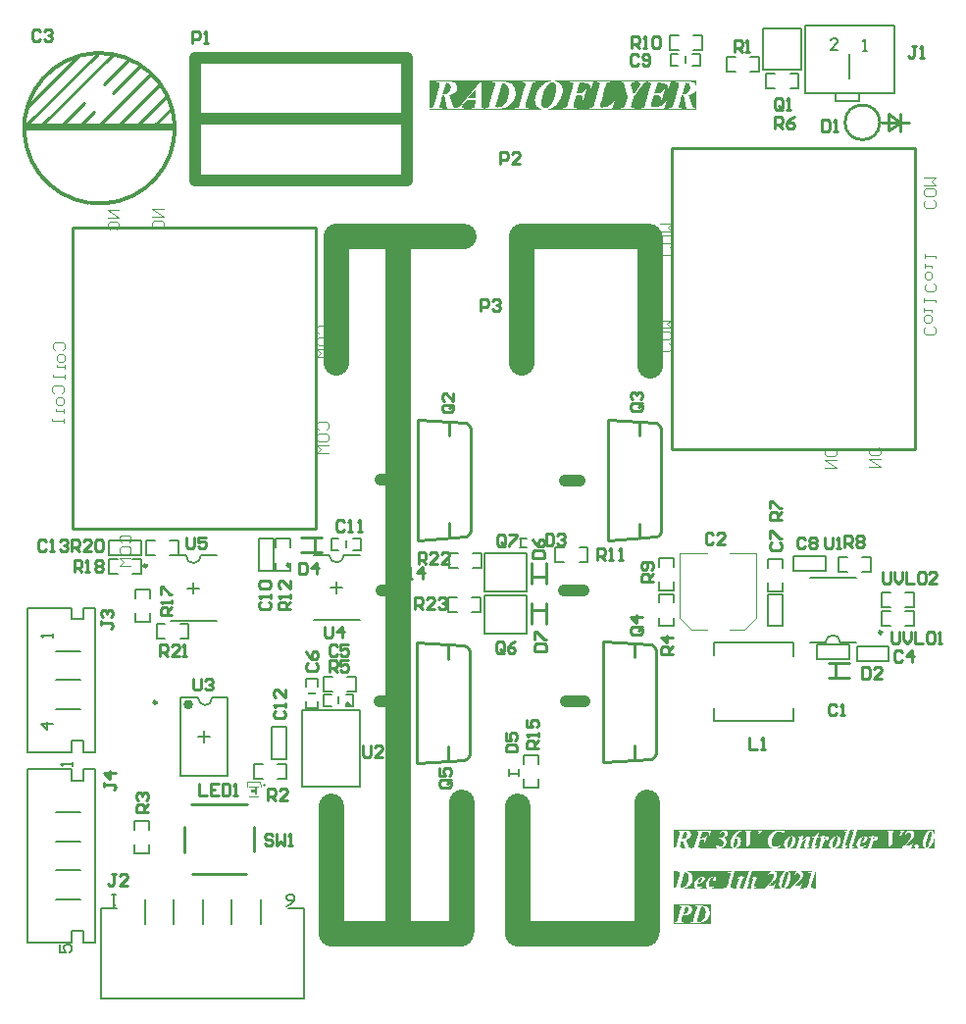
<source format=gto>
G04*
G04 #@! TF.GenerationSoftware,Altium Limited,Altium Designer,20.1.14 (287)*
G04*
G04 Layer_Color=65535*
%FSLAX25Y25*%
%MOIN*%
G70*
G04*
G04 #@! TF.SameCoordinates,7663C7E1-D25E-47D6-87D1-FA2199C3474E*
G04*
G04*
G04 #@! TF.FilePolarity,Positive*
G04*
G01*
G75*
%ADD10C,0.01575*%
%ADD11C,0.01181*%
%ADD12C,0.00591*%
%ADD13C,0.00787*%
%ADD14C,0.01000*%
%ADD15C,0.08661*%
%ADD16C,0.00700*%
%ADD17C,0.00492*%
%ADD18C,0.00600*%
%ADD19C,0.00315*%
%ADD20C,0.00394*%
%ADD21C,0.02362*%
%ADD22C,0.03937*%
%ADD23C,0.00500*%
%ADD24R,0.01000X0.03000*%
%ADD25R,0.03000X0.01000*%
G36*
X77953Y54626D02*
X79232D01*
Y55315D01*
X80118D01*
Y52953D01*
X79232D01*
Y53642D01*
X77953D01*
Y54626D01*
D02*
G37*
G36*
X229460Y295451D02*
Y293526D01*
X229431Y293686D01*
X229358Y293978D01*
X229241Y294240D01*
X229124Y294445D01*
X228993Y294619D01*
X228877Y294751D01*
X228804Y294824D01*
X228789Y294853D01*
X228775D01*
X228629Y294955D01*
X228483Y295057D01*
X228308Y295130D01*
X228118Y295203D01*
X227725Y295305D01*
X227331Y295378D01*
X227156Y295407D01*
X226981Y295421D01*
X226821Y295436D01*
X226690D01*
X226573Y295451D01*
X222491D01*
X222432Y295203D01*
X222651Y295174D01*
X222840Y295144D01*
X222986Y295115D01*
X223088Y295086D01*
X223176Y295042D01*
X223220Y295028D01*
X223249Y294999D01*
X223263D01*
X223322Y294940D01*
X223380Y294867D01*
X223424Y294736D01*
X223438Y294678D01*
X223453Y294619D01*
Y294590D01*
Y294576D01*
Y294459D01*
X223424Y294328D01*
X223380Y294065D01*
X223351Y293949D01*
X223336Y293861D01*
X223307Y293803D01*
Y293774D01*
X221572Y287723D01*
X221528Y287563D01*
X221470Y287402D01*
X221368Y287155D01*
X221266Y286950D01*
X221178Y286790D01*
X221106Y286673D01*
X221047Y286600D01*
X221003Y286557D01*
X220989Y286542D01*
X220858Y286455D01*
X220697Y286396D01*
X220537Y286338D01*
X220376Y286309D01*
X220231Y286294D01*
X220114Y286280D01*
X220012D01*
X219924Y286032D01*
X224444D01*
X224532Y286280D01*
X224299Y286294D01*
X224109Y286309D01*
X223963Y286338D01*
X223832Y286367D01*
X223745Y286396D01*
X223686Y286411D01*
X223657Y286440D01*
X223642D01*
X223569Y286498D01*
X223511Y286571D01*
X223482Y286644D01*
X223453Y286717D01*
X223438Y286775D01*
X223424Y286834D01*
Y286863D01*
Y286878D01*
X223438Y286994D01*
X223453Y287140D01*
X223526Y287432D01*
X223555Y287563D01*
X223584Y287665D01*
X223599Y287738D01*
X223613Y287767D01*
X224430Y290610D01*
X224896D01*
X226208Y286032D01*
X229154D01*
Y286280D01*
X228949Y286294D01*
X228775Y286323D01*
X228614Y286367D01*
X228498Y286411D01*
X228410Y286455D01*
X228337Y286498D01*
X228308Y286513D01*
X228293Y286528D01*
X228250Y286586D01*
X228191Y286659D01*
X228148Y286746D01*
X228104Y286848D01*
X228002Y287067D01*
X227914Y287315D01*
X227827Y287534D01*
X227798Y287636D01*
X227768Y287723D01*
X227739Y287811D01*
X227725Y287869D01*
X227710Y287898D01*
Y287913D01*
X226865Y290770D01*
X227098Y290843D01*
X227317Y290916D01*
X227506Y290989D01*
X227681Y291062D01*
X227856Y291135D01*
X228002Y291193D01*
X228133Y291266D01*
X228250Y291324D01*
X228337Y291397D01*
X228425Y291441D01*
X228556Y291529D01*
X228629Y291601D01*
X228658Y291616D01*
X228804Y291762D01*
X228920Y291908D01*
X229037Y292068D01*
X229124Y292214D01*
X229270Y292505D01*
X229358Y292782D01*
X229416Y293016D01*
X229431Y293118D01*
X229445Y293205D01*
X229460Y293264D01*
Y286032D01*
Y285813D01*
X177774D01*
X178313Y285842D01*
X178823Y285901D01*
X179042Y285944D01*
X179261Y286003D01*
X179450Y286047D01*
X179640Y286105D01*
X179800Y286163D01*
X179932Y286207D01*
X180063Y286265D01*
X180165Y286309D01*
X180252Y286338D01*
X180311Y286367D01*
X180340Y286396D01*
X180354D01*
X180617Y286557D01*
X180865Y286732D01*
X181098Y286921D01*
X181331Y287125D01*
X181754Y287548D01*
X181944Y287767D01*
X182133Y287971D01*
X182293Y288161D01*
X182439Y288350D01*
X182556Y288510D01*
X182673Y288656D01*
X182746Y288788D01*
X182818Y288875D01*
X182848Y288933D01*
X182862Y288948D01*
X183066Y289283D01*
X183227Y289604D01*
X183387Y289939D01*
X183518Y290246D01*
X183620Y290552D01*
X183708Y290843D01*
X183781Y291120D01*
X183839Y291383D01*
X183897Y291616D01*
X183926Y291835D01*
X183956Y292010D01*
X183970Y292170D01*
X183985Y292301D01*
Y292476D01*
X183970Y292768D01*
X183912Y293045D01*
X183854Y293307D01*
X183766Y293541D01*
X183693Y293745D01*
X183620Y293891D01*
X183591Y293949D01*
X183562Y293993D01*
X183547Y294007D01*
Y294022D01*
X183372Y294299D01*
X183183Y294532D01*
X182979Y294751D01*
X182789Y294911D01*
X182614Y295057D01*
X182483Y295159D01*
X182425Y295188D01*
X182381Y295217D01*
X182366Y295232D01*
X182352D01*
X182060Y295378D01*
X181783Y295480D01*
X181506Y295567D01*
X181258Y295611D01*
X181040Y295640D01*
X180879Y295669D01*
X229460D01*
Y295451D01*
D02*
G37*
G36*
X226179Y294897D02*
X226354Y294853D01*
X226515Y294795D01*
X226646Y294736D01*
X226748Y294678D01*
X226835Y294619D01*
X226879Y294576D01*
X226894Y294561D01*
X227010Y294415D01*
X227098Y294255D01*
X227156Y294080D01*
X227200Y293920D01*
X227229Y293774D01*
X227244Y293657D01*
Y293570D01*
Y293555D01*
Y293541D01*
Y293337D01*
X227215Y293147D01*
X227142Y292782D01*
X227040Y292476D01*
X226923Y292214D01*
X226792Y291995D01*
X226733Y291922D01*
X226690Y291849D01*
X226646Y291791D01*
X226617Y291747D01*
X226602Y291733D01*
X226588Y291718D01*
X226471Y291601D01*
X226340Y291499D01*
X226063Y291324D01*
X225786Y291208D01*
X225538Y291120D01*
X225305Y291077D01*
X225202Y291047D01*
X225115D01*
X225057Y291033D01*
X224546D01*
X225654Y294897D01*
X225786Y294911D01*
X225975D01*
X226179Y294897D01*
D02*
G37*
G36*
X144837D02*
X145012Y294853D01*
X145173Y294795D01*
X145304Y294736D01*
X145406Y294678D01*
X145494Y294619D01*
X145537Y294576D01*
X145552Y294561D01*
X145669Y294415D01*
X145756Y294255D01*
X145814Y294080D01*
X145858Y293920D01*
X145887Y293774D01*
X145902Y293657D01*
Y293570D01*
Y293555D01*
Y293541D01*
Y293337D01*
X145873Y293147D01*
X145800Y292782D01*
X145698Y292476D01*
X145581Y292214D01*
X145450Y291995D01*
X145391Y291922D01*
X145348Y291849D01*
X145304Y291791D01*
X145275Y291747D01*
X145260Y291733D01*
X145246Y291718D01*
X145129Y291601D01*
X144998Y291499D01*
X144721Y291324D01*
X144444Y291208D01*
X144196Y291120D01*
X143963Y291077D01*
X143861Y291047D01*
X143773D01*
X143715Y291033D01*
X143204D01*
X144313Y294897D01*
X144444Y294911D01*
X144633D01*
X144837Y294897D01*
D02*
G37*
G36*
X154271Y289633D02*
X151836D01*
X154446Y292709D01*
X154271Y289633D01*
D02*
G37*
G36*
X180704Y295101D02*
X180879Y295042D01*
X181025Y294984D01*
X181156Y294897D01*
X181258Y294824D01*
X181346Y294751D01*
X181390Y294692D01*
X181404Y294678D01*
X181521Y294503D01*
X181608Y294284D01*
X181681Y294065D01*
X181725Y293832D01*
X181754Y293628D01*
X181769Y293468D01*
Y293395D01*
Y293351D01*
Y293322D01*
Y293307D01*
Y293016D01*
X181739Y292724D01*
X181667Y292112D01*
X181550Y291529D01*
X181492Y291251D01*
X181433Y290989D01*
X181375Y290741D01*
X181317Y290523D01*
X181258Y290318D01*
X181200Y290158D01*
X181156Y290012D01*
X181127Y289910D01*
X181113Y289852D01*
X181098Y289823D01*
X180967Y289473D01*
X180835Y289137D01*
X180690Y288831D01*
X180544Y288540D01*
X180398Y288277D01*
X180252Y288029D01*
X180121Y287811D01*
X179975Y287607D01*
X179859Y287432D01*
X179742Y287286D01*
X179625Y287155D01*
X179538Y287052D01*
X179465Y286965D01*
X179407Y286907D01*
X179377Y286878D01*
X179363Y286863D01*
X179159Y286703D01*
X178940Y286571D01*
X178721Y286484D01*
X178517Y286426D01*
X178328Y286396D01*
X178197Y286382D01*
X178138Y286367D01*
X178065D01*
X177861Y286382D01*
X177672Y286440D01*
X177511Y286498D01*
X177380Y286586D01*
X177263Y286659D01*
X177190Y286732D01*
X177132Y286775D01*
X177118Y286790D01*
X177001Y286965D01*
X176913Y287169D01*
X176841Y287388D01*
X176797Y287592D01*
X176768Y287782D01*
X176753Y287942D01*
Y287986D01*
Y288029D01*
Y288058D01*
Y288073D01*
X176768Y288467D01*
X176811Y288890D01*
X176870Y289298D01*
X176943Y289691D01*
X176972Y289881D01*
X177001Y290041D01*
X177030Y290187D01*
X177059Y290318D01*
X177088Y290421D01*
X177103Y290508D01*
X177118Y290552D01*
Y290566D01*
X177190Y290843D01*
X177263Y291091D01*
X177336Y291339D01*
X177409Y291558D01*
X177482Y291776D01*
X177540Y291966D01*
X177613Y292141D01*
X177672Y292301D01*
X177730Y292432D01*
X177774Y292564D01*
X177817Y292666D01*
X177861Y292753D01*
X177890Y292826D01*
X177919Y292870D01*
X177934Y292899D01*
Y292914D01*
X178094Y293220D01*
X178255Y293482D01*
X178401Y293716D01*
X178517Y293905D01*
X178634Y294051D01*
X178707Y294153D01*
X178765Y294226D01*
X178780Y294240D01*
X178940Y294401D01*
X179086Y294547D01*
X179217Y294663D01*
X179334Y294751D01*
X179436Y294824D01*
X179523Y294867D01*
X179567Y294897D01*
X179582Y294911D01*
X179742Y294984D01*
X179888Y295028D01*
X180048Y295072D01*
X180194Y295086D01*
X180325Y295101D01*
X180427Y295115D01*
X180515D01*
X180704Y295101D01*
D02*
G37*
G36*
X180456Y295655D02*
X180194Y295626D01*
X179917Y295582D01*
X179655Y295524D01*
X179159Y295363D01*
X178926Y295290D01*
X178707Y295203D01*
X178503Y295101D01*
X178328Y295028D01*
X178167Y294940D01*
X178036Y294867D01*
X177919Y294809D01*
X177847Y294765D01*
X177788Y294736D01*
X177774Y294722D01*
X177497Y294532D01*
X177249Y294342D01*
X177001Y294138D01*
X176782Y293934D01*
X176564Y293716D01*
X176374Y293512D01*
X176199Y293307D01*
X176039Y293118D01*
X175893Y292928D01*
X175762Y292753D01*
X175660Y292607D01*
X175572Y292476D01*
X175499Y292360D01*
X175455Y292287D01*
X175426Y292228D01*
X175412Y292214D01*
X175251Y291922D01*
X175120Y291631D01*
X175004Y291354D01*
X174901Y291077D01*
X174829Y290800D01*
X174756Y290552D01*
X174697Y290304D01*
X174654Y290071D01*
X174610Y289866D01*
X174581Y289677D01*
X174566Y289516D01*
X174551Y289371D01*
X174537Y289269D01*
Y289181D01*
Y289123D01*
Y289108D01*
X174551Y288817D01*
X174595Y288540D01*
X174654Y288277D01*
X174712Y288044D01*
X174770Y287825D01*
X174829Y287679D01*
X174858Y287621D01*
X174872Y287577D01*
X174887Y287548D01*
Y287534D01*
X175033Y287257D01*
X175193Y286994D01*
X175368Y286775D01*
X175543Y286600D01*
X175703Y286455D01*
X175820Y286353D01*
X175908Y286294D01*
X175922Y286265D01*
X175937D01*
X176214Y286119D01*
X176520Y286003D01*
X176826Y285930D01*
X177118Y285872D01*
X177380Y285842D01*
X177482Y285828D01*
X177584D01*
X177672Y285813D01*
X138583D01*
Y286032D01*
Y295451D01*
Y295669D01*
X156225D01*
X149547Y287694D01*
X149284Y287388D01*
X149066Y287140D01*
X148876Y286950D01*
X148716Y286790D01*
X148599Y286673D01*
X148512Y286600D01*
X148453Y286557D01*
X148439Y286542D01*
X148205Y286411D01*
X148001Y286338D01*
X147899Y286309D01*
X147826Y286294D01*
X147788Y286281D01*
X147608Y286294D01*
X147433Y286323D01*
X147272Y286367D01*
X147156Y286411D01*
X147068Y286455D01*
X146995Y286498D01*
X146966Y286513D01*
X146952Y286528D01*
X146908Y286586D01*
X146850Y286659D01*
X146806Y286746D01*
X146762Y286848D01*
X146660Y287067D01*
X146572Y287315D01*
X146485Y287534D01*
X146456Y287636D01*
X146427Y287723D01*
X146398Y287811D01*
X146383Y287869D01*
X146368Y287898D01*
Y287913D01*
X145523Y290770D01*
X145756Y290843D01*
X145975Y290916D01*
X146164Y290989D01*
X146339Y291062D01*
X146514Y291135D01*
X146660Y291193D01*
X146791Y291266D01*
X146908Y291324D01*
X146995Y291397D01*
X147083Y291441D01*
X147214Y291529D01*
X147287Y291601D01*
X147316Y291616D01*
X147462Y291762D01*
X147579Y291908D01*
X147695Y292068D01*
X147710Y292092D01*
X147783Y292214D01*
X147929Y292505D01*
X148016Y292782D01*
X148074Y293016D01*
X148089Y293118D01*
X148103Y293205D01*
X148118Y293264D01*
Y293322D01*
Y293351D01*
Y293366D01*
Y293526D01*
X148089Y293686D01*
X148016Y293978D01*
X147899Y294240D01*
X147783Y294445D01*
X147710Y294542D01*
X147651Y294619D01*
X147535Y294751D01*
X147462Y294824D01*
X147447Y294853D01*
X147433D01*
X147287Y294955D01*
X147141Y295057D01*
X146966Y295130D01*
X146777Y295203D01*
X146383Y295305D01*
X145989Y295378D01*
X145814Y295407D01*
X145639Y295421D01*
X145479Y295436D01*
X145348D01*
X145231Y295451D01*
X141149D01*
X141090Y295203D01*
X141309Y295174D01*
X141499Y295144D01*
X141645Y295115D01*
X141746Y295086D01*
X141834Y295042D01*
X141878Y295028D01*
X141907Y294999D01*
X141921D01*
X141980Y294940D01*
X142038Y294867D01*
X142082Y294736D01*
X142096Y294678D01*
X142111Y294619D01*
Y294590D01*
Y294576D01*
Y294459D01*
X142082Y294328D01*
X142038Y294065D01*
X142009Y293949D01*
X141994Y293861D01*
X141965Y293803D01*
Y293774D01*
X140230Y287723D01*
X140187Y287563D01*
X140128Y287402D01*
X140026Y287155D01*
X139924Y286950D01*
X139837Y286790D01*
X139764Y286673D01*
X139705Y286600D01*
X139662Y286557D01*
X139647Y286542D01*
X139516Y286455D01*
X139355Y286396D01*
X139195Y286338D01*
X139035Y286309D01*
X138889Y286294D01*
X138772Y286280D01*
X138670D01*
X138583Y286032D01*
X143103D01*
X143190Y286280D01*
X142957Y286294D01*
X142767Y286309D01*
X142621Y286338D01*
X142490Y286367D01*
X142403Y286396D01*
X142344Y286411D01*
X142315Y286440D01*
X142301D01*
X142228Y286498D01*
X142169Y286571D01*
X142140Y286644D01*
X142111Y286717D01*
X142096Y286775D01*
X142082Y286834D01*
Y286863D01*
Y286878D01*
X142096Y286994D01*
X142111Y287140D01*
X142184Y287432D01*
X142213Y287563D01*
X142242Y287665D01*
X142257Y287738D01*
X142271Y287767D01*
X143088Y290610D01*
X143554D01*
X144867Y286032D01*
X150509D01*
Y286280D01*
X150363Y286294D01*
X150247Y286309D01*
X150145Y286338D01*
X150057Y286367D01*
X149999Y286396D01*
X149955Y286411D01*
X149926Y286440D01*
X149911D01*
X149853Y286498D01*
X149809Y286557D01*
X149766Y286644D01*
X149736Y286717D01*
Y286746D01*
X149751Y286863D01*
X149780Y286965D01*
X149795Y287038D01*
X149809Y287067D01*
X149897Y287228D01*
X149984Y287388D01*
X150028Y287446D01*
X150072Y287490D01*
X150086Y287519D01*
X150101Y287534D01*
X150772Y288336D01*
X151355Y289065D01*
X154271D01*
X154212Y287869D01*
X154198Y287607D01*
X154169Y287373D01*
X154125Y287184D01*
X154096Y287038D01*
X154067Y286921D01*
X154037Y286834D01*
X154023Y286790D01*
X154008Y286775D01*
X153950Y286673D01*
X153892Y286586D01*
X153833Y286513D01*
X153775Y286455D01*
X153688Y286382D01*
X153673Y286367D01*
X153658D01*
X153600Y286353D01*
X153513Y286338D01*
X153410Y286323D01*
X153279Y286309D01*
X153163Y286294D01*
X153075D01*
X153002Y286280D01*
X152973D01*
X152900Y286032D01*
X156954D01*
X157026Y286280D01*
X156881Y286294D01*
X156749Y286323D01*
X156633Y286367D01*
X156545Y286411D01*
X156487Y286440D01*
X156443Y286484D01*
X156414Y286498D01*
X156399Y286513D01*
X156341Y286600D01*
X156297Y286717D01*
X156239Y286950D01*
X156225Y287052D01*
X156210Y287140D01*
Y287198D01*
Y287213D01*
Y287286D01*
Y287388D01*
Y287505D01*
X156225Y287621D01*
Y287752D01*
Y287840D01*
Y287913D01*
Y287942D01*
X156531Y295669D01*
X180734D01*
X180456Y295655D01*
D02*
G37*
G36*
X234366Y9076D02*
X221654D01*
Y15748D01*
X234366D01*
Y9076D01*
D02*
G37*
G36*
X231128Y24860D02*
X231183Y24833D01*
X231219Y24806D01*
X231228Y24797D01*
X231274Y24733D01*
X231292Y24678D01*
X231301Y24624D01*
Y24614D01*
Y24605D01*
X231292Y24496D01*
X231274Y24387D01*
X231256Y24287D01*
X231228Y24195D01*
X231192Y24114D01*
X231173Y24050D01*
X231155Y24013D01*
X231146Y23995D01*
X231091Y23877D01*
X231028Y23776D01*
X230973Y23685D01*
X230918Y23603D01*
X230873Y23540D01*
X230836Y23494D01*
X230809Y23467D01*
X230800Y23458D01*
X230727Y23385D01*
X230654Y23321D01*
X230581Y23266D01*
X230518Y23221D01*
X230463Y23193D01*
X230417Y23166D01*
X230390Y23157D01*
X230381Y23148D01*
X230299Y23111D01*
X230199Y23084D01*
X230099Y23066D01*
X230007Y23039D01*
X229925Y23020D01*
X229853Y23011D01*
X229807Y23002D01*
X229789D01*
X229853Y23193D01*
X229916Y23367D01*
X229980Y23540D01*
X230053Y23694D01*
X230117Y23831D01*
X230181Y23959D01*
X230244Y24077D01*
X230308Y24186D01*
X230372Y24277D01*
X230417Y24360D01*
X230472Y24423D01*
X230508Y24478D01*
X230545Y24523D01*
X230572Y24551D01*
X230581Y24569D01*
X230591Y24578D01*
X230682Y24678D01*
X230773Y24751D01*
X230845Y24797D01*
X230918Y24833D01*
X230973Y24851D01*
X231019Y24870D01*
X231055D01*
X231128Y24860D01*
D02*
G37*
G36*
X260253Y26847D02*
X260298Y26837D01*
X260389Y26792D01*
X260426Y26765D01*
X260453Y26746D01*
X260462Y26737D01*
X260471Y26728D01*
X260508Y26673D01*
X260544Y26619D01*
X260572Y26509D01*
X260581Y26455D01*
X260590Y26418D01*
Y26391D01*
Y26382D01*
X260581Y26191D01*
X260553Y25972D01*
X260508Y25753D01*
X260471Y25535D01*
X260444Y25434D01*
X260426Y25343D01*
X260398Y25261D01*
X260380Y25188D01*
X260371Y25134D01*
X260353Y25088D01*
X260344Y25061D01*
Y25052D01*
X260244Y24706D01*
X260152Y24378D01*
X260061Y24068D01*
X259979Y23776D01*
X259897Y23512D01*
X259824Y23266D01*
X259752Y23039D01*
X259688Y22838D01*
X259633Y22656D01*
X259588Y22501D01*
X259542Y22364D01*
X259506Y22255D01*
X259478Y22164D01*
X259460Y22109D01*
X259442Y22064D01*
Y22055D01*
X259387Y21891D01*
X259323Y21754D01*
X259260Y21645D01*
X259196Y21554D01*
X259141Y21481D01*
X259096Y21435D01*
X259068Y21408D01*
X259059Y21399D01*
X258968Y21344D01*
X258877Y21317D01*
X258831D01*
X258795Y21308D01*
X258768D01*
X258713Y21317D01*
X258658Y21326D01*
X258567Y21371D01*
X258531Y21390D01*
X258504Y21408D01*
X258494Y21417D01*
X258485Y21426D01*
X258449Y21472D01*
X258421Y21526D01*
X258394Y21636D01*
X258385Y21690D01*
X258376Y21727D01*
Y21754D01*
Y21763D01*
Y21881D01*
X258385Y22000D01*
X258403Y22118D01*
X258421Y22228D01*
X258431Y22319D01*
X258449Y22401D01*
X258458Y22446D01*
Y22465D01*
X258467Y22528D01*
X258485Y22601D01*
X258513Y22692D01*
X258531Y22783D01*
X258586Y22993D01*
X258649Y23212D01*
X258704Y23421D01*
X258731Y23512D01*
X258750Y23585D01*
X258768Y23658D01*
X258786Y23704D01*
X258795Y23740D01*
Y23749D01*
X258868Y23986D01*
X258932Y24214D01*
X258995Y24432D01*
X259059Y24642D01*
X259123Y24842D01*
X259178Y25015D01*
X259232Y25188D01*
X259278Y25343D01*
X259323Y25480D01*
X259360Y25598D01*
X259396Y25708D01*
X259424Y25790D01*
X259451Y25863D01*
X259460Y25908D01*
X259478Y25945D01*
Y25954D01*
X259533Y26127D01*
X259588Y26263D01*
X259633Y26373D01*
X259679Y26464D01*
X259706Y26528D01*
X259733Y26573D01*
X259742Y26591D01*
X259752Y26601D01*
X259797Y26655D01*
X259834Y26701D01*
X259897Y26755D01*
X259943Y26792D01*
X259961Y26801D01*
X260043Y26837D01*
X260116Y26847D01*
X260171Y26856D01*
X260189D01*
X260253Y26847D01*
D02*
G37*
G36*
X269882Y27147D02*
X269700D01*
X267486Y26610D01*
X267522Y26446D01*
X267632Y26455D01*
X267723Y26464D01*
X267796D01*
X267860Y26473D01*
X267951D01*
X268033Y26464D01*
X268096Y26455D01*
X268151Y26436D01*
X268206Y26418D01*
X268242Y26391D01*
X268269Y26373D01*
X268279Y26364D01*
X268288Y26355D01*
X268324Y26309D01*
X268360Y26263D01*
X268388Y26163D01*
X268397Y26118D01*
X268406Y26090D01*
Y26063D01*
Y26054D01*
Y25981D01*
X268397Y25908D01*
X268388Y25863D01*
X268379Y25853D01*
Y25844D01*
Y25826D01*
X268370Y25808D01*
X268351Y25762D01*
X268342Y25717D01*
X268306Y25607D01*
X268269Y25480D01*
X268224Y25352D01*
X268197Y25243D01*
X268178Y25198D01*
X268169Y25161D01*
X268160Y25143D01*
Y25134D01*
X267304Y22209D01*
X267258Y22046D01*
X267203Y21909D01*
X267167Y21800D01*
X267131Y21718D01*
X267103Y21654D01*
X267076Y21608D01*
X267067Y21590D01*
X267058Y21581D01*
X266967Y21490D01*
X266876Y21417D01*
X266830Y21390D01*
X266794Y21381D01*
X266775Y21362D01*
X266766D01*
X266693Y21344D01*
X266602Y21326D01*
X266393Y21308D01*
X266302Y21298D01*
X266156D01*
X266110Y21144D01*
X269080D01*
X269126Y21298D01*
X268962Y21308D01*
X268834Y21317D01*
X268743Y21326D01*
X268670Y21335D01*
X268616Y21344D01*
X268579D01*
X268570Y21353D01*
X268561D01*
X268497Y21390D01*
X268443Y21444D01*
X268406Y21481D01*
X268388Y21499D01*
X268342Y21581D01*
X268315Y21654D01*
X268306Y21699D01*
Y21709D01*
Y21718D01*
X268315Y21772D01*
X268324Y21836D01*
X268342Y21918D01*
X268370Y22000D01*
X268388Y22082D01*
X268406Y22146D01*
X268415Y22191D01*
X268424Y22209D01*
X269882Y27147D01*
Y21144D01*
Y21025D01*
X258722D01*
X258859Y21034D01*
X258995Y21053D01*
X259114Y21080D01*
X259223Y21116D01*
X259314Y21144D01*
X259378Y21171D01*
X259424Y21189D01*
X259442Y21198D01*
X259569Y21271D01*
X259688Y21344D01*
X259788Y21417D01*
X259879Y21490D01*
X259943Y21544D01*
X259998Y21590D01*
X260034Y21626D01*
X260043Y21636D01*
X260189Y21800D01*
X260316Y21973D01*
X260444Y22146D01*
X260544Y22310D01*
X260635Y22446D01*
X260672Y22510D01*
X260699Y22565D01*
X260726Y22610D01*
X260735Y22638D01*
X260754Y22656D01*
Y22665D01*
X260872Y22902D01*
X260972Y23139D01*
X261063Y23367D01*
X261136Y23576D01*
X261164Y23667D01*
X261191Y23749D01*
X261209Y23822D01*
X261227Y23886D01*
X261246Y23940D01*
X261255Y23977D01*
X261264Y24004D01*
Y24013D01*
X261328Y24287D01*
X261373Y24551D01*
X261401Y24788D01*
X261428Y24997D01*
Y25097D01*
X261437Y25179D01*
Y25252D01*
X261446Y25316D01*
Y25434D01*
X261437Y25580D01*
X261428Y25735D01*
X261401Y25872D01*
X261382Y25990D01*
X261355Y26090D01*
X261328Y26172D01*
X261318Y26227D01*
X261309Y26245D01*
X261255Y26391D01*
X261182Y26518D01*
X261109Y26637D01*
X261036Y26728D01*
X260972Y26801D01*
X260918Y26856D01*
X260881Y26892D01*
X260872Y26901D01*
X260754Y26983D01*
X260635Y27047D01*
X260517Y27083D01*
X260407Y27120D01*
X260307Y27138D01*
X260225Y27147D01*
X260152D01*
X260016Y27138D01*
X259879Y27111D01*
X259752Y27083D01*
X259642Y27047D01*
X259551Y27001D01*
X259478Y26974D01*
X259433Y26947D01*
X259415Y26938D01*
X259342Y26892D01*
X259278Y26847D01*
X259132Y26719D01*
X258995Y26591D01*
X258877Y26455D01*
X258768Y26327D01*
X258677Y26227D01*
X258649Y26182D01*
X258622Y26154D01*
X258613Y26136D01*
X258604Y26127D01*
X258440Y25890D01*
X258303Y25653D01*
X258175Y25407D01*
X258066Y25179D01*
X258021Y25079D01*
X257975Y24988D01*
X257939Y24897D01*
X257911Y24824D01*
X257884Y24769D01*
X257875Y24724D01*
X257857Y24697D01*
Y24687D01*
X257738Y24314D01*
X257647Y23949D01*
X257593Y23613D01*
X257565Y23458D01*
X257547Y23312D01*
X257529Y23184D01*
X257520Y23057D01*
X257510Y22956D01*
Y22865D01*
X257501Y22793D01*
Y22692D01*
X257510Y22528D01*
X257529Y22364D01*
X257547Y22219D01*
X257583Y22091D01*
X257611Y21991D01*
X257629Y21909D01*
X257647Y21854D01*
X257656Y21845D01*
Y21836D01*
X257720Y21699D01*
X257793Y21572D01*
X257866Y21463D01*
X257939Y21381D01*
X258002Y21317D01*
X258048Y21262D01*
X258084Y21235D01*
X258094Y21226D01*
X258203Y21162D01*
X258312Y21107D01*
X258412Y21071D01*
X258513Y21053D01*
X258595Y21034D01*
X258667Y21025D01*
X243709D01*
X243836Y21034D01*
X243964Y21062D01*
X244082Y21098D01*
X244192Y21144D01*
X244283Y21189D01*
X244346Y21226D01*
X244392Y21253D01*
X244410Y21262D01*
X244547Y21362D01*
X244665Y21490D01*
X244784Y21608D01*
X244884Y21736D01*
X244957Y21854D01*
X245021Y21945D01*
X245048Y21982D01*
X245066Y22009D01*
X245075Y22018D01*
Y22027D01*
X244920Y22128D01*
X244829Y21991D01*
X244738Y21881D01*
X244656Y21790D01*
X244592Y21718D01*
X244538Y21663D01*
X244492Y21617D01*
X244465Y21599D01*
X244456Y21590D01*
X244401Y21563D01*
X244356Y21544D01*
X244319Y21535D01*
X244301D01*
X244274Y21544D01*
X244246Y21554D01*
X244228Y21563D01*
X244219D01*
X244201Y21590D01*
X244192Y21608D01*
X244183Y21626D01*
Y21636D01*
Y21681D01*
X244192Y21745D01*
X244219Y21854D01*
X244237Y21909D01*
X244246Y21954D01*
X244255Y21982D01*
Y21991D01*
X245048Y24542D01*
X245531D01*
X245686Y25043D01*
X245194D01*
X245513Y26079D01*
X245558Y26227D01*
X245321D01*
X245121Y26017D01*
X244948Y25826D01*
X244784Y25680D01*
X244647Y25553D01*
X244538Y25453D01*
X244456Y25389D01*
X244401Y25343D01*
X244392Y25334D01*
X244383D01*
X244228Y25234D01*
X244073Y25143D01*
X243918Y25061D01*
X243773Y24997D01*
X243654Y24942D01*
X243554Y24897D01*
X243517Y24879D01*
X243490Y24870D01*
X243472Y24860D01*
X243463D01*
X243390Y24542D01*
X243946D01*
X243208Y22191D01*
X243162Y22055D01*
X243135Y21927D01*
X243108Y21818D01*
X243098Y21718D01*
X243089Y21645D01*
X243080Y21590D01*
Y21544D01*
X243089Y21463D01*
X243108Y21390D01*
X243135Y21326D01*
X243162Y21271D01*
X243190Y21226D01*
X243217Y21198D01*
X243235Y21180D01*
X243244Y21171D01*
X243308Y21125D01*
X243390Y21089D01*
X243463Y21062D01*
X243536Y21043D01*
X243609Y21034D01*
X243663Y21025D01*
X233834D01*
X234052Y21034D01*
X234253Y21071D01*
X234444Y21116D01*
X234617Y21180D01*
X234754Y21235D01*
X234808Y21253D01*
X234863Y21280D01*
X234899Y21298D01*
X234927Y21317D01*
X234945Y21326D01*
X234954D01*
X235109Y21426D01*
X235255Y21544D01*
X235401Y21663D01*
X235528Y21781D01*
X235637Y21891D01*
X235719Y21982D01*
X235747Y22018D01*
X235774Y22046D01*
X235783Y22055D01*
X235792Y22064D01*
X235665Y22182D01*
X235555Y22082D01*
X235446Y21991D01*
X235337Y21918D01*
X235246Y21863D01*
X235164Y21809D01*
X235100Y21781D01*
X235064Y21763D01*
X235045Y21754D01*
X234927Y21709D01*
X234818Y21672D01*
X234708Y21654D01*
X234626Y21636D01*
X234544Y21626D01*
X234489Y21617D01*
X234444D01*
X234326Y21626D01*
X234225Y21654D01*
X234134Y21699D01*
X234052Y21745D01*
X233988Y21781D01*
X233934Y21827D01*
X233907Y21854D01*
X233897Y21863D01*
X233824Y21963D01*
X233770Y22082D01*
X233724Y22191D01*
X233697Y22301D01*
X233679Y22401D01*
X233670Y22474D01*
Y22528D01*
Y22537D01*
Y22547D01*
X233679Y22747D01*
X233706Y22947D01*
X233742Y23130D01*
X233779Y23303D01*
X233815Y23449D01*
X233834Y23512D01*
X233852Y23567D01*
X233870Y23613D01*
X233879Y23640D01*
X233888Y23658D01*
Y23667D01*
X233979Y23886D01*
X234089Y24077D01*
X234189Y24250D01*
X234298Y24387D01*
X234389Y24505D01*
X234462Y24587D01*
X234517Y24642D01*
X234535Y24660D01*
X234653Y24760D01*
X234781Y24833D01*
X234890Y24888D01*
X235000Y24924D01*
X235091Y24942D01*
X235155Y24961D01*
X235218D01*
X235318Y24952D01*
X235391Y24924D01*
X235428Y24897D01*
X235446Y24888D01*
X235483Y24851D01*
X235501Y24806D01*
X235510Y24779D01*
Y24760D01*
X235501Y24724D01*
X235483Y24687D01*
X235428Y24624D01*
X235373Y24569D01*
X235355Y24560D01*
X235346Y24551D01*
X235273Y24487D01*
X235218Y24414D01*
X235173Y24341D01*
X235145Y24277D01*
X235127Y24223D01*
X235118Y24177D01*
Y24150D01*
Y24141D01*
X235127Y24077D01*
X235136Y24022D01*
X235182Y23922D01*
X235209Y23886D01*
X235227Y23867D01*
X235237Y23849D01*
X235246Y23840D01*
X235300Y23795D01*
X235355Y23767D01*
X235464Y23731D01*
X235510Y23722D01*
X235546Y23713D01*
X235583D01*
X235665Y23722D01*
X235747Y23740D01*
X235820Y23776D01*
X235874Y23813D01*
X235929Y23849D01*
X235965Y23886D01*
X235993Y23904D01*
X236002Y23913D01*
X236066Y23995D01*
X236111Y24077D01*
X236148Y24159D01*
X236166Y24232D01*
X236184Y24305D01*
X236193Y24360D01*
Y24405D01*
X236184Y24523D01*
X236157Y24624D01*
X236111Y24715D01*
X236066Y24797D01*
X236020Y24860D01*
X235975Y24906D01*
X235947Y24933D01*
X235938Y24942D01*
X235838Y25015D01*
X235719Y25070D01*
X235601Y25106D01*
X235473Y25134D01*
X235373Y25152D01*
X235282Y25161D01*
X235082D01*
X234972Y25143D01*
X234745Y25097D01*
X234535Y25034D01*
X234344Y24961D01*
X234189Y24888D01*
X234116Y24851D01*
X234061Y24824D01*
X234016Y24797D01*
X233979Y24779D01*
X233961Y24769D01*
X233952Y24760D01*
X233724Y24596D01*
X233533Y24423D01*
X233360Y24241D01*
X233214Y24068D01*
X233096Y23904D01*
X233050Y23840D01*
X233014Y23786D01*
X232977Y23731D01*
X232959Y23694D01*
X232950Y23676D01*
X232941Y23667D01*
X232813Y23412D01*
X232722Y23157D01*
X232649Y22929D01*
X232604Y22711D01*
X232595Y22619D01*
X232576Y22537D01*
X232567Y22456D01*
Y22392D01*
X232558Y22346D01*
Y22273D01*
X232567Y22155D01*
X232576Y22046D01*
X232604Y21936D01*
X232631Y21845D01*
X232649Y21763D01*
X232677Y21709D01*
X232686Y21672D01*
X232695Y21654D01*
X232759Y21544D01*
X232822Y21453D01*
X232904Y21371D01*
X232977Y21308D01*
X233041Y21253D01*
X233096Y21216D01*
X233132Y21198D01*
X233141Y21189D01*
X233260Y21135D01*
X233378Y21098D01*
X233496Y21062D01*
X233597Y21043D01*
X233697Y21034D01*
X233770Y21025D01*
X229843D01*
X230053Y21034D01*
X230253Y21062D01*
X230427Y21098D01*
X230581Y21144D01*
X230709Y21189D01*
X230809Y21226D01*
X230845Y21244D01*
X230873Y21253D01*
X230882Y21262D01*
X230891D01*
X231073Y21362D01*
X231246Y21490D01*
X231410Y21617D01*
X231556Y21754D01*
X231684Y21872D01*
X231784Y21973D01*
X231820Y22009D01*
X231848Y22036D01*
X231857Y22055D01*
X231866Y22064D01*
X231738Y22182D01*
X231592Y22064D01*
X231456Y21963D01*
X231328Y21891D01*
X231228Y21827D01*
X231137Y21772D01*
X231073Y21745D01*
X231037Y21727D01*
X231019Y21718D01*
X230909Y21672D01*
X230800Y21645D01*
X230691Y21617D01*
X230600Y21608D01*
X230527Y21599D01*
X230463Y21590D01*
X230408D01*
X230299Y21599D01*
X230199Y21617D01*
X230108Y21654D01*
X230035Y21690D01*
X229980Y21718D01*
X229935Y21754D01*
X229907Y21772D01*
X229898Y21781D01*
X229834Y21863D01*
X229789Y21945D01*
X229761Y22036D01*
X229743Y22118D01*
X229725Y22191D01*
X229716Y22246D01*
Y22282D01*
Y22301D01*
Y22374D01*
X229725Y22456D01*
X229734Y22610D01*
X229743Y22674D01*
Y22729D01*
X229752Y22765D01*
Y22774D01*
X229944Y22793D01*
X230108Y22811D01*
X230253Y22829D01*
X230381Y22856D01*
X230472Y22874D01*
X230545Y22884D01*
X230581Y22902D01*
X230600D01*
X230773Y22956D01*
X230937Y23011D01*
X231082Y23075D01*
X231210Y23139D01*
X231319Y23193D01*
X231401Y23239D01*
X231447Y23266D01*
X231465Y23275D01*
X231602Y23376D01*
X231729Y23485D01*
X231829Y23594D01*
X231921Y23704D01*
X231993Y23795D01*
X232048Y23867D01*
X232084Y23913D01*
X232094Y23931D01*
X232157Y24041D01*
X232203Y24159D01*
X232239Y24259D01*
X232258Y24350D01*
X232276Y24432D01*
X232285Y24496D01*
Y24551D01*
X232276Y24642D01*
X232258Y24733D01*
X232221Y24806D01*
X232194Y24870D01*
X232157Y24915D01*
X232121Y24961D01*
X232103Y24979D01*
X232094Y24988D01*
X232021Y25043D01*
X231930Y25088D01*
X231838Y25116D01*
X231747Y25143D01*
X231665Y25152D01*
X231602Y25161D01*
X231538D01*
X231401Y25152D01*
X231274Y25143D01*
X231010Y25097D01*
X230773Y25025D01*
X230554Y24942D01*
X230454Y24906D01*
X230372Y24860D01*
X230299Y24824D01*
X230226Y24797D01*
X230181Y24760D01*
X230144Y24742D01*
X230117Y24733D01*
X230108Y24724D01*
X229853Y24551D01*
X229634Y24369D01*
X229443Y24177D01*
X229279Y23995D01*
X229151Y23831D01*
X229096Y23767D01*
X229051Y23704D01*
X229024Y23658D01*
X228996Y23613D01*
X228987Y23594D01*
X228978Y23585D01*
X228905Y23449D01*
X228841Y23321D01*
X228741Y23066D01*
X228668Y22820D01*
X228623Y22610D01*
X228605Y22510D01*
X228586Y22428D01*
X228577Y22355D01*
Y22282D01*
X228568Y22237D01*
Y22164D01*
X228577Y22000D01*
X228614Y21854D01*
X228659Y21718D01*
X228705Y21599D01*
X228759Y21508D01*
X228796Y21435D01*
X228832Y21390D01*
X228841Y21371D01*
X228896Y21308D01*
X228960Y21253D01*
X229115Y21171D01*
X229279Y21107D01*
X229443Y21071D01*
X229597Y21043D01*
X229670Y21034D01*
X229725D01*
X229771Y21025D01*
X221654D01*
Y21144D01*
Y27029D01*
Y27165D01*
X248082D01*
X246588Y26901D01*
X246551Y26728D01*
X246642D01*
X246724Y26719D01*
X246788Y26710D01*
X246843Y26692D01*
X246888Y26682D01*
X246916Y26664D01*
X246934Y26655D01*
X246943D01*
X246979Y26628D01*
X246998Y26601D01*
X247034Y26546D01*
X247043Y26500D01*
Y26491D01*
Y26482D01*
X247034Y26427D01*
X247025Y26355D01*
X246998Y26209D01*
X246979Y26145D01*
X246961Y26090D01*
X246952Y26054D01*
Y26036D01*
X245513Y21144D01*
X246597D01*
X246979Y22428D01*
X247089Y22638D01*
X247198Y22829D01*
X247307Y23002D01*
X247408Y23166D01*
X247508Y23321D01*
X247608Y23458D01*
X247699Y23576D01*
X247781Y23685D01*
X247863Y23786D01*
X247927Y23867D01*
X247990Y23940D01*
X248045Y23995D01*
X248091Y24041D01*
X248118Y24068D01*
X248136Y24086D01*
X248145Y24095D01*
X248246Y24186D01*
X248337Y24250D01*
X248419Y24296D01*
X248482Y24323D01*
X248528Y24350D01*
X248565Y24360D01*
X248592D01*
X248628Y24350D01*
X248656Y24341D01*
X248674Y24323D01*
X248683Y24314D01*
X248701Y24287D01*
X248719Y24259D01*
Y24241D01*
Y24232D01*
Y24195D01*
X248710Y24159D01*
X248692Y24068D01*
X248683Y24022D01*
X248674Y23986D01*
X248665Y23968D01*
Y23959D01*
X248073Y22109D01*
X248036Y21991D01*
X248009Y21881D01*
X247990Y21790D01*
X247981Y21709D01*
X247972Y21654D01*
X247963Y21608D01*
Y21581D01*
Y21572D01*
X247972Y21499D01*
X247990Y21426D01*
X248009Y21371D01*
X248036Y21317D01*
X248063Y21280D01*
X248091Y21253D01*
X248100Y21235D01*
X248109Y21226D01*
X248173Y21180D01*
X248246Y21144D01*
X248309Y21125D01*
X248382Y21107D01*
X248446Y21098D01*
X248492Y21089D01*
X248537D01*
X248656Y21098D01*
X248765Y21125D01*
X248874Y21162D01*
X248974Y21198D01*
X249065Y21235D01*
X249129Y21271D01*
X249166Y21298D01*
X249184Y21308D01*
X249311Y21408D01*
X249439Y21535D01*
X249557Y21672D01*
X249667Y21809D01*
X249767Y21945D01*
X249840Y22046D01*
X249867Y22091D01*
X249885Y22118D01*
X249904Y22137D01*
Y22146D01*
X249731Y22246D01*
X249676Y22164D01*
X249630Y22109D01*
X249612Y22073D01*
X249603Y22064D01*
X249548Y21982D01*
X249494Y21909D01*
X249439Y21854D01*
X249394Y21800D01*
X249357Y21763D01*
X249330Y21736D01*
X249311Y21727D01*
X249302Y21718D01*
X249266Y21690D01*
X249230Y21681D01*
X249211Y21672D01*
X249202D01*
X249175Y21681D01*
X249148Y21690D01*
X249138Y21699D01*
X249129D01*
X249111Y21727D01*
X249102Y21754D01*
Y21772D01*
Y21781D01*
Y21818D01*
X249111Y21863D01*
X249138Y21973D01*
X249157Y22018D01*
X249166Y22064D01*
X249175Y22091D01*
Y22100D01*
X249776Y23940D01*
X249813Y24068D01*
X249849Y24177D01*
X249867Y24277D01*
X249876Y24360D01*
X249885Y24432D01*
X249894Y24478D01*
Y24514D01*
Y24523D01*
X249885Y24624D01*
X249867Y24715D01*
X249840Y24788D01*
X249813Y24860D01*
X249785Y24906D01*
X249758Y24952D01*
X249740Y24970D01*
X249731Y24979D01*
X249667Y25043D01*
X249603Y25088D01*
X249539Y25116D01*
X249476Y25143D01*
X249421Y25152D01*
X249375Y25161D01*
X249339D01*
X249239Y25152D01*
X249138Y25134D01*
X249047Y25116D01*
X248965Y25088D01*
X248892Y25052D01*
X248829Y25034D01*
X248792Y25015D01*
X248783Y25006D01*
X248674Y24933D01*
X248555Y24851D01*
X248437Y24751D01*
X248328Y24651D01*
X248227Y24560D01*
X248154Y24487D01*
X248100Y24432D01*
X248091Y24423D01*
X248082Y24414D01*
X248027Y24350D01*
X247963Y24277D01*
X247827Y24104D01*
X247681Y23913D01*
X247544Y23722D01*
X247408Y23540D01*
X247353Y23458D01*
X247307Y23385D01*
X247262Y23330D01*
X247234Y23284D01*
X247216Y23257D01*
X247207Y23248D01*
X248346Y27165D01*
X269882D01*
Y27147D01*
D02*
G37*
G36*
X309100Y40599D02*
X309146Y40590D01*
X309237Y40544D01*
X309274Y40517D01*
X309301Y40499D01*
X309310Y40489D01*
X309319Y40480D01*
X309355Y40426D01*
X309392Y40371D01*
X309419Y40262D01*
X309428Y40207D01*
X309437Y40170D01*
Y40143D01*
Y40134D01*
X309428Y39943D01*
X309401Y39724D01*
X309355Y39505D01*
X309319Y39287D01*
X309292Y39187D01*
X309274Y39096D01*
X309246Y39014D01*
X309228Y38941D01*
X309219Y38886D01*
X309201Y38840D01*
X309191Y38813D01*
Y38804D01*
X309091Y38458D01*
X309000Y38130D01*
X308909Y37820D01*
X308827Y37529D01*
X308745Y37264D01*
X308672Y37018D01*
X308599Y36791D01*
X308536Y36590D01*
X308481Y36408D01*
X308435Y36253D01*
X308390Y36117D01*
X308353Y36007D01*
X308326Y35916D01*
X308308Y35862D01*
X308290Y35816D01*
Y35807D01*
X308235Y35643D01*
X308171Y35506D01*
X308107Y35397D01*
X308044Y35306D01*
X307989Y35233D01*
X307944Y35187D01*
X307916Y35160D01*
X307907Y35151D01*
X307816Y35096D01*
X307725Y35069D01*
X307679D01*
X307643Y35060D01*
X307615D01*
X307561Y35069D01*
X307506Y35078D01*
X307415Y35124D01*
X307379Y35142D01*
X307351Y35160D01*
X307342Y35169D01*
X307333Y35178D01*
X307297Y35224D01*
X307269Y35278D01*
X307242Y35388D01*
X307233Y35442D01*
X307224Y35479D01*
Y35506D01*
Y35515D01*
Y35634D01*
X307233Y35752D01*
X307251Y35871D01*
X307269Y35980D01*
X307278Y36071D01*
X307297Y36153D01*
X307306Y36199D01*
Y36217D01*
X307315Y36281D01*
X307333Y36353D01*
X307360Y36445D01*
X307379Y36536D01*
X307433Y36745D01*
X307497Y36964D01*
X307552Y37173D01*
X307579Y37264D01*
X307597Y37337D01*
X307615Y37410D01*
X307634Y37456D01*
X307643Y37492D01*
Y37501D01*
X307716Y37738D01*
X307780Y37966D01*
X307843Y38185D01*
X307907Y38394D01*
X307971Y38594D01*
X308026Y38768D01*
X308080Y38941D01*
X308126Y39096D01*
X308171Y39232D01*
X308208Y39351D01*
X308244Y39460D01*
X308271Y39542D01*
X308299Y39615D01*
X308308Y39660D01*
X308326Y39697D01*
Y39706D01*
X308381Y39879D01*
X308435Y40016D01*
X308481Y40125D01*
X308526Y40216D01*
X308554Y40280D01*
X308581Y40325D01*
X308590Y40344D01*
X308599Y40353D01*
X308645Y40407D01*
X308681Y40453D01*
X308745Y40508D01*
X308791Y40544D01*
X308809Y40553D01*
X308891Y40590D01*
X308964Y40599D01*
X309018Y40608D01*
X309037D01*
X309100Y40599D01*
D02*
G37*
G36*
X243035Y38230D02*
X243098Y38212D01*
X243199Y38157D01*
X243235Y38121D01*
X243263Y38094D01*
X243281Y38075D01*
X243290Y38066D01*
X243354Y37984D01*
X243399Y37893D01*
X243426Y37802D01*
X243454Y37720D01*
X243463Y37638D01*
X243472Y37583D01*
Y37547D01*
Y37529D01*
X243463Y37283D01*
X243426Y37018D01*
X243381Y36754D01*
X243326Y36508D01*
X243290Y36399D01*
X243263Y36290D01*
X243244Y36199D01*
X243217Y36117D01*
X243199Y36053D01*
X243180Y36007D01*
X243171Y35971D01*
Y35962D01*
X243135Y35852D01*
X243098Y35761D01*
X243026Y35588D01*
X242962Y35451D01*
X242898Y35342D01*
X242843Y35260D01*
X242798Y35206D01*
X242771Y35178D01*
X242761Y35169D01*
X242707Y35133D01*
X242652Y35105D01*
X242552Y35069D01*
X242515Y35060D01*
X242479Y35051D01*
X242452D01*
X242379Y35060D01*
X242306Y35078D01*
X242251Y35096D01*
X242197Y35133D01*
X242151Y35160D01*
X242124Y35178D01*
X242106Y35197D01*
X242096Y35206D01*
X242051Y35278D01*
X242014Y35351D01*
X241996Y35433D01*
X241978Y35515D01*
X241969Y35588D01*
X241960Y35643D01*
Y35679D01*
Y35697D01*
X241969Y35834D01*
X241978Y35989D01*
X242005Y36135D01*
X242033Y36281D01*
X242051Y36408D01*
X242078Y36508D01*
X242087Y36545D01*
Y36572D01*
X242096Y36590D01*
Y36599D01*
X242169Y36900D01*
X242251Y37183D01*
X242333Y37447D01*
X242370Y37574D01*
X242406Y37683D01*
X242443Y37784D01*
X242479Y37884D01*
X242506Y37966D01*
X242534Y38039D01*
X242552Y38094D01*
X242570Y38130D01*
X242579Y38157D01*
Y38166D01*
X242734Y38212D01*
X242798Y38221D01*
X242852Y38230D01*
X242898Y38239D01*
X242962D01*
X243035Y38230D01*
D02*
G37*
G36*
X310294Y40899D02*
Y39187D01*
X310285Y39332D01*
X310276Y39487D01*
X310248Y39624D01*
X310230Y39742D01*
X310203Y39843D01*
X310175Y39925D01*
X310166Y39979D01*
X310157Y39997D01*
X310103Y40143D01*
X310030Y40271D01*
X309957Y40389D01*
X309884Y40480D01*
X309820Y40553D01*
X309766Y40608D01*
X309729Y40644D01*
X309720Y40653D01*
X309601Y40735D01*
X309483Y40799D01*
X309365Y40836D01*
X309255Y40872D01*
X309155Y40890D01*
X309073Y40899D01*
X309000D01*
X308864Y40890D01*
X308727Y40863D01*
X308599Y40836D01*
X308490Y40799D01*
X308399Y40754D01*
X308326Y40726D01*
X308280Y40699D01*
X308262Y40690D01*
X308189Y40644D01*
X308126Y40599D01*
X307980Y40471D01*
X307843Y40344D01*
X307725Y40207D01*
X307615Y40079D01*
X307524Y39979D01*
X307497Y39934D01*
X307470Y39906D01*
X307461Y39888D01*
X307452Y39879D01*
X307288Y39642D01*
X307151Y39405D01*
X307023Y39159D01*
X306914Y38932D01*
X306869Y38831D01*
X306823Y38740D01*
X306786Y38649D01*
X306759Y38576D01*
X306732Y38522D01*
X306723Y38476D01*
X306704Y38449D01*
Y38440D01*
X306586Y38066D01*
X306495Y37702D01*
X306440Y37365D01*
X306413Y37210D01*
X306395Y37064D01*
X306377Y36937D01*
X306367Y36809D01*
X306358Y36709D01*
Y36618D01*
X306349Y36545D01*
Y36445D01*
X306358Y36281D01*
X306377Y36117D01*
X306395Y35971D01*
X306431Y35843D01*
X306458Y35743D01*
X306477Y35661D01*
X306495Y35606D01*
X306504Y35597D01*
Y35588D01*
X306568Y35451D01*
X306641Y35324D01*
X306714Y35215D01*
X306786Y35133D01*
X306850Y35069D01*
X306896Y35014D01*
X306932Y34987D01*
X306941Y34978D01*
X307051Y34914D01*
X307160Y34859D01*
X307260Y34823D01*
X307360Y34805D01*
X307442Y34786D01*
X307515Y34777D01*
X307570D01*
X307707Y34786D01*
X307843Y34805D01*
X307962Y34832D01*
X308071Y34868D01*
X308162Y34896D01*
X308226Y34923D01*
X308271Y34941D01*
X308290Y34951D01*
X308417Y35023D01*
X308536Y35096D01*
X308636Y35169D01*
X308727Y35242D01*
X308791Y35297D01*
X308845Y35342D01*
X308882Y35379D01*
X308891Y35388D01*
X309037Y35552D01*
X309164Y35725D01*
X309292Y35898D01*
X309392Y36062D01*
X309483Y36199D01*
X309520Y36262D01*
X309547Y36317D01*
X309574Y36362D01*
X309583Y36390D01*
X309601Y36408D01*
Y36417D01*
X309720Y36654D01*
X309820Y36891D01*
X309911Y37119D01*
X309984Y37328D01*
X310011Y37419D01*
X310039Y37501D01*
X310057Y37574D01*
X310075Y37638D01*
X310093Y37693D01*
X310103Y37729D01*
X310112Y37756D01*
Y37765D01*
X310175Y38039D01*
X310221Y38303D01*
X310248Y38540D01*
X310276Y38749D01*
Y38850D01*
X310285Y38932D01*
Y39004D01*
X310294Y39068D01*
Y34777D01*
Y34759D01*
X294843D01*
X299234Y39852D01*
X299371Y40016D01*
X299489Y40152D01*
X299590Y40253D01*
X299672Y40344D01*
X299735Y40398D01*
X299781Y40444D01*
X299808Y40462D01*
X299817Y40471D01*
X299927Y40535D01*
X300036Y40590D01*
X300081Y40608D01*
X300118Y40617D01*
X300145Y40626D01*
X300154D01*
Y40781D01*
X298533D01*
X298478Y40626D01*
X298569Y40608D01*
X298642Y40590D01*
X298706Y40562D01*
X298751Y40544D01*
X298788Y40517D01*
X298815Y40508D01*
X298833Y40489D01*
X298870Y40462D01*
X298888Y40426D01*
X298925Y40362D01*
X298934Y40316D01*
Y40307D01*
Y40298D01*
Y40243D01*
X298916Y40180D01*
X298879Y40070D01*
X298861Y40025D01*
X298843Y39988D01*
X298833Y39961D01*
X298824Y39952D01*
X298770Y39861D01*
X298697Y39751D01*
X298606Y39633D01*
X298515Y39515D01*
X298424Y39405D01*
X298351Y39314D01*
X298323Y39278D01*
X298296Y39259D01*
X298287Y39241D01*
X298278Y39232D01*
X295991Y36572D01*
X296128Y39633D01*
X296137Y39742D01*
Y39843D01*
X296164Y40007D01*
X296192Y40152D01*
X296228Y40253D01*
X296255Y40334D01*
X296283Y40389D01*
X296301Y40416D01*
X296310Y40426D01*
X296374Y40489D01*
X296456Y40544D01*
X296538Y40580D01*
X296611Y40599D01*
X296684Y40617D01*
X296738Y40626D01*
X296793D01*
X296848Y40781D01*
X294379D01*
X294324Y40626D01*
X294424Y40608D01*
X294515Y40590D01*
X294588Y40571D01*
X294643Y40544D01*
X294688Y40517D01*
X294716Y40499D01*
X294734Y40489D01*
X294743Y40480D01*
X294779Y40435D01*
X294816Y40380D01*
X294843Y40271D01*
X294852Y40216D01*
X294862Y40170D01*
Y40143D01*
Y40134D01*
Y40125D01*
Y40107D01*
Y40052D01*
X294852Y39979D01*
Y39897D01*
Y39815D01*
X294843Y39751D01*
Y39697D01*
Y39688D01*
Y39679D01*
X294652Y34759D01*
X255980D01*
X256262Y34777D01*
X256527Y34814D01*
X256754Y34859D01*
X256855Y34887D01*
X256946Y34923D01*
X257028Y34951D01*
X257101Y34978D01*
X257164Y35005D01*
X257219Y35032D01*
X257264Y35051D01*
X257292Y35069D01*
X257310Y35078D01*
X257319D01*
X257419Y35142D01*
X257520Y35224D01*
X257720Y35397D01*
X257902Y35579D01*
X258075Y35770D01*
X258212Y35943D01*
X258267Y36016D01*
X258321Y36089D01*
X258358Y36144D01*
X258385Y36180D01*
X258403Y36208D01*
X258412Y36217D01*
X258203D01*
X258039Y36035D01*
X257875Y35889D01*
X257729Y35761D01*
X257602Y35661D01*
X257483Y35579D01*
X257401Y35524D01*
X257347Y35488D01*
X257337Y35479D01*
X257328D01*
X257164Y35406D01*
X257000Y35351D01*
X256836Y35315D01*
X256691Y35288D01*
X256572Y35269D01*
X256472Y35260D01*
X256381D01*
X256262Y35269D01*
X256153Y35278D01*
X255953Y35324D01*
X255780Y35388D01*
X255634Y35461D01*
X255524Y35524D01*
X255443Y35588D01*
X255388Y35634D01*
X255379Y35652D01*
X255370D01*
X255251Y35816D01*
X255160Y35998D01*
X255096Y36180D01*
X255051Y36372D01*
X255024Y36536D01*
X255014Y36608D01*
Y36672D01*
X255005Y36718D01*
Y36754D01*
Y36782D01*
Y36791D01*
X255024Y37100D01*
X255060Y37410D01*
X255115Y37693D01*
X255142Y37829D01*
X255178Y37957D01*
X255206Y38066D01*
X255233Y38166D01*
X255260Y38257D01*
X255288Y38339D01*
X255315Y38403D01*
X255324Y38449D01*
X255342Y38476D01*
Y38485D01*
X255424Y38677D01*
X255506Y38859D01*
X255588Y39023D01*
X255670Y39178D01*
X255761Y39314D01*
X255843Y39442D01*
X255925Y39560D01*
X255998Y39669D01*
X256071Y39761D01*
X256144Y39834D01*
X256199Y39906D01*
X256253Y39952D01*
X256299Y39997D01*
X256326Y40025D01*
X256344Y40043D01*
X256353Y40052D01*
X256463Y40143D01*
X256581Y40225D01*
X256691Y40289D01*
X256800Y40353D01*
X256900Y40407D01*
X257000Y40444D01*
X257183Y40508D01*
X257337Y40544D01*
X257401Y40553D01*
X257465Y40562D01*
X257501Y40571D01*
X257565D01*
X257766Y40553D01*
X257948Y40508D01*
X258103Y40453D01*
X258230Y40380D01*
X258340Y40307D01*
X258412Y40253D01*
X258458Y40207D01*
X258476Y40189D01*
X258540Y40116D01*
X258595Y40034D01*
X258686Y39852D01*
X258750Y39660D01*
X258795Y39478D01*
X258831Y39314D01*
X258841Y39241D01*
X258850Y39178D01*
Y39123D01*
X258859Y39086D01*
Y39059D01*
Y39050D01*
X259014D01*
X259442Y40918D01*
X259287D01*
X259205Y40836D01*
X259123Y40781D01*
X259050Y40735D01*
X258977Y40708D01*
X258923Y40690D01*
X258877Y40681D01*
X258795D01*
X258731Y40690D01*
X258613Y40726D01*
X258549Y40735D01*
X258504Y40754D01*
X258467Y40763D01*
X258458D01*
X258267Y40817D01*
X258084Y40854D01*
X257930Y40881D01*
X257802Y40899D01*
X257693Y40908D01*
X257611Y40918D01*
X257547D01*
X257365Y40908D01*
X257192Y40890D01*
X257010Y40863D01*
X256845Y40836D01*
X256518Y40745D01*
X256363Y40699D01*
X256226Y40644D01*
X256089Y40590D01*
X255971Y40544D01*
X255871Y40499D01*
X255780Y40453D01*
X255716Y40426D01*
X255661Y40398D01*
X255625Y40380D01*
X255616Y40371D01*
X255443Y40262D01*
X255278Y40152D01*
X255124Y40034D01*
X254978Y39915D01*
X254841Y39797D01*
X254723Y39679D01*
X254613Y39560D01*
X254513Y39451D01*
X254422Y39351D01*
X254349Y39250D01*
X254276Y39159D01*
X254231Y39086D01*
X254185Y39023D01*
X254158Y38977D01*
X254140Y38950D01*
X254131Y38941D01*
X254040Y38777D01*
X253967Y38604D01*
X253894Y38440D01*
X253839Y38276D01*
X253748Y37966D01*
X253712Y37820D01*
X253684Y37683D01*
X253666Y37556D01*
X253648Y37437D01*
X253639Y37337D01*
X253630Y37246D01*
X253621Y37183D01*
Y37082D01*
X253630Y36891D01*
X253648Y36709D01*
X253684Y36545D01*
X253721Y36381D01*
X253766Y36235D01*
X253821Y36089D01*
X253885Y35962D01*
X253948Y35852D01*
X254003Y35743D01*
X254067Y35661D01*
X254122Y35579D01*
X254167Y35515D01*
X254204Y35461D01*
X254240Y35424D01*
X254258Y35406D01*
X254267Y35397D01*
X254395Y35288D01*
X254522Y35187D01*
X254668Y35105D01*
X254805Y35032D01*
X254951Y34969D01*
X255096Y34914D01*
X255233Y34868D01*
X255370Y34841D01*
X255488Y34814D01*
X255607Y34796D01*
X255716Y34777D01*
X255807Y34768D01*
X255880Y34759D01*
X246469D01*
X250860Y39852D01*
X250997Y40016D01*
X251115Y40152D01*
X251216Y40253D01*
X251297Y40344D01*
X251361Y40398D01*
X251407Y40444D01*
X251434Y40462D01*
X251443Y40471D01*
X251553Y40535D01*
X251662Y40590D01*
X251707Y40608D01*
X251744Y40617D01*
X251771Y40626D01*
X251780D01*
Y40781D01*
X250159D01*
X250104Y40626D01*
X250195Y40608D01*
X250268Y40590D01*
X250332Y40562D01*
X250377Y40544D01*
X250414Y40517D01*
X250441Y40508D01*
X250459Y40489D01*
X250496Y40462D01*
X250514Y40426D01*
X250551Y40362D01*
X250560Y40316D01*
Y40307D01*
Y40298D01*
Y40243D01*
X250541Y40180D01*
X250505Y40070D01*
X250487Y40025D01*
X250468Y39988D01*
X250459Y39961D01*
X250450Y39952D01*
X250396Y39861D01*
X250323Y39751D01*
X250232Y39633D01*
X250141Y39515D01*
X250049Y39405D01*
X249976Y39314D01*
X249949Y39278D01*
X249922Y39259D01*
X249913Y39241D01*
X249904Y39232D01*
X247617Y36572D01*
X247754Y39633D01*
X247763Y39742D01*
Y39843D01*
X247790Y40007D01*
X247817Y40152D01*
X247854Y40253D01*
X247881Y40334D01*
X247909Y40389D01*
X247927Y40416D01*
X247936Y40426D01*
X248000Y40489D01*
X248082Y40544D01*
X248164Y40580D01*
X248236Y40599D01*
X248309Y40617D01*
X248364Y40626D01*
X248419D01*
X248473Y40781D01*
X246005D01*
X245950Y40626D01*
X246050Y40608D01*
X246141Y40590D01*
X246214Y40571D01*
X246269Y40544D01*
X246314Y40517D01*
X246342Y40499D01*
X246360Y40489D01*
X246369Y40480D01*
X246405Y40435D01*
X246442Y40380D01*
X246469Y40271D01*
X246478Y40216D01*
X246487Y40170D01*
Y40143D01*
Y40134D01*
Y40125D01*
Y40107D01*
Y40052D01*
X246478Y39979D01*
Y39897D01*
Y39815D01*
X246469Y39751D01*
Y39697D01*
Y39688D01*
Y39679D01*
X246278Y34759D01*
X221654D01*
Y34896D01*
Y40781D01*
Y40945D01*
X244984D01*
X244738Y40918D01*
X244511Y40881D01*
X244301Y40826D01*
X244119Y40781D01*
X244037Y40754D01*
X243964Y40735D01*
X243909Y40708D01*
X243855Y40690D01*
X243809Y40672D01*
X243782Y40663D01*
X243763Y40653D01*
X243754D01*
X243490Y40526D01*
X243244Y40389D01*
X243017Y40243D01*
X242816Y40098D01*
X242734Y40025D01*
X242652Y39961D01*
X242579Y39906D01*
X242525Y39861D01*
X242479Y39815D01*
X242443Y39788D01*
X242424Y39770D01*
X242415Y39761D01*
X242197Y39533D01*
X241996Y39287D01*
X241814Y39050D01*
X241668Y38822D01*
X241604Y38722D01*
X241550Y38622D01*
X241504Y38540D01*
X241459Y38467D01*
X241431Y38403D01*
X241404Y38358D01*
X241395Y38330D01*
X241386Y38321D01*
X241313Y38157D01*
X241258Y38002D01*
X241158Y37683D01*
X241085Y37383D01*
X241058Y37246D01*
X241040Y37119D01*
X241021Y37000D01*
X241003Y36891D01*
X240994Y36791D01*
Y36709D01*
X240985Y36645D01*
Y36554D01*
X240994Y36399D01*
X241003Y36253D01*
X241021Y36117D01*
X241049Y35989D01*
X241076Y35871D01*
X241112Y35761D01*
X241149Y35661D01*
X241195Y35570D01*
X241231Y35497D01*
X241267Y35424D01*
X241304Y35370D01*
X241331Y35315D01*
X241358Y35278D01*
X241377Y35251D01*
X241395Y35242D01*
Y35233D01*
X241477Y35151D01*
X241559Y35087D01*
X241650Y35023D01*
X241741Y34969D01*
X241923Y34887D01*
X242096Y34832D01*
X242251Y34805D01*
X242315Y34796D01*
X242379Y34786D01*
X242424Y34777D01*
X242488D01*
X242670Y34786D01*
X242843Y34814D01*
X243007Y34859D01*
X243153Y34914D01*
X243299Y34978D01*
X243426Y35051D01*
X243545Y35133D01*
X243654Y35215D01*
X243745Y35297D01*
X243836Y35379D01*
X243909Y35451D01*
X243964Y35515D01*
X244009Y35570D01*
X244046Y35616D01*
X244064Y35643D01*
X244073Y35652D01*
X244164Y35789D01*
X244237Y35925D01*
X244301Y36062D01*
X244356Y36199D01*
X244447Y36463D01*
X244501Y36709D01*
X244529Y36818D01*
X244538Y36918D01*
X244547Y37009D01*
X244556Y37082D01*
X244565Y37146D01*
Y37192D01*
Y37219D01*
Y37228D01*
X244547Y37465D01*
X244511Y37674D01*
X244465Y37857D01*
X244401Y38002D01*
X244337Y38112D01*
X244292Y38203D01*
X244255Y38248D01*
X244237Y38267D01*
X244110Y38394D01*
X243973Y38485D01*
X243836Y38549D01*
X243709Y38594D01*
X243590Y38622D01*
X243499Y38631D01*
X243463Y38640D01*
X243417D01*
X243308Y38631D01*
X243190Y38622D01*
X243071Y38594D01*
X242962Y38576D01*
X242862Y38549D01*
X242789Y38522D01*
X242734Y38513D01*
X242725Y38503D01*
X242716D01*
X242807Y38686D01*
X242898Y38868D01*
X242989Y39032D01*
X243080Y39187D01*
X243171Y39332D01*
X243263Y39460D01*
X243354Y39588D01*
X243436Y39697D01*
X243508Y39788D01*
X243581Y39879D01*
X243645Y39952D01*
X243700Y40007D01*
X243745Y40052D01*
X243782Y40088D01*
X243800Y40107D01*
X243809Y40116D01*
X244009Y40280D01*
X244210Y40416D01*
X244401Y40535D01*
X244592Y40626D01*
X244747Y40690D01*
X244811Y40717D01*
X244875Y40735D01*
X244920Y40754D01*
X244957Y40763D01*
X244975Y40772D01*
X244984D01*
Y40945D01*
X310294D01*
Y40899D01*
D02*
G37*
%LPC*%
G36*
X220566Y295451D02*
X212970D01*
X212912Y295203D01*
X213145Y295174D01*
X213334Y295144D01*
X213495Y295115D01*
X213611Y295086D01*
X213684Y295042D01*
X213743Y295028D01*
X213772Y294999D01*
X213786D01*
X213845Y294940D01*
X213903Y294882D01*
X213947Y294751D01*
X213961Y294692D01*
X213976Y294634D01*
Y294605D01*
Y294590D01*
Y294474D01*
X213947Y294342D01*
X213903Y294095D01*
X213874Y293978D01*
X213859Y293891D01*
X213830Y293832D01*
Y293803D01*
X212095Y287723D01*
X212051Y287563D01*
X211993Y287402D01*
X211906Y287155D01*
X211803Y286950D01*
X211716Y286790D01*
X211643Y286673D01*
X211585Y286600D01*
X211541Y286557D01*
X211526Y286542D01*
X211395Y286455D01*
X211249Y286396D01*
X211089Y286338D01*
X210929Y286309D01*
X210783Y286294D01*
X210666Y286280D01*
X210564D01*
X210477Y286032D01*
X218452D01*
X219429Y288613D01*
X219137D01*
X218816Y288248D01*
X218496Y287942D01*
X218175Y287679D01*
X217883Y287461D01*
X217635Y287300D01*
X217519Y287228D01*
X217431Y287184D01*
X217358Y287140D01*
X217300Y287111D01*
X217271Y287082D01*
X217256D01*
X216863Y286921D01*
X216469Y286790D01*
X216090Y286703D01*
X215740Y286644D01*
X215580Y286630D01*
X215448Y286615D01*
X215317Y286600D01*
X215215D01*
X215128Y286586D01*
X214792D01*
X214617Y286600D01*
X214472Y286630D01*
X214355Y286659D01*
X214267Y286673D01*
X214209Y286703D01*
X214180Y286717D01*
X214165D01*
X214078Y286805D01*
X214034Y286892D01*
X214020Y286950D01*
Y286980D01*
Y287067D01*
X214034Y287169D01*
X214078Y287359D01*
X214107Y287446D01*
X214122Y287519D01*
X214136Y287577D01*
Y287592D01*
X215040Y290770D01*
X215827D01*
X216032Y290756D01*
X216207Y290741D01*
X216338D01*
X216425Y290727D01*
X216498Y290712D01*
X216527Y290698D01*
X216542D01*
X216673Y290654D01*
X216790Y290595D01*
X216892Y290537D01*
X216965Y290479D01*
X217038Y290435D01*
X217081Y290391D01*
X217111Y290362D01*
X217125Y290348D01*
X217198Y290246D01*
X217256Y290143D01*
X217300Y290041D01*
X217329Y289939D01*
X217344Y289852D01*
X217358Y289779D01*
Y289735D01*
Y289721D01*
X217344Y289531D01*
X217329Y289342D01*
X217315Y289269D01*
Y289196D01*
X217300Y289152D01*
Y289137D01*
X217548D01*
X218583Y292797D01*
X218335D01*
X218175Y292505D01*
X218015Y292243D01*
X217840Y292039D01*
X217694Y291879D01*
X217548Y291747D01*
X217446Y291674D01*
X217373Y291616D01*
X217344Y291601D01*
X217227Y291543D01*
X217096Y291499D01*
X216804Y291412D01*
X216513Y291354D01*
X216207Y291324D01*
X215930Y291295D01*
X215813D01*
X215711Y291281D01*
X215186D01*
X216221Y294926D01*
X217111D01*
X217490Y294911D01*
X217825Y294897D01*
X218087Y294867D01*
X218306Y294824D01*
X218481Y294780D01*
X218598Y294751D01*
X218656Y294736D01*
X218685Y294722D01*
X218860Y294634D01*
X219021Y294532D01*
X219152Y294430D01*
X219268Y294313D01*
X219371Y294226D01*
X219429Y294138D01*
X219473Y294080D01*
X219487Y294065D01*
X219545Y293949D01*
X219604Y293803D01*
X219662Y293482D01*
X219691Y293337D01*
X219706Y293220D01*
Y293132D01*
Y293118D01*
Y293103D01*
X219954D01*
X220566Y295451D01*
D02*
G37*
G36*
X194293D02*
X186449D01*
X186390Y295203D01*
X186653Y295188D01*
X186857Y295159D01*
X187017Y295130D01*
X187149Y295086D01*
X187251Y295057D01*
X187309Y295028D01*
X187338Y295013D01*
X187353Y294999D01*
X187426Y294926D01*
X187484Y294867D01*
X187528Y294795D01*
X187557Y294736D01*
X187572Y294678D01*
X187586Y294634D01*
Y294605D01*
Y294590D01*
Y294532D01*
X187572Y294459D01*
X187542Y294299D01*
X187499Y294095D01*
X187455Y293905D01*
X187397Y293716D01*
X187353Y293555D01*
X187338Y293497D01*
X187324Y293453D01*
X187309Y293424D01*
Y293409D01*
X185661Y287636D01*
X185574Y287344D01*
X185472Y287096D01*
X185385Y286907D01*
X185297Y286761D01*
X185224Y286659D01*
X185166Y286586D01*
X185122Y286542D01*
X185108Y286528D01*
X184976Y286440D01*
X184830Y286382D01*
X184670Y286338D01*
X184510Y286309D01*
X184364Y286294D01*
X184247Y286280D01*
X184145D01*
X184087Y286032D01*
X188694D01*
X188752Y286280D01*
X188563D01*
X188402Y286294D01*
X188271Y286309D01*
X188169Y286323D01*
X188082D01*
X188038Y286338D01*
X188009Y286353D01*
X187994D01*
X187863Y286426D01*
X187776Y286498D01*
X187717Y286557D01*
X187703Y286571D01*
X187659Y286688D01*
X187630Y286819D01*
X187615Y286878D01*
Y286921D01*
Y286950D01*
Y286965D01*
Y287082D01*
X187630Y287198D01*
X187644Y287271D01*
Y287286D01*
Y287300D01*
X187819Y287898D01*
X188650Y290843D01*
X188869D01*
X189073Y290829D01*
X189263Y290814D01*
X189423D01*
X189554Y290800D01*
X189686Y290785D01*
X189788D01*
X189890Y290770D01*
X189963Y290756D01*
X190021Y290741D01*
X190123Y290727D01*
X190167Y290712D01*
X190181D01*
X190283Y290668D01*
X190371Y290625D01*
X190531Y290508D01*
X190575Y290450D01*
X190619Y290406D01*
X190633Y290377D01*
X190648Y290362D01*
X190706Y290260D01*
X190750Y290158D01*
X190808Y289925D01*
Y289823D01*
X190823Y289750D01*
Y289691D01*
Y289677D01*
X190808Y289502D01*
X190794Y289312D01*
X190779Y289225D01*
Y289167D01*
X190764Y289123D01*
Y289108D01*
X191042D01*
X192091Y292826D01*
X191814D01*
X191712Y292607D01*
X191596Y292432D01*
X191464Y292258D01*
X191362Y292126D01*
X191260Y292024D01*
X191187Y291937D01*
X191129Y291893D01*
X191114Y291879D01*
X190954Y291762D01*
X190794Y291674D01*
X190633Y291587D01*
X190488Y291529D01*
X190371Y291485D01*
X190269Y291456D01*
X190210Y291441D01*
X190181D01*
X190108Y291426D01*
X190035Y291412D01*
X189831Y291397D01*
X189598Y291383D01*
X189365D01*
X189146Y291368D01*
X188796D01*
X189802Y294926D01*
X191012D01*
X191377Y294911D01*
X191683Y294897D01*
X191931Y294853D01*
X192135Y294824D01*
X192295Y294780D01*
X192412Y294736D01*
X192485Y294722D01*
X192499Y294707D01*
X192675Y294619D01*
X192806Y294532D01*
X192922Y294430D01*
X193024Y294342D01*
X193068Y294290D01*
D01*
X193097Y294255D01*
X193141Y294182D01*
X193170Y294138D01*
X193185Y294124D01*
X193258Y293963D01*
X193316Y293789D01*
X193360Y293599D01*
X193389Y293409D01*
X193403Y293234D01*
X193418Y293103D01*
X193433Y293045D01*
Y293001D01*
Y292987D01*
Y292972D01*
X193681D01*
X194293Y295451D01*
D02*
G37*
G36*
X212387D02*
X209573D01*
X209485Y295203D01*
X209631Y295174D01*
X209762Y295144D01*
X209864Y295101D01*
X209952Y295057D01*
X210010Y295013D01*
X210068Y294984D01*
X210083Y294970D01*
X210098Y294955D01*
X210156Y294882D01*
X210214Y294809D01*
X210258Y294663D01*
X210273Y294605D01*
X210287Y294561D01*
Y294532D01*
Y294517D01*
X210258Y294328D01*
X210214Y294138D01*
X210185Y294051D01*
X210171Y293993D01*
X210141Y293949D01*
Y293934D01*
X210068Y293789D01*
X209966Y293628D01*
X209850Y293439D01*
X209718Y293249D01*
X209602Y293074D01*
X209500Y292928D01*
X209471Y292870D01*
X209441Y292826D01*
X209412Y292812D01*
Y292797D01*
X207881Y290727D01*
X207269Y293482D01*
X207225Y293686D01*
X207196Y293847D01*
X207167Y293993D01*
X207152Y294095D01*
Y294182D01*
X207138Y294240D01*
Y294270D01*
Y294284D01*
X207152Y294415D01*
X207182Y294547D01*
X207240Y294649D01*
X207298Y294751D01*
X207342Y294824D01*
X207400Y294882D01*
X207429Y294911D01*
X207444Y294926D01*
X207575Y295013D01*
X207721Y295086D01*
X207881Y295130D01*
X208042Y295174D01*
X208188Y295188D01*
X208304Y295203D01*
X208406D01*
X208494Y295451D01*
X203974D01*
X203901Y295203D01*
X204105Y295159D01*
X204266Y295101D01*
X204397Y295042D01*
X204513Y294984D01*
X204586Y294926D01*
X204645Y294882D01*
X204674Y294853D01*
X204688Y294838D01*
X204790Y294692D01*
X204878Y294517D01*
X204965Y294313D01*
X205038Y294109D01*
X205097Y293920D01*
X205140Y293759D01*
X205155Y293701D01*
Y293657D01*
X205170Y293628D01*
Y293614D01*
X205957Y290187D01*
X205330Y287694D01*
X205257Y287446D01*
X205184Y287242D01*
X205126Y287096D01*
X205082Y286980D01*
X205038Y286892D01*
X205024Y286848D01*
X204995Y286819D01*
Y286805D01*
X204922Y286717D01*
X204849Y286644D01*
X204688Y286528D01*
X204630Y286469D01*
X204572Y286440D01*
X204528Y286426D01*
X204513Y286411D01*
X204382Y286367D01*
X204251Y286323D01*
X204105Y286309D01*
X203974Y286294D01*
X203857Y286280D01*
X203668D01*
X203595Y286032D01*
X208377D01*
X208465Y286280D01*
X208202D01*
X208013Y286294D01*
X207852Y286309D01*
X207706Y286338D01*
X207604Y286382D01*
X207517Y286411D01*
X207459Y286440D01*
X207429Y286455D01*
X207415Y286469D01*
X207342Y286542D01*
X207284Y286630D01*
X207255Y286717D01*
X207225Y286790D01*
X207211Y286863D01*
X207196Y286921D01*
Y286950D01*
Y286965D01*
X207211Y287038D01*
X207225Y287140D01*
X207255Y287271D01*
X207298Y287402D01*
X207342Y287534D01*
X207371Y287650D01*
X207386Y287723D01*
X207400Y287752D01*
X207954Y289939D01*
X210637Y293614D01*
X210783Y293818D01*
X210914Y293993D01*
X211045Y294153D01*
X211147Y294299D01*
X211249Y294415D01*
X211337Y294532D01*
X211424Y294619D01*
X211497Y294692D01*
X211599Y294824D01*
X211672Y294897D01*
X211716Y294926D01*
X211731Y294940D01*
X211833Y295013D01*
X211949Y295072D01*
X212168Y295159D01*
X212255Y295174D01*
X212328Y295188D01*
X212372Y295203D01*
X212387D01*
Y295451D01*
D02*
G37*
G36*
X200110D02*
X195605D01*
X195532Y295203D01*
X195736Y295188D01*
X195926Y295159D01*
X196057Y295130D01*
X196174Y295086D01*
X196247Y295057D01*
X196305Y295028D01*
X196334Y295013D01*
X196349Y294999D01*
X196422Y294940D01*
X196465Y294867D01*
X196524Y294722D01*
X196538Y294663D01*
X196553Y294605D01*
Y294576D01*
Y294561D01*
Y294445D01*
X196524Y294313D01*
X196480Y294065D01*
X196451Y293949D01*
X196436Y293861D01*
X196407Y293803D01*
Y293774D01*
X194686Y287709D01*
X194643Y287548D01*
X194585Y287388D01*
X194482Y287140D01*
X194380Y286936D01*
X194293Y286775D01*
X194220Y286659D01*
X194162Y286586D01*
X194118Y286542D01*
X194103Y286528D01*
X193972Y286440D01*
X193826Y286382D01*
X193666Y286338D01*
X193506Y286309D01*
X193360Y286294D01*
X193243Y286280D01*
X193141D01*
X193068Y286032D01*
X200606D01*
X201641Y288671D01*
X201350D01*
X201058Y288292D01*
X200737Y287971D01*
X200431Y287694D01*
X200154Y287475D01*
X199892Y287300D01*
X199790Y287242D01*
X199688Y287184D01*
X199615Y287140D01*
X199556Y287111D01*
X199527Y287082D01*
X199513D01*
X199104Y286907D01*
X198711Y286775D01*
X198331Y286688D01*
X197982Y286630D01*
X197836Y286600D01*
X197690Y286586D01*
X197573Y286571D01*
X197471D01*
X197384Y286557D01*
X197151D01*
X197034Y286571D01*
X196946Y286600D01*
X196888Y286615D01*
X196830Y286644D01*
X196786Y286659D01*
X196772Y286673D01*
X196757D01*
X196699Y286717D01*
X196669Y286761D01*
X196611Y286848D01*
X196597Y286907D01*
Y286936D01*
Y286994D01*
X196611Y287052D01*
X196640Y287242D01*
X196699Y287446D01*
X196757Y287665D01*
X196801Y287869D01*
X196859Y288058D01*
X196873Y288117D01*
X196888Y288175D01*
X196903Y288204D01*
Y288219D01*
X198492Y293759D01*
X198594Y294051D01*
X198681Y294299D01*
X198784Y294503D01*
X198871Y294649D01*
X198944Y294765D01*
X199002Y294838D01*
X199046Y294882D01*
X199060Y294897D01*
X199192Y294999D01*
X199352Y295072D01*
X199513Y295115D01*
X199673Y295159D01*
X199819Y295188D01*
X199935Y295203D01*
X200037D01*
X200110Y295451D01*
D02*
G37*
G36*
X174872D02*
X170280D01*
X170207Y295203D01*
X170455Y295174D01*
X170673Y295144D01*
X170834Y295115D01*
X170950Y295086D01*
X171038Y295042D01*
X171096Y295028D01*
X171125Y294999D01*
X171140D01*
X171198Y294940D01*
X171256Y294867D01*
X171300Y294736D01*
X171315Y294678D01*
X171329Y294634D01*
Y294605D01*
Y294590D01*
Y294474D01*
X171300Y294342D01*
X171256Y294065D01*
X171227Y293934D01*
X171198Y293832D01*
X171184Y293774D01*
X171169Y293745D01*
X169448Y287723D01*
X169405Y287563D01*
X169346Y287402D01*
X169244Y287155D01*
X169142Y286950D01*
X169055Y286790D01*
X168967Y286673D01*
X168909Y286600D01*
X168865Y286557D01*
X168851Y286542D01*
X168719Y286455D01*
X168559Y286396D01*
X168399Y286338D01*
X168224Y286309D01*
X168078Y286294D01*
X167961Y286280D01*
X167845D01*
X167772Y286032D01*
X172408D01*
X172467Y286280D01*
X172233Y286294D01*
X172029Y286309D01*
X171869Y286338D01*
X171738Y286382D01*
X171650Y286411D01*
X171577Y286440D01*
X171548Y286455D01*
X171534Y286469D01*
X171461Y286528D01*
X171417Y286586D01*
X171359Y286717D01*
X171344Y286775D01*
X171329Y286819D01*
Y286848D01*
Y286863D01*
X171344Y286965D01*
X171359Y287096D01*
X171388Y287228D01*
X171431Y287373D01*
X171461Y287505D01*
X171490Y287621D01*
X171504Y287694D01*
X171519Y287723D01*
X173254Y293745D01*
X173356Y294051D01*
X173443Y294299D01*
X173546Y294503D01*
X173633Y294663D01*
X173706Y294780D01*
X173764Y294853D01*
X173808Y294897D01*
X173822Y294911D01*
X173954Y295013D01*
X174114Y295086D01*
X174275Y295130D01*
X174435Y295174D01*
X174537Y295185D01*
X174566Y295188D01*
X174683Y295203D01*
X174785D01*
X174872Y295451D01*
D02*
G37*
G36*
X163398D02*
X159928D01*
X159840Y295203D01*
X160117Y295174D01*
X160336Y295144D01*
X160511Y295115D01*
X160642Y295072D01*
X160730Y295042D01*
X160788Y295013D01*
X160817Y294999D01*
X160832Y294984D01*
X160905Y294926D01*
X160948Y294853D01*
X161007Y294692D01*
X161021Y294634D01*
X161036Y294576D01*
Y294532D01*
Y294517D01*
Y294372D01*
X161007Y294211D01*
X160978Y294051D01*
X160948Y293891D01*
X160919Y293759D01*
X160890Y293657D01*
X160875Y293584D01*
X160861Y293555D01*
X159170Y287621D01*
X159082Y287344D01*
X158980Y287125D01*
X158878Y286936D01*
X158791Y286790D01*
X158703Y286688D01*
X158645Y286615D01*
X158601Y286571D01*
X158586Y286557D01*
X158441Y286469D01*
X158280Y286396D01*
X158105Y286353D01*
X157945Y286309D01*
X157799Y286294D01*
X157683Y286280D01*
X157566D01*
X157493Y286032D01*
X161415D01*
X161823Y286047D01*
X162202Y286061D01*
X162567Y286105D01*
X162902Y286149D01*
X163223Y286207D01*
X163529Y286280D01*
X163792Y286353D01*
X164039Y286426D01*
X164258Y286484D01*
X164462Y286557D01*
X164623Y286630D01*
X164768Y286688D01*
X164870Y286732D01*
X164958Y286775D01*
X165002Y286790D01*
X165016Y286805D01*
X165279Y286965D01*
X165526Y287140D01*
X165760Y287330D01*
X165979Y287519D01*
X166401Y287942D01*
X166576Y288146D01*
X166751Y288350D01*
X166912Y288540D01*
X167043Y288729D01*
X167159Y288890D01*
X167262Y289035D01*
X167334Y289152D01*
X167393Y289240D01*
X167422Y289298D01*
X167437Y289312D01*
X167612Y289662D01*
X167743Y290027D01*
X167772Y290153D01*
X167830Y290406D01*
X167903Y290741D01*
X167918Y290902D01*
X167932Y291047D01*
X167947Y291179D01*
Y291295D01*
X167961Y291383D01*
Y291456D01*
Y291499D01*
Y291514D01*
X167947Y291849D01*
X167918Y292170D01*
X167859Y292476D01*
X167786Y292753D01*
X167772Y292797D01*
X167699Y293016D01*
X167597Y293249D01*
X167495Y293468D01*
X167393Y293672D01*
X167291Y293832D01*
X167189Y293993D01*
X167087Y294124D01*
X166999Y294226D01*
X166926Y294313D01*
X166868Y294372D01*
X166839Y294401D01*
X166824Y294415D01*
X166605Y294605D01*
X166343Y294751D01*
X166066Y294897D01*
X165774Y295013D01*
X165468Y295115D01*
X165162Y295203D01*
X164870Y295261D01*
X164564Y295319D01*
X164287Y295363D01*
X164010Y295392D01*
X163777Y295421D01*
X163573Y295436D01*
X163398Y295451D01*
D02*
G37*
%LPD*%
G36*
X163573Y294882D02*
X163792Y294853D01*
X163981Y294809D01*
X164141Y294765D01*
X164273Y294722D01*
X164375Y294678D01*
X164433Y294649D01*
X164448Y294634D01*
X164666Y294488D01*
X164870Y294313D01*
X165031Y294138D01*
X165162Y293963D01*
X165264Y293818D01*
X165337Y293686D01*
X165381Y293599D01*
X165395Y293584D01*
Y293570D01*
X165497Y293293D01*
X165570Y293016D01*
X165629Y292739D01*
X165658Y292491D01*
X165687Y292258D01*
Y292170D01*
X165701Y292083D01*
Y292010D01*
Y291966D01*
Y291937D01*
Y291922D01*
X165672Y291426D01*
X165614Y290960D01*
X165541Y290508D01*
X165483Y290304D01*
X165439Y290114D01*
X165395Y289939D01*
X165337Y289779D01*
X165293Y289633D01*
X165264Y289516D01*
X165220Y289415D01*
X165206Y289342D01*
X165177Y289298D01*
Y289283D01*
X164958Y288817D01*
X164725Y288394D01*
X164593Y288204D01*
X164477Y288029D01*
X164346Y287869D01*
X164229Y287723D01*
X164112Y287607D01*
X164010Y287490D01*
X163923Y287388D01*
X163835Y287315D01*
X163762Y287257D01*
X163719Y287213D01*
X163689Y287184D01*
X163675Y287169D01*
X163383Y286965D01*
X163077Y286819D01*
X162771Y286717D01*
X162508Y286644D01*
X162261Y286600D01*
X162159Y286586D01*
X162071D01*
X162013Y286571D01*
X161765D01*
X161648Y286600D01*
X161532Y286615D01*
X161459Y286644D01*
X161386Y286673D01*
X161342Y286688D01*
X161313Y286717D01*
X161298D01*
X161240Y286775D01*
X161211Y286819D01*
X161153Y286921D01*
X161138Y287009D01*
Y287023D01*
Y287038D01*
Y287125D01*
X161167Y287242D01*
X161211Y287475D01*
X161240Y287577D01*
X161255Y287665D01*
X161284Y287738D01*
Y287752D01*
X163325Y294897D01*
X163573Y294882D01*
D02*
G37*
%LPC*%
G36*
X226138Y15354D02*
X223641D01*
X223596Y15200D01*
X223724Y15190D01*
X223833Y15172D01*
X223924Y15154D01*
X223997Y15136D01*
X224051Y15108D01*
X224088Y15090D01*
X224106Y15081D01*
X224115Y15072D01*
X224161Y15026D01*
X224197Y14981D01*
X224224Y14935D01*
X224243Y14899D01*
X224252Y14853D01*
X224261Y14826D01*
Y14808D01*
Y14799D01*
X224252Y14735D01*
X224243Y14653D01*
X224206Y14471D01*
X224179Y14389D01*
X224161Y14325D01*
X224152Y14279D01*
X224143Y14261D01*
X223077Y10535D01*
X223049Y10444D01*
X223022Y10362D01*
X222986Y10216D01*
X222940Y10107D01*
X222913Y10034D01*
X222885Y9979D01*
X222876Y9943D01*
X222858Y9925D01*
Y9916D01*
X222776Y9815D01*
X222694Y9743D01*
X222658Y9715D01*
X222630Y9706D01*
X222612Y9688D01*
X222603D01*
X222539Y9670D01*
X222457Y9651D01*
X222293Y9633D01*
X222211Y9624D01*
X222093D01*
X222047Y9469D01*
X224908D01*
X224962Y9624D01*
X224808Y9633D01*
X224680Y9642D01*
X224571Y9661D01*
X224498Y9679D01*
X224434Y9697D01*
X224398Y9706D01*
X224379Y9724D01*
X224370D01*
X224325Y9770D01*
X224297Y9815D01*
X224261Y9925D01*
X224252Y9961D01*
X224243Y9998D01*
Y10025D01*
Y10034D01*
X224252Y10098D01*
X224261Y10171D01*
X224297Y10344D01*
X224316Y10417D01*
X224325Y10481D01*
X224343Y10517D01*
Y10535D01*
X224808Y12175D01*
X224981Y12157D01*
X225135Y12139D01*
X225272Y12129D01*
X225391Y12120D01*
X225491Y12111D01*
X225618D01*
X225819Y12120D01*
X226010Y12139D01*
X226192Y12166D01*
X226356Y12202D01*
X226511Y12239D01*
X226657Y12284D01*
X226794Y12339D01*
X226912Y12394D01*
X227021Y12439D01*
X227112Y12494D01*
X227194Y12539D01*
X227258Y12585D01*
X227313Y12612D01*
X227349Y12640D01*
X227367Y12658D01*
X227377Y12667D01*
X227495Y12776D01*
X227595Y12886D01*
X227677Y12995D01*
X227759Y13104D01*
X227823Y13214D01*
X227869Y13323D01*
X227914Y13432D01*
X227951Y13523D01*
X227978Y13614D01*
X227996Y13696D01*
X228014Y13778D01*
X228023Y13842D01*
X228032Y13888D01*
Y13924D01*
Y13951D01*
Y13961D01*
X228023Y14097D01*
X228005Y14234D01*
X227969Y14352D01*
X227932Y14461D01*
X227823Y14662D01*
X227705Y14826D01*
X227586Y14944D01*
X227477Y15035D01*
X227440Y15072D01*
X227431Y15077D01*
X227404Y15090D01*
X227386Y15108D01*
X227377D01*
X227295Y15154D01*
X227194Y15190D01*
X226976Y15254D01*
X226748Y15291D01*
X226520Y15327D01*
X226411Y15336D01*
X226311Y15345D01*
X226220D01*
X226138Y15354D01*
D02*
G37*
G36*
X231121D02*
X228953D01*
X228898Y15200D01*
X229071Y15181D01*
X229208Y15163D01*
X229317Y15145D01*
X229399Y15118D01*
X229454Y15099D01*
X229490Y15081D01*
X229508Y15072D01*
X229517Y15063D01*
X229563Y15026D01*
X229590Y14981D01*
X229627Y14881D01*
X229636Y14844D01*
X229645Y14808D01*
Y14780D01*
Y14771D01*
Y14680D01*
X229627Y14580D01*
X229608Y14480D01*
X229590Y14380D01*
X229572Y14298D01*
X229554Y14234D01*
X229545Y14188D01*
X229536Y14170D01*
X228479Y10462D01*
X228424Y10289D01*
X228361Y10153D01*
X228297Y10034D01*
X228242Y9943D01*
X228187Y9879D01*
X228151Y9834D01*
X228124Y9806D01*
X228115Y9797D01*
X228023Y9743D01*
X227923Y9697D01*
X227814Y9670D01*
X227714Y9642D01*
X227623Y9633D01*
X227550Y9624D01*
X227477D01*
X227431Y9469D01*
X229882D01*
X230137Y9478D01*
X230374Y9488D01*
X230602Y9515D01*
X230811Y9542D01*
X231012Y9579D01*
X231203Y9624D01*
X231367Y9670D01*
X231522Y9715D01*
X231658Y9752D01*
X231786Y9797D01*
X231886Y9843D01*
X231977Y9879D01*
X232041Y9907D01*
X232096Y9934D01*
X232123Y9943D01*
X232132Y9952D01*
X232296Y10052D01*
X232451Y10162D01*
X232597Y10280D01*
X232733Y10398D01*
X232997Y10663D01*
X233107Y10790D01*
X233216Y10918D01*
X233316Y11036D01*
X233398Y11155D01*
X233471Y11255D01*
X233535Y11346D01*
X233580Y11419D01*
X233617Y11473D01*
X233635Y11510D01*
X233644Y11519D01*
X233754Y11738D01*
X233836Y11965D01*
X233890Y12202D01*
X233936Y12412D01*
X233945Y12512D01*
X233954Y12603D01*
X233963Y12685D01*
Y12758D01*
X233972Y12813D01*
Y12895D01*
X233963Y13104D01*
X233945Y13305D01*
X233909Y13496D01*
X233863Y13669D01*
X233808Y13833D01*
X233745Y13979D01*
X233681Y14115D01*
X233617Y14243D01*
X233553Y14343D01*
X233489Y14443D01*
X233426Y14525D01*
X233371Y14589D01*
X233325Y14644D01*
X233289Y14680D01*
X233271Y14698D01*
X233262Y14707D01*
X233125Y14826D01*
X232961Y14917D01*
X232788Y15008D01*
X232606Y15081D01*
X232414Y15145D01*
X232223Y15200D01*
X232041Y15236D01*
X231850Y15272D01*
X231677Y15300D01*
X231503Y15318D01*
X231358Y15336D01*
X231230Y15345D01*
X231121Y15354D01*
D02*
G37*
%LPD*%
G36*
X225946Y14999D02*
X226074Y14972D01*
X226174Y14935D01*
X226265Y14899D01*
X226329Y14853D01*
X226384Y14817D01*
X226411Y14789D01*
X226420Y14780D01*
X226493Y14689D01*
X226548Y14589D01*
X226593Y14489D01*
X226621Y14389D01*
X226639Y14298D01*
X226648Y14216D01*
Y14170D01*
Y14161D01*
Y14152D01*
X226630Y13933D01*
X226593Y13724D01*
X226538Y13532D01*
X226475Y13359D01*
X226411Y13214D01*
X226384Y13159D01*
X226356Y13104D01*
X226338Y13068D01*
X226320Y13040D01*
X226302Y13022D01*
Y13013D01*
X226238Y12922D01*
X226165Y12840D01*
X226092Y12767D01*
X226010Y12703D01*
X225937Y12649D01*
X225855Y12603D01*
X225710Y12539D01*
X225582Y12503D01*
X225473Y12485D01*
X225427Y12476D01*
X225372D01*
X225218Y12485D01*
X225072Y12494D01*
X225008Y12503D01*
X224953D01*
X224917Y12512D01*
X224908D01*
X225609Y14999D01*
X225691Y15008D01*
X225810D01*
X225946Y14999D01*
D02*
G37*
G36*
X231230D02*
X231367Y14981D01*
X231485Y14954D01*
X231585Y14926D01*
X231667Y14899D01*
X231731Y14872D01*
X231768Y14853D01*
X231777Y14844D01*
X231913Y14753D01*
X232041Y14644D01*
X232141Y14534D01*
X232223Y14425D01*
X232287Y14334D01*
X232332Y14252D01*
X232360Y14197D01*
X232369Y14188D01*
Y14179D01*
X232433Y14006D01*
X232478Y13833D01*
X232515Y13660D01*
X232533Y13505D01*
X232551Y13359D01*
Y13305D01*
X232560Y13250D01*
Y13204D01*
Y13177D01*
Y13159D01*
Y13150D01*
X232542Y12840D01*
X232505Y12548D01*
X232460Y12266D01*
X232423Y12139D01*
X232396Y12020D01*
X232369Y11911D01*
X232332Y11811D01*
X232305Y11719D01*
X232287Y11647D01*
X232259Y11583D01*
X232250Y11537D01*
X232232Y11510D01*
Y11501D01*
X232096Y11209D01*
X231950Y10945D01*
X231868Y10827D01*
X231795Y10717D01*
X231713Y10617D01*
X231640Y10526D01*
X231567Y10453D01*
X231503Y10380D01*
X231449Y10317D01*
X231394Y10271D01*
X231348Y10234D01*
X231321Y10207D01*
X231303Y10189D01*
X231294Y10180D01*
X231112Y10052D01*
X230920Y9961D01*
X230729Y9897D01*
X230565Y9852D01*
X230410Y9825D01*
X230346Y9815D01*
X230292D01*
X230255Y9806D01*
X230100D01*
X230028Y9825D01*
X229955Y9834D01*
X229909Y9852D01*
X229864Y9870D01*
X229836Y9879D01*
X229818Y9897D01*
X229809D01*
X229772Y9934D01*
X229754Y9961D01*
X229718Y10025D01*
X229709Y10080D01*
Y10089D01*
Y10098D01*
Y10153D01*
X229727Y10225D01*
X229754Y10371D01*
X229772Y10435D01*
X229782Y10490D01*
X229800Y10535D01*
Y10544D01*
X231075Y15008D01*
X231230Y14999D01*
D02*
G37*
%LPC*%
G36*
X264361Y27147D02*
X264297D01*
X264170Y27138D01*
X264052Y27129D01*
X263833Y27074D01*
X263632Y27001D01*
X263459Y26919D01*
X263314Y26828D01*
X263259Y26792D01*
X263213Y26755D01*
X263177Y26728D01*
X263150Y26701D01*
X263131Y26692D01*
X263122Y26682D01*
X262995Y26546D01*
X262885Y26391D01*
X262785Y26227D01*
X262694Y26072D01*
X262630Y25926D01*
X262603Y25863D01*
X262585Y25817D01*
X262567Y25771D01*
X262548Y25735D01*
X262539Y25717D01*
Y25708D01*
X262703Y25635D01*
X262785Y25753D01*
X262867Y25853D01*
X262958Y25945D01*
X263049Y26017D01*
X263131Y26081D01*
X263213Y26136D01*
X263304Y26182D01*
X263377Y26218D01*
X263523Y26263D01*
X263578Y26282D01*
X263632Y26291D01*
X263678Y26300D01*
X263733D01*
X263869Y26291D01*
X263988Y26263D01*
X264097Y26218D01*
X264179Y26172D01*
X264252Y26127D01*
X264307Y26081D01*
X264343Y26054D01*
X264352Y26045D01*
X264434Y25945D01*
X264498Y25844D01*
X264543Y25735D01*
X264580Y25635D01*
X264598Y25544D01*
X264607Y25471D01*
Y25425D01*
Y25416D01*
Y25407D01*
X264598Y25252D01*
X264580Y25097D01*
X264552Y24961D01*
X264516Y24833D01*
X264480Y24724D01*
X264452Y24642D01*
X264434Y24587D01*
X264425Y24578D01*
Y24569D01*
X264388Y24487D01*
X264334Y24396D01*
X264206Y24214D01*
X264070Y24013D01*
X263915Y23822D01*
X263769Y23649D01*
X263714Y23567D01*
X263651Y23503D01*
X263605Y23449D01*
X263569Y23412D01*
X263550Y23385D01*
X263541Y23376D01*
X263213Y23011D01*
X262867Y22656D01*
X262521Y22301D01*
X262357Y22137D01*
X262202Y21982D01*
X262056Y21836D01*
X261920Y21709D01*
X261801Y21590D01*
X261692Y21490D01*
X261610Y21408D01*
X261546Y21353D01*
X261510Y21308D01*
X261492Y21298D01*
Y21144D01*
X264607D01*
X265290Y22765D01*
X265090D01*
X265017Y22638D01*
X264944Y22528D01*
X264880Y22446D01*
X264817Y22374D01*
X264762Y22328D01*
X264717Y22291D01*
X264689Y22273D01*
X264680Y22264D01*
X264589Y22228D01*
X264471Y22200D01*
X264343Y22173D01*
X264215Y22164D01*
X264097Y22155D01*
X264006Y22146D01*
X262794D01*
X263058Y22374D01*
X263295Y22574D01*
X263514Y22765D01*
X263705Y22938D01*
X263878Y23102D01*
X264042Y23239D01*
X264179Y23367D01*
X264297Y23485D01*
X264407Y23576D01*
X264489Y23658D01*
X264562Y23731D01*
X264616Y23786D01*
X264662Y23831D01*
X264689Y23858D01*
X264707Y23877D01*
X264717Y23886D01*
X264826Y24004D01*
X264935Y24123D01*
X265026Y24232D01*
X265108Y24332D01*
X265254Y24523D01*
X265363Y24678D01*
X265445Y24806D01*
X265509Y24897D01*
X265527Y24933D01*
X265536Y24961D01*
X265546Y24970D01*
Y24979D01*
X265609Y25143D01*
X265664Y25298D01*
X265700Y25453D01*
X265719Y25589D01*
X265737Y25699D01*
X265746Y25790D01*
Y25954D01*
X265728Y26045D01*
X265682Y26218D01*
X265618Y26373D01*
X265546Y26500D01*
X265463Y26610D01*
X265400Y26692D01*
X265354Y26737D01*
X265345Y26755D01*
X265336D01*
X265254Y26828D01*
X265172Y26883D01*
X264999Y26983D01*
X264826Y27056D01*
X264662Y27102D01*
X264516Y27129D01*
X264452Y27138D01*
X264407D01*
X264361Y27147D01*
D02*
G37*
G36*
X255470D02*
X255406D01*
X255278Y27138D01*
X255160Y27129D01*
X254942Y27074D01*
X254741Y27001D01*
X254568Y26919D01*
X254422Y26828D01*
X254367Y26792D01*
X254322Y26755D01*
X254286Y26728D01*
X254258Y26701D01*
X254240Y26692D01*
X254231Y26682D01*
X254103Y26546D01*
X253994Y26391D01*
X253894Y26227D01*
X253803Y26072D01*
X253739Y25926D01*
X253712Y25863D01*
X253693Y25817D01*
X253675Y25771D01*
X253657Y25735D01*
X253648Y25717D01*
Y25708D01*
X253812Y25635D01*
X253894Y25753D01*
X253976Y25853D01*
X254067Y25945D01*
X254158Y26017D01*
X254240Y26081D01*
X254322Y26136D01*
X254413Y26182D01*
X254486Y26218D01*
X254632Y26263D01*
X254686Y26282D01*
X254741Y26291D01*
X254787Y26300D01*
X254841D01*
X254978Y26291D01*
X255096Y26263D01*
X255206Y26218D01*
X255288Y26172D01*
X255361Y26127D01*
X255415Y26081D01*
X255452Y26054D01*
X255461Y26045D01*
X255543Y25945D01*
X255607Y25844D01*
X255652Y25735D01*
X255689Y25635D01*
X255707Y25544D01*
X255716Y25471D01*
Y25425D01*
Y25416D01*
Y25407D01*
X255707Y25252D01*
X255689Y25097D01*
X255661Y24961D01*
X255625Y24833D01*
X255588Y24724D01*
X255561Y24642D01*
X255543Y24587D01*
X255534Y24578D01*
Y24569D01*
X255497Y24487D01*
X255443Y24396D01*
X255315Y24214D01*
X255178Y24013D01*
X255024Y23822D01*
X254878Y23649D01*
X254823Y23567D01*
X254759Y23503D01*
X254714Y23449D01*
X254677Y23412D01*
X254659Y23385D01*
X254650Y23376D01*
X254322Y23011D01*
X253976Y22656D01*
X253630Y22301D01*
X253466Y22137D01*
X253311Y21982D01*
X253165Y21836D01*
X253028Y21709D01*
X252910Y21590D01*
X252801Y21490D01*
X252719Y21408D01*
X252655Y21353D01*
X252618Y21308D01*
X252600Y21298D01*
Y21144D01*
X255716D01*
X256399Y22765D01*
X256199D01*
X256126Y22638D01*
X256053Y22528D01*
X255989Y22446D01*
X255925Y22374D01*
X255871Y22328D01*
X255825Y22291D01*
X255798Y22273D01*
X255789Y22264D01*
X255698Y22228D01*
X255579Y22200D01*
X255452Y22173D01*
X255324Y22164D01*
X255206Y22155D01*
X255115Y22146D01*
X253903D01*
X254167Y22374D01*
X254404Y22574D01*
X254623Y22765D01*
X254814Y22938D01*
X254987Y23102D01*
X255151Y23239D01*
X255288Y23367D01*
X255406Y23485D01*
X255515Y23576D01*
X255597Y23658D01*
X255670Y23731D01*
X255725Y23786D01*
X255770Y23831D01*
X255798Y23858D01*
X255816Y23877D01*
X255825Y23886D01*
X255935Y24004D01*
X256044Y24123D01*
X256135Y24232D01*
X256217Y24332D01*
X256363Y24523D01*
X256472Y24678D01*
X256554Y24806D01*
X256618Y24897D01*
X256636Y24933D01*
X256645Y24961D01*
X256654Y24970D01*
Y24979D01*
X256718Y25143D01*
X256773Y25298D01*
X256809Y25453D01*
X256827Y25589D01*
X256845Y25699D01*
X256855Y25790D01*
Y25954D01*
X256836Y26045D01*
X256791Y26218D01*
X256727Y26373D01*
X256654Y26500D01*
X256572Y26610D01*
X256508Y26692D01*
X256463Y26737D01*
X256454Y26755D01*
X256445D01*
X256363Y26828D01*
X256281Y26883D01*
X256108Y26983D01*
X255935Y27056D01*
X255770Y27102D01*
X255625Y27129D01*
X255561Y27138D01*
X255515D01*
X255470Y27147D01*
D02*
G37*
G36*
X242470D02*
X242288D01*
X240074Y26610D01*
X240110Y26446D01*
X240220Y26455D01*
X240311Y26464D01*
X240384D01*
X240447Y26473D01*
X240539D01*
X240621Y26464D01*
X240684Y26455D01*
X240739Y26436D01*
X240794Y26418D01*
X240830Y26391D01*
X240857Y26373D01*
X240866Y26364D01*
X240876Y26355D01*
X240912Y26309D01*
X240949Y26263D01*
X240976Y26163D01*
X240985Y26118D01*
X240994Y26090D01*
Y26063D01*
Y26054D01*
Y25981D01*
X240985Y25908D01*
X240976Y25863D01*
X240967Y25853D01*
Y25844D01*
Y25826D01*
X240958Y25808D01*
X240939Y25762D01*
X240930Y25717D01*
X240894Y25607D01*
X240857Y25480D01*
X240812Y25352D01*
X240785Y25243D01*
X240766Y25198D01*
X240757Y25161D01*
X240748Y25143D01*
Y25134D01*
X239892Y22209D01*
X239846Y22046D01*
X239792Y21909D01*
X239755Y21800D01*
X239719Y21718D01*
X239691Y21654D01*
X239664Y21608D01*
X239655Y21590D01*
X239646Y21581D01*
X239555Y21490D01*
X239464Y21417D01*
X239418Y21390D01*
X239382Y21381D01*
X239363Y21362D01*
X239354D01*
X239281Y21344D01*
X239190Y21326D01*
X238981Y21308D01*
X238890Y21298D01*
X238744D01*
X238698Y21144D01*
X241668D01*
X241714Y21298D01*
X241550Y21308D01*
X241422Y21317D01*
X241331Y21326D01*
X241258Y21335D01*
X241204Y21344D01*
X241167D01*
X241158Y21353D01*
X241149D01*
X241085Y21390D01*
X241031Y21444D01*
X240994Y21481D01*
X240976Y21499D01*
X240930Y21581D01*
X240903Y21654D01*
X240894Y21699D01*
Y21709D01*
Y21718D01*
X240903Y21772D01*
X240912Y21836D01*
X240930Y21918D01*
X240958Y22000D01*
X240976Y22082D01*
X240994Y22146D01*
X241003Y22191D01*
X241012Y22209D01*
X242470Y27147D01*
D02*
G37*
G36*
X225343Y27029D02*
X223175D01*
X223120Y26874D01*
X223293Y26856D01*
X223430Y26837D01*
X223539Y26819D01*
X223621Y26792D01*
X223676Y26774D01*
X223712Y26755D01*
X223731Y26746D01*
X223740Y26737D01*
X223785Y26701D01*
X223813Y26655D01*
X223849Y26555D01*
X223858Y26518D01*
X223867Y26482D01*
Y26455D01*
Y26446D01*
Y26355D01*
X223849Y26254D01*
X223831Y26154D01*
X223813Y26054D01*
X223794Y25972D01*
X223776Y25908D01*
X223767Y25863D01*
X223758Y25844D01*
X222701Y22137D01*
X222646Y21963D01*
X222583Y21827D01*
X222519Y21709D01*
X222464Y21617D01*
X222410Y21554D01*
X222373Y21508D01*
X222346Y21481D01*
X222337Y21472D01*
X222246Y21417D01*
X222146Y21371D01*
X222036Y21344D01*
X221936Y21317D01*
X221845Y21308D01*
X221772Y21298D01*
X221699D01*
X221654Y21144D01*
X224104D01*
X224359Y21153D01*
X224596Y21162D01*
X224824Y21189D01*
X225033Y21216D01*
X225234Y21253D01*
X225425Y21298D01*
X225589Y21344D01*
X225744Y21390D01*
X225881Y21426D01*
X226008Y21472D01*
X226108Y21517D01*
X226199Y21554D01*
X226263Y21581D01*
X226318Y21608D01*
X226345Y21617D01*
X226354Y21626D01*
X226518Y21727D01*
X226673Y21836D01*
X226819Y21954D01*
X226956Y22073D01*
X227220Y22337D01*
X227329Y22465D01*
X227438Y22592D01*
X227539Y22711D01*
X227621Y22829D01*
X227694Y22929D01*
X227757Y23020D01*
X227803Y23093D01*
X227839Y23148D01*
X227857Y23184D01*
X227867Y23193D01*
X227976Y23412D01*
X228058Y23640D01*
X228113Y23877D01*
X228158Y24086D01*
X228167Y24186D01*
X228176Y24277D01*
X228185Y24360D01*
Y24432D01*
X228194Y24487D01*
Y24569D01*
X228185Y24779D01*
X228167Y24979D01*
X228131Y25170D01*
X228085Y25343D01*
X228030Y25507D01*
X227967Y25653D01*
X227903Y25790D01*
X227839Y25917D01*
X227776Y26017D01*
X227712Y26118D01*
X227648Y26200D01*
X227593Y26263D01*
X227548Y26318D01*
X227511Y26355D01*
X227493Y26373D01*
X227484Y26382D01*
X227347Y26500D01*
X227183Y26591D01*
X227010Y26682D01*
X226828Y26755D01*
X226637Y26819D01*
X226445Y26874D01*
X226263Y26910D01*
X226072Y26947D01*
X225899Y26974D01*
X225726Y26992D01*
X225580Y27011D01*
X225452Y27020D01*
X225343Y27029D01*
D02*
G37*
%LPD*%
G36*
X225452Y26673D02*
X225589Y26655D01*
X225708Y26628D01*
X225808Y26601D01*
X225890Y26573D01*
X225954Y26546D01*
X225990Y26528D01*
X225999Y26518D01*
X226136Y26427D01*
X226263Y26318D01*
X226363Y26209D01*
X226445Y26100D01*
X226509Y26008D01*
X226555Y25926D01*
X226582Y25872D01*
X226591Y25863D01*
Y25853D01*
X226655Y25680D01*
X226700Y25507D01*
X226737Y25334D01*
X226755Y25179D01*
X226773Y25034D01*
Y24979D01*
X226782Y24924D01*
Y24879D01*
Y24851D01*
Y24833D01*
Y24824D01*
X226764Y24514D01*
X226728Y24223D01*
X226682Y23940D01*
X226646Y23813D01*
X226619Y23694D01*
X226591Y23585D01*
X226555Y23485D01*
X226527Y23394D01*
X226509Y23321D01*
X226482Y23257D01*
X226473Y23212D01*
X226454Y23184D01*
Y23175D01*
X226318Y22884D01*
X226172Y22619D01*
X226090Y22501D01*
X226017Y22392D01*
X225935Y22291D01*
X225862Y22200D01*
X225789Y22128D01*
X225726Y22055D01*
X225671Y21991D01*
X225616Y21945D01*
X225571Y21909D01*
X225543Y21881D01*
X225525Y21863D01*
X225516Y21854D01*
X225334Y21727D01*
X225143Y21636D01*
X224951Y21572D01*
X224787Y21526D01*
X224633Y21499D01*
X224569Y21490D01*
X224514D01*
X224478Y21481D01*
X224323D01*
X224250Y21499D01*
X224177Y21508D01*
X224131Y21526D01*
X224086Y21544D01*
X224059Y21554D01*
X224040Y21572D01*
X224031D01*
X223995Y21608D01*
X223977Y21636D01*
X223940Y21699D01*
X223931Y21754D01*
Y21763D01*
Y21772D01*
Y21827D01*
X223949Y21900D01*
X223977Y22046D01*
X223995Y22109D01*
X224004Y22164D01*
X224022Y22209D01*
Y22219D01*
X225297Y26682D01*
X225452Y26673D01*
D02*
G37*
%LPC*%
G36*
X234262Y40781D02*
X229361D01*
X229324Y40626D01*
X229488Y40617D01*
X229616Y40599D01*
X229716Y40580D01*
X229798Y40553D01*
X229862Y40535D01*
X229898Y40517D01*
X229916Y40508D01*
X229925Y40499D01*
X229971Y40453D01*
X230007Y40416D01*
X230035Y40371D01*
X230053Y40334D01*
X230062Y40298D01*
X230071Y40271D01*
Y40253D01*
Y40243D01*
Y40207D01*
X230062Y40161D01*
X230044Y40061D01*
X230016Y39934D01*
X229989Y39815D01*
X229953Y39697D01*
X229925Y39597D01*
X229916Y39560D01*
X229907Y39533D01*
X229898Y39515D01*
Y39505D01*
X228869Y35898D01*
X228814Y35716D01*
X228750Y35561D01*
X228696Y35442D01*
X228641Y35351D01*
X228595Y35288D01*
X228559Y35242D01*
X228532Y35215D01*
X228522Y35206D01*
X228440Y35151D01*
X228349Y35114D01*
X228249Y35087D01*
X228149Y35069D01*
X228058Y35060D01*
X227985Y35051D01*
X227921D01*
X227885Y34896D01*
X230764D01*
X230800Y35051D01*
X230682D01*
X230581Y35060D01*
X230499Y35069D01*
X230436Y35078D01*
X230381D01*
X230354Y35087D01*
X230335Y35096D01*
X230326D01*
X230244Y35142D01*
X230190Y35187D01*
X230153Y35224D01*
X230144Y35233D01*
X230117Y35306D01*
X230099Y35388D01*
X230089Y35424D01*
Y35451D01*
Y35470D01*
Y35479D01*
Y35552D01*
X230099Y35625D01*
X230108Y35670D01*
Y35679D01*
Y35688D01*
X230217Y36062D01*
X230736Y37902D01*
X230873D01*
X231000Y37893D01*
X231119Y37884D01*
X231219D01*
X231301Y37875D01*
X231383Y37866D01*
X231447D01*
X231511Y37857D01*
X231556Y37848D01*
X231592Y37838D01*
X231656Y37829D01*
X231684Y37820D01*
X231693D01*
X231756Y37793D01*
X231811Y37765D01*
X231911Y37693D01*
X231939Y37656D01*
X231966Y37629D01*
X231975Y37611D01*
X231984Y37602D01*
X232021Y37538D01*
X232048Y37474D01*
X232084Y37328D01*
Y37264D01*
X232094Y37219D01*
Y37183D01*
Y37173D01*
X232084Y37064D01*
X232075Y36946D01*
X232066Y36891D01*
Y36854D01*
X232057Y36827D01*
Y36818D01*
X232230D01*
X232886Y39141D01*
X232713D01*
X232649Y39004D01*
X232576Y38895D01*
X232494Y38786D01*
X232431Y38704D01*
X232367Y38640D01*
X232321Y38585D01*
X232285Y38558D01*
X232276Y38549D01*
X232176Y38476D01*
X232075Y38421D01*
X231975Y38367D01*
X231884Y38330D01*
X231811Y38303D01*
X231747Y38285D01*
X231711Y38276D01*
X231693D01*
X231647Y38267D01*
X231602Y38257D01*
X231474Y38248D01*
X231328Y38239D01*
X231183D01*
X231046Y38230D01*
X230827D01*
X231456Y40453D01*
X232212D01*
X232440Y40444D01*
X232631Y40435D01*
X232786Y40407D01*
X232913Y40389D01*
X233014Y40362D01*
X233087Y40334D01*
X233132Y40325D01*
X233141Y40316D01*
X233251Y40262D01*
X233333Y40207D01*
X233405Y40143D01*
X233469Y40088D01*
X233515Y40034D01*
X233542Y39988D01*
X233560Y39961D01*
X233569Y39952D01*
X233615Y39852D01*
X233651Y39742D01*
X233679Y39624D01*
X233697Y39505D01*
X233706Y39396D01*
X233715Y39314D01*
X233724Y39278D01*
Y39250D01*
Y39241D01*
Y39232D01*
X233879D01*
X234262Y40781D01*
D02*
G37*
G36*
X267459Y38913D02*
X267422D01*
X267322Y38904D01*
X267222Y38886D01*
X267122Y38859D01*
X267040Y38831D01*
X266958Y38804D01*
X266903Y38777D01*
X266866Y38759D01*
X266848Y38749D01*
X266730Y38677D01*
X266611Y38594D01*
X266493Y38494D01*
X266374Y38403D01*
X266274Y38312D01*
X266201Y38239D01*
X266147Y38185D01*
X266138Y38175D01*
X266129Y38166D01*
X266074Y38103D01*
X266010Y38030D01*
X265874Y37866D01*
X265728Y37683D01*
X265591Y37492D01*
X265463Y37319D01*
X265409Y37246D01*
X265354Y37183D01*
X265318Y37128D01*
X265290Y37082D01*
X265272Y37055D01*
X265263Y37046D01*
X265819Y38913D01*
X265546D01*
X264033Y38649D01*
X263997Y38485D01*
X264079D01*
X264143Y38476D01*
X264197D01*
X264234Y38467D01*
X264270Y38458D01*
X264288D01*
X264307Y38449D01*
X264361Y38431D01*
X264407Y38403D01*
X264425Y38385D01*
X264434Y38376D01*
X264452Y38339D01*
X264471Y38303D01*
Y38267D01*
Y38257D01*
X264461Y38185D01*
X264443Y38094D01*
X264407Y37902D01*
X264379Y37811D01*
X264361Y37738D01*
X264352Y37693D01*
X264343Y37683D01*
Y37674D01*
X263514Y34896D01*
X264625D01*
X264999Y36180D01*
X265117Y36390D01*
X265227Y36581D01*
X265345Y36754D01*
X265454Y36927D01*
X265564Y37073D01*
X265664Y37219D01*
X265764Y37346D01*
X265864Y37456D01*
X265946Y37556D01*
X266028Y37647D01*
X266092Y37720D01*
X266156Y37775D01*
X266201Y37820D01*
X266238Y37857D01*
X266256Y37875D01*
X266265Y37884D01*
X266356Y37957D01*
X266438Y38012D01*
X266520Y38057D01*
X266584Y38084D01*
X266630Y38103D01*
X266666Y38112D01*
X266703D01*
X266739Y38103D01*
X266775Y38094D01*
X266794Y38075D01*
X266803Y38066D01*
X266830Y38039D01*
X266839Y38012D01*
X266848Y37993D01*
Y37984D01*
Y37948D01*
X266839Y37911D01*
X266821Y37820D01*
X266803Y37784D01*
X266794Y37747D01*
X266785Y37729D01*
Y37720D01*
X266201Y35871D01*
X266165Y35743D01*
X266138Y35634D01*
X266110Y35533D01*
X266101Y35461D01*
X266092Y35397D01*
X266083Y35360D01*
Y35333D01*
Y35324D01*
X266092Y35251D01*
X266110Y35178D01*
X266129Y35124D01*
X266165Y35069D01*
X266192Y35032D01*
X266211Y35005D01*
X266229Y34987D01*
X266238Y34978D01*
X266302Y34932D01*
X266374Y34896D01*
X266438Y34878D01*
X266511Y34859D01*
X266575Y34850D01*
X266620Y34841D01*
X266666D01*
X266803Y34850D01*
X266930Y34887D01*
X267058Y34941D01*
X267176Y35005D01*
X267295Y35087D01*
X267404Y35178D01*
X267614Y35370D01*
X267705Y35470D01*
X267777Y35561D01*
X267850Y35652D01*
X267914Y35734D01*
X267960Y35798D01*
X267996Y35852D01*
X268014Y35889D01*
X268023Y35898D01*
X267860Y35998D01*
X267805Y35916D01*
X267759Y35862D01*
X267741Y35825D01*
X267732Y35816D01*
X267668Y35734D01*
X267614Y35661D01*
X267559Y35606D01*
X267513Y35552D01*
X267477Y35515D01*
X267449Y35488D01*
X267431Y35470D01*
X267422Y35461D01*
X267386Y35442D01*
X267349Y35433D01*
X267331Y35424D01*
X267322D01*
X267304Y35433D01*
X267276Y35442D01*
X267267Y35451D01*
X267258Y35461D01*
X267240Y35488D01*
X267231Y35515D01*
X267222Y35533D01*
Y35543D01*
Y35579D01*
X267231Y35625D01*
X267267Y35725D01*
X267276Y35770D01*
X267295Y35816D01*
X267304Y35843D01*
Y35852D01*
X267896Y37674D01*
X267932Y37793D01*
X267960Y37911D01*
X267978Y38012D01*
X267996Y38094D01*
Y38166D01*
X268005Y38212D01*
Y38248D01*
Y38257D01*
X267996Y38358D01*
X267978Y38458D01*
X267951Y38540D01*
X267923Y38604D01*
X267887Y38658D01*
X267860Y38695D01*
X267841Y38722D01*
X267832Y38731D01*
X267768Y38795D01*
X267695Y38840D01*
X267623Y38868D01*
X267559Y38895D01*
X267504Y38904D01*
X267459Y38913D01*
D02*
G37*
G36*
X290780D02*
X290753D01*
X290662Y38904D01*
X290571Y38877D01*
X290489Y38831D01*
X290416Y38795D01*
X290352Y38749D01*
X290306Y38704D01*
X290279Y38677D01*
X290270Y38667D01*
X290188Y38576D01*
X290106Y38458D01*
X290015Y38312D01*
X289915Y38148D01*
X289824Y37975D01*
X289723Y37793D01*
X289532Y37419D01*
X289441Y37237D01*
X289359Y37055D01*
X289286Y36900D01*
X289222Y36754D01*
X289168Y36636D01*
X289131Y36554D01*
X289113Y36517D01*
X289104Y36490D01*
X289099Y36485D01*
X289860Y38913D01*
X289569D01*
X288129Y38631D01*
X288093Y38503D01*
X288184D01*
X288266Y38494D01*
X288330D01*
X288375Y38485D01*
X288412Y38476D01*
X288439D01*
X288457Y38467D01*
X288521Y38440D01*
X288557Y38412D01*
X288585Y38385D01*
X288594Y38376D01*
X288630Y38321D01*
X288639Y38257D01*
X288649Y38212D01*
Y38203D01*
Y38194D01*
Y38148D01*
X288639Y38084D01*
X288612Y37939D01*
X288594Y37875D01*
X288576Y37820D01*
X288566Y37784D01*
Y37765D01*
X287747Y34896D01*
X288803D01*
X288849Y35060D01*
X288895Y35206D01*
X288931Y35342D01*
X288967Y35470D01*
X289004Y35579D01*
X289031Y35679D01*
X289058Y35770D01*
X289086Y35852D01*
X289104Y35916D01*
X289122Y35971D01*
X289140Y36026D01*
X289159Y36062D01*
X289168Y36089D01*
Y36108D01*
X289177Y36126D01*
X289231Y36253D01*
X289286Y36390D01*
X289341Y36527D01*
X289395Y36654D01*
X289450Y36763D01*
X289487Y36845D01*
X289505Y36882D01*
X289514Y36909D01*
X289523Y36918D01*
Y36927D01*
X289605Y37091D01*
X289669Y37237D01*
X289733Y37346D01*
X289787Y37447D01*
X289833Y37510D01*
X289860Y37565D01*
X289878Y37592D01*
X289887Y37602D01*
X289942Y37674D01*
X289988Y37729D01*
X290033Y37775D01*
X290070Y37811D01*
X290097Y37838D01*
X290115Y37857D01*
X290133Y37866D01*
X290170Y37884D01*
X290197Y37893D01*
X290225D01*
X290252Y37884D01*
X290279Y37875D01*
X290288Y37866D01*
X290297Y37857D01*
X290316Y37838D01*
X290334Y37820D01*
X290370Y37756D01*
X290407Y37702D01*
X290416Y37683D01*
Y37674D01*
X290452Y37620D01*
X290489Y37583D01*
X290534Y37556D01*
X290571Y37538D01*
X290616Y37529D01*
X290644Y37519D01*
X290671D01*
X290726Y37529D01*
X290780Y37547D01*
X290871Y37611D01*
X290908Y37638D01*
X290935Y37665D01*
X290944Y37683D01*
X290953Y37693D01*
X291017Y37811D01*
X291072Y37929D01*
X291108Y38048D01*
X291126Y38157D01*
X291145Y38257D01*
X291154Y38330D01*
Y38494D01*
X291136Y38567D01*
X291117Y38631D01*
X291099Y38686D01*
X291081Y38722D01*
X291063Y38749D01*
X291054Y38768D01*
X291044Y38777D01*
X290999Y38822D01*
X290953Y38859D01*
X290908Y38877D01*
X290862Y38895D01*
X290817Y38904D01*
X290780Y38913D01*
D02*
G37*
G36*
X274000D02*
X273972D01*
X273881Y38904D01*
X273790Y38877D01*
X273708Y38831D01*
X273635Y38795D01*
X273571Y38749D01*
X273526Y38704D01*
X273499Y38677D01*
X273489Y38667D01*
X273408Y38576D01*
X273325Y38458D01*
X273234Y38312D01*
X273134Y38148D01*
X273043Y37975D01*
X272943Y37793D01*
X272751Y37419D01*
X272660Y37237D01*
X272578Y37055D01*
X272506Y36900D01*
X272442Y36754D01*
X272387Y36636D01*
X272351Y36554D01*
X272333Y36517D01*
X272323Y36490D01*
X272318Y36485D01*
X273079Y38913D01*
X272788D01*
X271349Y38631D01*
X271312Y38503D01*
X271403D01*
X271485Y38494D01*
X271549D01*
X271595Y38485D01*
X271631Y38476D01*
X271658D01*
X271676Y38467D01*
X271740Y38440D01*
X271777Y38412D01*
X271804Y38385D01*
X271813Y38376D01*
X271850Y38321D01*
X271859Y38257D01*
X271868Y38212D01*
Y38203D01*
Y38194D01*
Y38148D01*
X271859Y38084D01*
X271831Y37939D01*
X271813Y37875D01*
X271795Y37820D01*
X271786Y37784D01*
Y37765D01*
X270966Y34896D01*
X272023D01*
X272068Y35060D01*
X272114Y35206D01*
X272150Y35342D01*
X272187Y35470D01*
X272223Y35579D01*
X272251Y35679D01*
X272278Y35770D01*
X272305Y35852D01*
X272323Y35916D01*
X272342Y35971D01*
X272360Y36026D01*
X272378Y36062D01*
X272387Y36089D01*
Y36108D01*
X272396Y36126D01*
X272451Y36253D01*
X272506Y36390D01*
X272560Y36527D01*
X272615Y36654D01*
X272670Y36763D01*
X272706Y36845D01*
X272724Y36882D01*
X272733Y36909D01*
X272742Y36918D01*
Y36927D01*
X272824Y37091D01*
X272888Y37237D01*
X272952Y37346D01*
X273007Y37447D01*
X273052Y37510D01*
X273079Y37565D01*
X273098Y37592D01*
X273107Y37602D01*
X273162Y37674D01*
X273207Y37729D01*
X273253Y37775D01*
X273289Y37811D01*
X273316Y37838D01*
X273335Y37857D01*
X273353Y37866D01*
X273389Y37884D01*
X273417Y37893D01*
X273444D01*
X273471Y37884D01*
X273499Y37875D01*
X273508Y37866D01*
X273517Y37857D01*
X273535Y37838D01*
X273553Y37820D01*
X273590Y37756D01*
X273626Y37702D01*
X273635Y37683D01*
Y37674D01*
X273672Y37620D01*
X273708Y37583D01*
X273754Y37556D01*
X273790Y37538D01*
X273836Y37529D01*
X273863Y37519D01*
X273890D01*
X273945Y37529D01*
X274000Y37547D01*
X274091Y37611D01*
X274127Y37638D01*
X274154Y37665D01*
X274164Y37683D01*
X274173Y37693D01*
X274236Y37811D01*
X274291Y37929D01*
X274328Y38048D01*
X274346Y38157D01*
X274364Y38257D01*
X274373Y38330D01*
Y38494D01*
X274355Y38567D01*
X274337Y38631D01*
X274318Y38686D01*
X274300Y38722D01*
X274282Y38749D01*
X274273Y38768D01*
X274264Y38777D01*
X274218Y38822D01*
X274173Y38859D01*
X274127Y38877D01*
X274082Y38895D01*
X274036Y38904D01*
X274000Y38913D01*
D02*
G37*
G36*
X238944Y40899D02*
X238890D01*
X238726Y40890D01*
X238571Y40863D01*
X238425Y40826D01*
X238307Y40781D01*
X238206Y40735D01*
X238124Y40699D01*
X238079Y40672D01*
X238061Y40663D01*
X237924Y40562D01*
X237796Y40444D01*
X237669Y40316D01*
X237569Y40189D01*
X237469Y40070D01*
X237405Y39979D01*
X237377Y39943D01*
X237359Y39915D01*
X237341Y39897D01*
Y39888D01*
X237514Y39797D01*
X237605Y39906D01*
X237687Y39997D01*
X237760Y40070D01*
X237824Y40134D01*
X237878Y40180D01*
X237915Y40207D01*
X237942Y40225D01*
X237951Y40234D01*
X238024Y40280D01*
X238106Y40307D01*
X238179Y40334D01*
X238243Y40344D01*
X238307Y40353D01*
X238352Y40362D01*
X238389D01*
X238498Y40353D01*
X238598Y40325D01*
X238680Y40298D01*
X238753Y40262D01*
X238808Y40216D01*
X238853Y40189D01*
X238880Y40161D01*
X238890Y40152D01*
X238963Y40070D01*
X239008Y39988D01*
X239044Y39915D01*
X239072Y39834D01*
X239090Y39770D01*
X239099Y39715D01*
Y39679D01*
Y39669D01*
X239090Y39542D01*
X239063Y39433D01*
X239026Y39323D01*
X238990Y39232D01*
X238944Y39150D01*
X238908Y39096D01*
X238880Y39050D01*
X238871Y39041D01*
X238780Y38941D01*
X238671Y38840D01*
X238553Y38759D01*
X238434Y38686D01*
X238325Y38622D01*
X238243Y38576D01*
X238206Y38558D01*
X238179Y38549D01*
X238170Y38540D01*
X238161D01*
X238015Y38476D01*
X237851Y38431D01*
X237687Y38385D01*
X237532Y38348D01*
X237396Y38321D01*
X237341Y38312D01*
X237286Y38303D01*
X237241Y38294D01*
X237213Y38285D01*
X237186D01*
X237131Y38103D01*
X237304Y38075D01*
X237459Y38039D01*
X237596Y38002D01*
X237705Y37957D01*
X237796Y37920D01*
X237860Y37893D01*
X237906Y37875D01*
X237915Y37866D01*
X238024Y37793D01*
X238115Y37720D01*
X238206Y37629D01*
X238270Y37547D01*
X238334Y37465D01*
X238370Y37401D01*
X238398Y37365D01*
X238407Y37346D01*
X238471Y37210D01*
X238525Y37064D01*
X238562Y36927D01*
X238580Y36800D01*
X238598Y36691D01*
X238607Y36599D01*
Y36563D01*
Y36536D01*
Y36527D01*
Y36517D01*
X238598Y36299D01*
X238562Y36098D01*
X238516Y35925D01*
X238461Y35780D01*
X238398Y35661D01*
X238352Y35579D01*
X238316Y35524D01*
X238307Y35515D01*
Y35506D01*
X238225Y35415D01*
X238143Y35351D01*
X238061Y35297D01*
X237988Y35269D01*
X237924Y35251D01*
X237878Y35242D01*
X237842Y35233D01*
X237833D01*
X237751Y35242D01*
X237651Y35269D01*
X237560Y35306D01*
X237478Y35342D01*
X237396Y35379D01*
X237332Y35415D01*
X237295Y35442D01*
X237277Y35451D01*
X237159Y35524D01*
X237059Y35588D01*
X236977Y35643D01*
X236913Y35679D01*
X236858Y35707D01*
X236813Y35725D01*
X236794Y35743D01*
X236785D01*
X236712Y35770D01*
X236649Y35780D01*
X236603Y35789D01*
X236585D01*
X236512Y35780D01*
X236448Y35770D01*
X236393Y35743D01*
X236339Y35725D01*
X236302Y35697D01*
X236275Y35670D01*
X236257Y35661D01*
X236248Y35652D01*
X236202Y35597D01*
X236166Y35552D01*
X236148Y35488D01*
X236129Y35442D01*
X236120Y35397D01*
X236111Y35360D01*
Y35324D01*
X236120Y35242D01*
X236138Y35178D01*
X236166Y35114D01*
X236202Y35069D01*
X236239Y35023D01*
X236266Y34996D01*
X236284Y34978D01*
X236293Y34969D01*
X236403Y34905D01*
X236530Y34859D01*
X236658Y34823D01*
X236785Y34805D01*
X236895Y34786D01*
X236995Y34777D01*
X237077D01*
X237259Y34786D01*
X237432Y34805D01*
X237596Y34832D01*
X237760Y34868D01*
X237906Y34905D01*
X238052Y34951D01*
X238179Y35005D01*
X238298Y35060D01*
X238407Y35105D01*
X238507Y35160D01*
X238589Y35206D01*
X238662Y35251D01*
X238717Y35278D01*
X238753Y35306D01*
X238780Y35324D01*
X238789Y35333D01*
X238944Y35461D01*
X239081Y35597D01*
X239199Y35743D01*
X239309Y35880D01*
X239391Y36026D01*
X239464Y36162D01*
X239527Y36299D01*
X239573Y36435D01*
X239609Y36554D01*
X239637Y36672D01*
X239655Y36773D01*
X239673Y36854D01*
Y36927D01*
X239682Y36982D01*
Y37018D01*
Y37028D01*
X239673Y37228D01*
X239637Y37410D01*
X239591Y37565D01*
X239536Y37702D01*
X239482Y37820D01*
X239436Y37902D01*
X239400Y37948D01*
X239391Y37966D01*
X239300Y38066D01*
X239199Y38148D01*
X239090Y38230D01*
X238972Y38294D01*
X238871Y38358D01*
X238789Y38394D01*
X238726Y38421D01*
X238717Y38431D01*
X238707D01*
X238890Y38485D01*
X239054Y38540D01*
X239181Y38594D01*
X239290Y38631D01*
X239372Y38667D01*
X239436Y38695D01*
X239473Y38713D01*
X239482Y38722D01*
X239600Y38804D01*
X239701Y38877D01*
X239792Y38959D01*
X239864Y39032D01*
X239919Y39096D01*
X239955Y39141D01*
X239983Y39178D01*
X239992Y39187D01*
X240056Y39287D01*
X240101Y39396D01*
X240129Y39496D01*
X240156Y39588D01*
X240165Y39669D01*
X240174Y39742D01*
Y39797D01*
X240156Y39961D01*
X240120Y40107D01*
X240065Y40243D01*
X240001Y40353D01*
X239928Y40444D01*
X239874Y40517D01*
X239837Y40553D01*
X239819Y40571D01*
X239673Y40681D01*
X239527Y40763D01*
X239372Y40817D01*
X239218Y40863D01*
X239090Y40881D01*
X238981Y40890D01*
X238944Y40899D01*
D02*
G37*
G36*
X302095D02*
X302031D01*
X301904Y40890D01*
X301785Y40881D01*
X301567Y40826D01*
X301366Y40754D01*
X301193Y40672D01*
X301047Y40580D01*
X300992Y40544D01*
X300947Y40508D01*
X300910Y40480D01*
X300883Y40453D01*
X300865Y40444D01*
X300856Y40435D01*
X300728Y40298D01*
X300619Y40143D01*
X300519Y39979D01*
X300428Y39824D01*
X300364Y39679D01*
X300337Y39615D01*
X300318Y39569D01*
X300300Y39524D01*
X300282Y39487D01*
X300273Y39469D01*
Y39460D01*
X300437Y39387D01*
X300519Y39505D01*
X300601Y39606D01*
X300692Y39697D01*
X300783Y39770D01*
X300865Y39834D01*
X300947Y39888D01*
X301038Y39934D01*
X301111Y39970D01*
X301257Y40016D01*
X301311Y40034D01*
X301366Y40043D01*
X301412Y40052D01*
X301466D01*
X301603Y40043D01*
X301721Y40016D01*
X301831Y39970D01*
X301913Y39925D01*
X301986Y39879D01*
X302040Y39834D01*
X302077Y39806D01*
X302086Y39797D01*
X302168Y39697D01*
X302232Y39597D01*
X302277Y39487D01*
X302313Y39387D01*
X302332Y39296D01*
X302341Y39223D01*
Y39178D01*
Y39168D01*
Y39159D01*
X302332Y39004D01*
X302313Y38850D01*
X302286Y38713D01*
X302250Y38585D01*
X302213Y38476D01*
X302186Y38394D01*
X302168Y38339D01*
X302159Y38330D01*
Y38321D01*
X302122Y38239D01*
X302067Y38148D01*
X301940Y37966D01*
X301803Y37765D01*
X301648Y37574D01*
X301503Y37401D01*
X301448Y37319D01*
X301384Y37255D01*
X301339Y37201D01*
X301302Y37164D01*
X301284Y37137D01*
X301275Y37128D01*
X300947Y36763D01*
X300601Y36408D01*
X300255Y36053D01*
X300091Y35889D01*
X299936Y35734D01*
X299790Y35588D01*
X299653Y35461D01*
X299535Y35342D01*
X299426Y35242D01*
X299344Y35160D01*
X299280Y35105D01*
X299243Y35060D01*
X299225Y35051D01*
Y34896D01*
X302341D01*
X303024Y36517D01*
X302824D01*
X302751Y36390D01*
X302678Y36281D01*
X302614Y36199D01*
X302550Y36126D01*
X302496Y36080D01*
X302450Y36044D01*
X302423Y36026D01*
X302414Y36016D01*
X302323Y35980D01*
X302204Y35953D01*
X302077Y35925D01*
X301949Y35916D01*
X301831Y35907D01*
X301740Y35898D01*
X300528D01*
X300792Y36126D01*
X301029Y36326D01*
X301248Y36517D01*
X301439Y36691D01*
X301612Y36854D01*
X301776Y36991D01*
X301913Y37119D01*
X302031Y37237D01*
X302140Y37328D01*
X302222Y37410D01*
X302295Y37483D01*
X302350Y37538D01*
X302396Y37583D01*
X302423Y37611D01*
X302441Y37629D01*
X302450Y37638D01*
X302559Y37756D01*
X302669Y37875D01*
X302760Y37984D01*
X302842Y38084D01*
X302988Y38276D01*
X303097Y38431D01*
X303179Y38558D01*
X303243Y38649D01*
X303261Y38686D01*
X303270Y38713D01*
X303279Y38722D01*
Y38731D01*
X303343Y38895D01*
X303398Y39050D01*
X303434Y39205D01*
X303452Y39342D01*
X303470Y39451D01*
X303480Y39542D01*
Y39706D01*
X303461Y39797D01*
X303416Y39970D01*
X303352Y40125D01*
X303279Y40253D01*
X303197Y40362D01*
X303133Y40444D01*
X303088Y40489D01*
X303079Y40508D01*
X303070D01*
X302988Y40580D01*
X302906Y40635D01*
X302732Y40735D01*
X302559Y40808D01*
X302396Y40854D01*
X302250Y40881D01*
X302186Y40890D01*
X302140D01*
X302095Y40899D01*
D02*
G37*
G36*
X225808Y40781D02*
X223257D01*
X223220Y40626D01*
X223357Y40608D01*
X223476Y40590D01*
X223567Y40571D01*
X223630Y40553D01*
X223685Y40526D01*
X223712Y40517D01*
X223731Y40499D01*
X223740D01*
X223776Y40462D01*
X223813Y40416D01*
X223840Y40334D01*
X223849Y40298D01*
X223858Y40262D01*
Y40243D01*
Y40234D01*
Y40161D01*
X223840Y40079D01*
X223813Y39915D01*
X223794Y39843D01*
X223785Y39788D01*
X223767Y39751D01*
Y39733D01*
X222683Y35953D01*
X222656Y35852D01*
X222619Y35752D01*
X222555Y35597D01*
X222492Y35470D01*
X222437Y35370D01*
X222391Y35297D01*
X222355Y35251D01*
X222328Y35224D01*
X222319Y35215D01*
X222237Y35160D01*
X222136Y35124D01*
X222036Y35087D01*
X221936Y35069D01*
X221845Y35060D01*
X221772Y35051D01*
X221708D01*
X221654Y34896D01*
X224478D01*
X224532Y35051D01*
X224387Y35060D01*
X224268Y35069D01*
X224177Y35087D01*
X224095Y35105D01*
X224040Y35124D01*
X224004Y35133D01*
X223986Y35151D01*
X223977D01*
X223931Y35187D01*
X223895Y35233D01*
X223876Y35278D01*
X223858Y35324D01*
X223849Y35360D01*
X223840Y35397D01*
Y35415D01*
Y35424D01*
X223849Y35497D01*
X223858Y35588D01*
X223904Y35770D01*
X223922Y35852D01*
X223940Y35916D01*
X223949Y35962D01*
X223958Y35980D01*
X224468Y37756D01*
X224760D01*
X225580Y34896D01*
X227420D01*
Y35051D01*
X227293Y35060D01*
X227183Y35078D01*
X227083Y35105D01*
X227010Y35133D01*
X226956Y35160D01*
X226910Y35187D01*
X226892Y35197D01*
X226883Y35206D01*
X226855Y35242D01*
X226819Y35288D01*
X226792Y35342D01*
X226764Y35406D01*
X226700Y35543D01*
X226646Y35697D01*
X226591Y35834D01*
X226573Y35898D01*
X226555Y35953D01*
X226536Y36007D01*
X226527Y36044D01*
X226518Y36062D01*
Y36071D01*
X225990Y37857D01*
X226136Y37902D01*
X226272Y37948D01*
X226391Y37993D01*
X226500Y38039D01*
X226609Y38084D01*
X226700Y38121D01*
X226782Y38166D01*
X226855Y38203D01*
X226910Y38248D01*
X226965Y38276D01*
X227047Y38330D01*
X227092Y38376D01*
X227110Y38385D01*
X227202Y38476D01*
X227274Y38567D01*
X227347Y38667D01*
X227402Y38759D01*
X227493Y38941D01*
X227548Y39114D01*
X227584Y39259D01*
X227593Y39323D01*
X227602Y39378D01*
X227611Y39414D01*
Y39578D01*
X227593Y39679D01*
X227548Y39861D01*
X227475Y40025D01*
X227402Y40152D01*
X227320Y40262D01*
X227247Y40344D01*
X227202Y40389D01*
X227192Y40407D01*
X227183D01*
X227092Y40471D01*
X227001Y40535D01*
X226892Y40580D01*
X226773Y40626D01*
X226527Y40690D01*
X226281Y40735D01*
X226172Y40754D01*
X226063Y40763D01*
X225963Y40772D01*
X225881D01*
X225808Y40781D01*
D02*
G37*
G36*
X304281Y36208D02*
X304227D01*
X304117Y36199D01*
X304017Y36171D01*
X303935Y36144D01*
X303862Y36108D01*
X303798Y36062D01*
X303753Y36035D01*
X303726Y36007D01*
X303716Y35998D01*
X303653Y35916D01*
X303598Y35834D01*
X303561Y35743D01*
X303543Y35661D01*
X303525Y35597D01*
X303516Y35543D01*
Y35488D01*
X303525Y35379D01*
X303543Y35278D01*
X303580Y35197D01*
X303616Y35124D01*
X303653Y35060D01*
X303689Y35014D01*
X303707Y34987D01*
X303716Y34978D01*
X303798Y34914D01*
X303880Y34859D01*
X303972Y34823D01*
X304053Y34805D01*
X304117Y34786D01*
X304181Y34777D01*
X304227D01*
X304336Y34786D01*
X304427Y34805D01*
X304509Y34841D01*
X304591Y34878D01*
X304646Y34914D01*
X304691Y34951D01*
X304718Y34969D01*
X304728Y34978D01*
X304801Y35060D01*
X304855Y35142D01*
X304892Y35233D01*
X304919Y35315D01*
X304937Y35379D01*
X304946Y35442D01*
Y35488D01*
X304937Y35597D01*
X304910Y35697D01*
X304883Y35780D01*
X304846Y35852D01*
X304801Y35916D01*
X304773Y35962D01*
X304746Y35989D01*
X304737Y35998D01*
X304655Y36071D01*
X304573Y36117D01*
X304482Y36153D01*
X304400Y36180D01*
X304336Y36199D01*
X304281Y36208D01*
D02*
G37*
G36*
X286872Y38913D02*
X286808D01*
X286672Y38904D01*
X286544Y38895D01*
X286280Y38850D01*
X286043Y38777D01*
X285824Y38695D01*
X285724Y38658D01*
X285642Y38613D01*
X285569Y38576D01*
X285496Y38549D01*
X285451Y38513D01*
X285414Y38494D01*
X285387Y38485D01*
X285378Y38476D01*
X285123Y38303D01*
X284904Y38121D01*
X284713Y37929D01*
X284549Y37747D01*
X284421Y37583D01*
X284367Y37519D01*
X284321Y37456D01*
X284294Y37410D01*
X284267Y37365D01*
X284258Y37346D01*
X284248Y37337D01*
X284175Y37201D01*
X284112Y37073D01*
X284012Y36818D01*
X283939Y36572D01*
X283893Y36362D01*
X283875Y36262D01*
X283857Y36180D01*
X283847Y36108D01*
Y36035D01*
X283838Y35989D01*
Y35953D01*
Y35925D01*
Y35916D01*
X283847Y35752D01*
X283884Y35606D01*
X283929Y35470D01*
X283975Y35351D01*
X284030Y35260D01*
X284066Y35187D01*
X284103Y35142D01*
X284112Y35124D01*
X284166Y35060D01*
X284230Y35005D01*
X284385Y34923D01*
X284549Y34859D01*
X284713Y34823D01*
X284868Y34796D01*
X284941Y34786D01*
X284995D01*
X285041Y34777D01*
X285114D01*
X285323Y34786D01*
X285524Y34814D01*
X285697Y34850D01*
X285852Y34896D01*
X285979Y34941D01*
X286080Y34978D01*
X286116Y34996D01*
X286143Y35005D01*
X286152Y35014D01*
X286161D01*
X286344Y35114D01*
X286517Y35242D01*
X286681Y35370D01*
X286826Y35506D01*
X286954Y35625D01*
X287054Y35725D01*
X287091Y35761D01*
X287118Y35789D01*
X287127Y35807D01*
X287136Y35816D01*
X287009Y35934D01*
X286863Y35816D01*
X286726Y35716D01*
X286599Y35643D01*
X286498Y35579D01*
X286407Y35524D01*
X286344Y35497D01*
X286307Y35479D01*
X286289Y35470D01*
X286180Y35424D01*
X286070Y35397D01*
X285961Y35370D01*
X285870Y35360D01*
X285797Y35351D01*
X285733Y35342D01*
X285679D01*
X285569Y35351D01*
X285469Y35370D01*
X285378Y35406D01*
X285305Y35442D01*
X285250Y35470D01*
X285205Y35506D01*
X285178Y35524D01*
X285169Y35533D01*
X285105Y35616D01*
X285059Y35697D01*
X285032Y35789D01*
X285014Y35871D01*
X284995Y35943D01*
X284986Y35998D01*
Y36035D01*
Y36053D01*
Y36126D01*
X284995Y36208D01*
X285004Y36362D01*
X285014Y36426D01*
Y36481D01*
X285023Y36517D01*
Y36527D01*
X285214Y36545D01*
X285378Y36563D01*
X285524Y36581D01*
X285651Y36608D01*
X285742Y36627D01*
X285815Y36636D01*
X285852Y36654D01*
X285870D01*
X286043Y36709D01*
X286207Y36763D01*
X286353Y36827D01*
X286480Y36891D01*
X286590Y36946D01*
X286672Y36991D01*
X286717Y37018D01*
X286735Y37028D01*
X286872Y37128D01*
X287000Y37237D01*
X287100Y37346D01*
X287191Y37456D01*
X287264Y37547D01*
X287318Y37620D01*
X287355Y37665D01*
X287364Y37683D01*
X287428Y37793D01*
X287473Y37911D01*
X287510Y38012D01*
X287528Y38103D01*
X287546Y38185D01*
X287555Y38248D01*
Y38303D01*
X287546Y38394D01*
X287528Y38485D01*
X287491Y38558D01*
X287464Y38622D01*
X287428Y38667D01*
X287391Y38713D01*
X287373Y38731D01*
X287364Y38740D01*
X287291Y38795D01*
X287200Y38840D01*
X287109Y38868D01*
X287018Y38895D01*
X286936Y38904D01*
X286872Y38913D01*
D02*
G37*
G36*
X284039Y40918D02*
X283766D01*
X282272Y40653D01*
X282235Y40489D01*
X282326D01*
X282408Y40480D01*
X282472Y40471D01*
X282527Y40453D01*
X282572Y40435D01*
X282599Y40426D01*
X282618Y40407D01*
X282627D01*
X282663Y40389D01*
X282681Y40362D01*
X282718Y40307D01*
X282727Y40262D01*
Y40253D01*
Y40243D01*
Y40198D01*
X282709Y40125D01*
X282681Y39988D01*
X282663Y39915D01*
X282645Y39861D01*
X282636Y39824D01*
X282627Y39806D01*
X281415Y35807D01*
X281379Y35679D01*
X281351Y35579D01*
X281333Y35488D01*
X281324Y35415D01*
X281315Y35360D01*
X281306Y35324D01*
Y35306D01*
Y35297D01*
X281315Y35215D01*
X281333Y35151D01*
X281361Y35087D01*
X281388Y35032D01*
X281415Y34987D01*
X281442Y34951D01*
X281461Y34932D01*
X281470Y34923D01*
X281543Y34878D01*
X281616Y34841D01*
X281698Y34814D01*
X281770Y34796D01*
X281834Y34786D01*
X281889Y34777D01*
X281934D01*
X282044Y34786D01*
X282153Y34805D01*
X282244Y34832D01*
X282335Y34868D01*
X282408Y34905D01*
X282463Y34932D01*
X282499Y34951D01*
X282508Y34960D01*
X282654Y35078D01*
X282809Y35215D01*
X282946Y35360D01*
X283064Y35506D01*
X283164Y35643D01*
X283246Y35752D01*
X283283Y35789D01*
X283301Y35825D01*
X283319Y35843D01*
Y35852D01*
X283146Y35934D01*
X283055Y35798D01*
X282964Y35679D01*
X282891Y35588D01*
X282818Y35506D01*
X282763Y35451D01*
X282718Y35415D01*
X282691Y35388D01*
X282681Y35379D01*
X282627Y35351D01*
X282581Y35333D01*
X282545Y35324D01*
X282536D01*
X282508Y35333D01*
X282481Y35342D01*
X282463Y35351D01*
X282454Y35360D01*
X282435Y35388D01*
X282426Y35424D01*
X282417Y35442D01*
Y35451D01*
X282426Y35506D01*
X282435Y35579D01*
X282454Y35670D01*
X282481Y35770D01*
X282508Y35852D01*
X282527Y35925D01*
X282536Y35980D01*
X282545Y35989D01*
Y35998D01*
X284039Y40918D01*
D02*
G37*
G36*
X281570D02*
X281297D01*
X279803Y40653D01*
X279766Y40489D01*
X279857D01*
X279939Y40480D01*
X280003Y40471D01*
X280058Y40453D01*
X280103Y40435D01*
X280131Y40426D01*
X280149Y40407D01*
X280158D01*
X280194Y40389D01*
X280213Y40362D01*
X280249Y40307D01*
X280258Y40262D01*
Y40253D01*
Y40243D01*
Y40198D01*
X280240Y40125D01*
X280213Y39988D01*
X280194Y39915D01*
X280176Y39861D01*
X280167Y39824D01*
X280158Y39806D01*
X278946Y35807D01*
X278910Y35679D01*
X278883Y35579D01*
X278864Y35488D01*
X278855Y35415D01*
X278846Y35360D01*
X278837Y35324D01*
Y35297D01*
X278846Y35215D01*
X278864Y35151D01*
X278892Y35087D01*
X278919Y35032D01*
X278946Y34987D01*
X278974Y34951D01*
X278992Y34932D01*
X279001Y34923D01*
X279074Y34878D01*
X279147Y34841D01*
X279229Y34814D01*
X279302Y34796D01*
X279365Y34786D01*
X279420Y34777D01*
X279466D01*
X279575Y34786D01*
X279684Y34805D01*
X279775Y34832D01*
X279866Y34868D01*
X279939Y34905D01*
X279994Y34932D01*
X280030Y34951D01*
X280040Y34960D01*
X280185Y35078D01*
X280340Y35215D01*
X280477Y35360D01*
X280595Y35506D01*
X280695Y35643D01*
X280777Y35752D01*
X280814Y35789D01*
X280832Y35825D01*
X280850Y35843D01*
Y35852D01*
X280677Y35934D01*
X280586Y35798D01*
X280495Y35679D01*
X280422Y35588D01*
X280349Y35506D01*
X280295Y35451D01*
X280249Y35415D01*
X280222Y35388D01*
X280213Y35379D01*
X280158Y35351D01*
X280112Y35333D01*
X280076Y35324D01*
X280067D01*
X280040Y35333D01*
X280012Y35342D01*
X279994Y35351D01*
X279985Y35360D01*
X279967Y35388D01*
X279958Y35424D01*
X279948Y35442D01*
Y35451D01*
X279958Y35506D01*
X279967Y35579D01*
X279985Y35670D01*
X280012Y35770D01*
X280040Y35852D01*
X280058Y35925D01*
X280067Y35980D01*
X280076Y35989D01*
Y35998D01*
X281570Y40918D01*
D02*
G37*
G36*
X277234Y38913D02*
X277179D01*
X276988Y38904D01*
X276805Y38877D01*
X276632Y38831D01*
X276487Y38795D01*
X276359Y38749D01*
X276259Y38704D01*
X276222Y38695D01*
X276195Y38677D01*
X276186Y38667D01*
X276177D01*
X276004Y38567D01*
X275849Y38467D01*
X275703Y38358D01*
X275576Y38257D01*
X275475Y38166D01*
X275393Y38094D01*
X275348Y38048D01*
X275339Y38039D01*
X275330Y38030D01*
X275193Y37875D01*
X275075Y37720D01*
X274974Y37565D01*
X274883Y37419D01*
X274810Y37301D01*
X274765Y37201D01*
X274747Y37164D01*
X274728Y37137D01*
X274719Y37119D01*
Y37110D01*
X274637Y36909D01*
X274583Y36709D01*
X274537Y36517D01*
X274510Y36344D01*
X274492Y36199D01*
Y36135D01*
X274482Y36080D01*
Y35980D01*
X274501Y35798D01*
X274537Y35634D01*
X274583Y35488D01*
X274646Y35360D01*
X274701Y35260D01*
X274756Y35187D01*
X274792Y35142D01*
X274801Y35124D01*
X274929Y35005D01*
X275075Y34923D01*
X275229Y34859D01*
X275375Y34823D01*
X275512Y34796D01*
X275612Y34786D01*
X275658Y34777D01*
X275712D01*
X275831Y34786D01*
X275958Y34796D01*
X276195Y34841D01*
X276414Y34905D01*
X276605Y34978D01*
X276696Y35014D01*
X276769Y35051D01*
X276842Y35087D01*
X276897Y35114D01*
X276942Y35142D01*
X276979Y35160D01*
X276997Y35178D01*
X277006D01*
X277234Y35342D01*
X277434Y35524D01*
X277616Y35707D01*
X277762Y35880D01*
X277881Y36035D01*
X277926Y36108D01*
X277962Y36162D01*
X277999Y36217D01*
X278017Y36253D01*
X278035Y36271D01*
Y36281D01*
X278108Y36408D01*
X278172Y36545D01*
X278263Y36800D01*
X278336Y37037D01*
X278391Y37246D01*
X278400Y37337D01*
X278418Y37428D01*
X278427Y37501D01*
Y37565D01*
X278436Y37611D01*
Y37683D01*
X278427Y37811D01*
X278409Y37929D01*
X278391Y38039D01*
X278363Y38130D01*
X278327Y38203D01*
X278309Y38267D01*
X278290Y38303D01*
X278281Y38312D01*
X278218Y38412D01*
X278145Y38503D01*
X278072Y38576D01*
X277999Y38640D01*
X277926Y38686D01*
X277871Y38722D01*
X277835Y38740D01*
X277826Y38749D01*
X277716Y38804D01*
X277598Y38840D01*
X277489Y38877D01*
X277389Y38895D01*
X277307Y38904D01*
X277234Y38913D01*
D02*
G37*
G36*
X270966Y39979D02*
X270729D01*
X270529Y39770D01*
X270356Y39578D01*
X270192Y39433D01*
X270055Y39305D01*
X269946Y39205D01*
X269864Y39141D01*
X269809Y39096D01*
X269800Y39086D01*
X269791D01*
X269636Y38986D01*
X269481Y38895D01*
X269326Y38813D01*
X269180Y38749D01*
X269062Y38695D01*
X268962Y38649D01*
X268925Y38631D01*
X268898Y38622D01*
X268880Y38613D01*
X268871D01*
X268798Y38294D01*
X269354D01*
X268616Y35943D01*
X268570Y35807D01*
X268543Y35679D01*
X268515Y35570D01*
X268506Y35470D01*
X268497Y35397D01*
X268488Y35342D01*
Y35297D01*
X268497Y35215D01*
X268515Y35142D01*
X268543Y35078D01*
X268570Y35023D01*
X268597Y34978D01*
X268625Y34951D01*
X268643Y34932D01*
X268652Y34923D01*
X268716Y34878D01*
X268798Y34841D01*
X268871Y34814D01*
X268944Y34796D01*
X269016Y34786D01*
X269071Y34777D01*
X269117D01*
X269244Y34786D01*
X269372Y34814D01*
X269490Y34850D01*
X269600Y34896D01*
X269691Y34941D01*
X269754Y34978D01*
X269800Y35005D01*
X269818Y35014D01*
X269955Y35114D01*
X270073Y35242D01*
X270192Y35360D01*
X270292Y35488D01*
X270365Y35606D01*
X270428Y35697D01*
X270456Y35734D01*
X270474Y35761D01*
X270483Y35770D01*
Y35780D01*
X270328Y35880D01*
X270237Y35743D01*
X270146Y35634D01*
X270064Y35543D01*
X270000Y35470D01*
X269946Y35415D01*
X269900Y35370D01*
X269873Y35351D01*
X269864Y35342D01*
X269809Y35315D01*
X269763Y35297D01*
X269727Y35288D01*
X269709D01*
X269682Y35297D01*
X269654Y35306D01*
X269636Y35315D01*
X269627D01*
X269609Y35342D01*
X269600Y35360D01*
X269590Y35379D01*
Y35388D01*
Y35433D01*
X269600Y35497D01*
X269627Y35606D01*
X269645Y35661D01*
X269654Y35707D01*
X269663Y35734D01*
Y35743D01*
X270456Y38294D01*
X270939D01*
X271094Y38795D01*
X270602D01*
X270966Y39979D01*
D02*
G37*
G36*
X261929Y38913D02*
X261874D01*
X261683Y38904D01*
X261501Y38877D01*
X261328Y38831D01*
X261182Y38795D01*
X261054Y38749D01*
X260954Y38704D01*
X260918Y38695D01*
X260890Y38677D01*
X260881Y38667D01*
X260872D01*
X260699Y38567D01*
X260544Y38467D01*
X260398Y38358D01*
X260271Y38257D01*
X260171Y38166D01*
X260089Y38094D01*
X260043Y38048D01*
X260034Y38039D01*
X260025Y38030D01*
X259888Y37875D01*
X259770Y37720D01*
X259670Y37565D01*
X259578Y37419D01*
X259506Y37301D01*
X259460Y37201D01*
X259442Y37164D01*
X259424Y37137D01*
X259415Y37119D01*
Y37110D01*
X259332Y36909D01*
X259278Y36709D01*
X259232Y36517D01*
X259205Y36344D01*
X259187Y36199D01*
Y36135D01*
X259178Y36080D01*
Y36044D01*
Y36007D01*
Y35989D01*
Y35980D01*
X259196Y35798D01*
X259232Y35634D01*
X259278Y35488D01*
X259342Y35360D01*
X259396Y35260D01*
X259451Y35187D01*
X259487Y35142D01*
X259496Y35124D01*
X259624Y35005D01*
X259770Y34923D01*
X259925Y34859D01*
X260070Y34823D01*
X260207Y34796D01*
X260307Y34786D01*
X260353Y34777D01*
X260407D01*
X260526Y34786D01*
X260653Y34796D01*
X260890Y34841D01*
X261109Y34905D01*
X261300Y34978D01*
X261391Y35014D01*
X261464Y35051D01*
X261537Y35087D01*
X261592Y35114D01*
X261637Y35142D01*
X261674Y35160D01*
X261692Y35178D01*
X261701D01*
X261929Y35342D01*
X262129Y35524D01*
X262312Y35707D01*
X262457Y35880D01*
X262576Y36035D01*
X262621Y36108D01*
X262658Y36162D01*
X262694Y36217D01*
X262712Y36253D01*
X262731Y36271D01*
Y36281D01*
X262803Y36408D01*
X262867Y36545D01*
X262958Y36800D01*
X263031Y37037D01*
X263086Y37246D01*
X263095Y37337D01*
X263113Y37428D01*
X263122Y37501D01*
Y37565D01*
X263131Y37611D01*
Y37683D01*
X263122Y37811D01*
X263104Y37929D01*
X263086Y38039D01*
X263058Y38130D01*
X263022Y38203D01*
X263004Y38267D01*
X262986Y38303D01*
X262977Y38312D01*
X262913Y38412D01*
X262840Y38503D01*
X262767Y38576D01*
X262694Y38640D01*
X262621Y38686D01*
X262567Y38722D01*
X262530Y38740D01*
X262521Y38749D01*
X262412Y38804D01*
X262293Y38840D01*
X262184Y38877D01*
X262084Y38895D01*
X262002Y38904D01*
X261929Y38913D01*
D02*
G37*
%LPD*%
G36*
X225562Y40435D02*
X225671Y40407D01*
X225771Y40371D01*
X225853Y40334D01*
X225917Y40298D01*
X225972Y40262D01*
X225999Y40234D01*
X226008Y40225D01*
X226081Y40134D01*
X226136Y40034D01*
X226172Y39925D01*
X226199Y39824D01*
X226218Y39733D01*
X226227Y39660D01*
Y39606D01*
Y39597D01*
Y39588D01*
Y39460D01*
X226208Y39342D01*
X226163Y39114D01*
X226099Y38923D01*
X226026Y38759D01*
X225944Y38622D01*
X225908Y38576D01*
X225881Y38531D01*
X225853Y38494D01*
X225835Y38467D01*
X225826Y38458D01*
X225817Y38449D01*
X225744Y38376D01*
X225662Y38312D01*
X225489Y38203D01*
X225316Y38130D01*
X225161Y38075D01*
X225015Y38048D01*
X224951Y38030D01*
X224897D01*
X224860Y38021D01*
X224541D01*
X225234Y40435D01*
X225316Y40444D01*
X225434D01*
X225562Y40435D01*
D02*
G37*
G36*
X286398Y38613D02*
X286453Y38585D01*
X286489Y38558D01*
X286498Y38549D01*
X286544Y38485D01*
X286562Y38431D01*
X286571Y38376D01*
Y38367D01*
Y38358D01*
X286562Y38248D01*
X286544Y38139D01*
X286526Y38039D01*
X286498Y37948D01*
X286462Y37866D01*
X286444Y37802D01*
X286426Y37765D01*
X286417Y37747D01*
X286362Y37629D01*
X286298Y37529D01*
X286243Y37437D01*
X286189Y37356D01*
X286143Y37292D01*
X286107Y37246D01*
X286080Y37219D01*
X286070Y37210D01*
X285998Y37137D01*
X285925Y37073D01*
X285852Y37018D01*
X285788Y36973D01*
X285733Y36946D01*
X285688Y36918D01*
X285660Y36909D01*
X285651Y36900D01*
X285569Y36864D01*
X285469Y36836D01*
X285369Y36818D01*
X285278Y36791D01*
X285196Y36773D01*
X285123Y36763D01*
X285077Y36754D01*
X285059D01*
X285123Y36946D01*
X285187Y37119D01*
X285250Y37292D01*
X285323Y37447D01*
X285387Y37583D01*
X285451Y37711D01*
X285515Y37829D01*
X285578Y37939D01*
X285642Y38030D01*
X285688Y38112D01*
X285742Y38175D01*
X285779Y38230D01*
X285815Y38276D01*
X285843Y38303D01*
X285852Y38321D01*
X285861Y38330D01*
X285952Y38431D01*
X286043Y38503D01*
X286116Y38549D01*
X286189Y38585D01*
X286243Y38604D01*
X286289Y38622D01*
X286325D01*
X286398Y38613D01*
D02*
G37*
G36*
X277051Y38677D02*
X277097Y38667D01*
X277179Y38622D01*
X277234Y38576D01*
X277243Y38567D01*
X277252Y38558D01*
X277288Y38503D01*
X277316Y38449D01*
X277352Y38339D01*
Y38285D01*
X277361Y38248D01*
Y38221D01*
Y38212D01*
X277352Y38002D01*
X277334Y37793D01*
X277307Y37592D01*
X277270Y37401D01*
X277234Y37237D01*
X277224Y37173D01*
X277206Y37110D01*
X277197Y37064D01*
X277188Y37028D01*
X277179Y37009D01*
Y37000D01*
X277106Y36763D01*
X277033Y36536D01*
X276960Y36335D01*
X276887Y36153D01*
X276824Y36007D01*
X276796Y35943D01*
X276769Y35898D01*
X276751Y35852D01*
X276733Y35825D01*
X276724Y35807D01*
Y35798D01*
X276623Y35616D01*
X276532Y35461D01*
X276459Y35342D01*
X276386Y35251D01*
X276332Y35187D01*
X276295Y35142D01*
X276268Y35114D01*
X276259Y35105D01*
X276213Y35069D01*
X276159Y35051D01*
X276059Y35014D01*
X276022D01*
X275986Y35005D01*
X275958D01*
X275904Y35014D01*
X275849Y35023D01*
X275758Y35069D01*
X275721Y35096D01*
X275694Y35114D01*
X275685Y35124D01*
X275676Y35133D01*
X275639Y35187D01*
X275612Y35242D01*
X275576Y35342D01*
X275567Y35388D01*
X275557Y35424D01*
Y35451D01*
Y35461D01*
X275576Y35770D01*
X275612Y36080D01*
X275676Y36381D01*
X275712Y36527D01*
X275749Y36663D01*
X275776Y36791D01*
X275813Y36909D01*
X275849Y37009D01*
X275876Y37091D01*
X275894Y37164D01*
X275913Y37219D01*
X275931Y37255D01*
Y37264D01*
X276004Y37447D01*
X276068Y37611D01*
X276140Y37756D01*
X276195Y37893D01*
X276259Y38012D01*
X276313Y38112D01*
X276368Y38203D01*
X276414Y38285D01*
X276459Y38358D01*
X276496Y38412D01*
X276532Y38458D01*
X276559Y38494D01*
X276587Y38522D01*
X276605Y38540D01*
X276614Y38549D01*
X276678Y38594D01*
X276742Y38631D01*
X276805Y38649D01*
X276860Y38667D01*
X276915Y38677D01*
X276960Y38686D01*
X276997D01*
X277051Y38677D01*
D02*
G37*
G36*
X261747D02*
X261792Y38667D01*
X261874Y38622D01*
X261929Y38576D01*
X261938Y38567D01*
X261947Y38558D01*
X261983Y38503D01*
X262011Y38449D01*
X262047Y38339D01*
Y38285D01*
X262056Y38248D01*
Y38221D01*
Y38212D01*
X262047Y38002D01*
X262029Y37793D01*
X262002Y37592D01*
X261965Y37401D01*
X261929Y37237D01*
X261920Y37173D01*
X261901Y37110D01*
X261892Y37064D01*
X261883Y37028D01*
X261874Y37009D01*
Y37000D01*
X261801Y36763D01*
X261728Y36536D01*
X261655Y36335D01*
X261583Y36153D01*
X261519Y36007D01*
X261492Y35943D01*
X261464Y35898D01*
X261446Y35852D01*
X261428Y35825D01*
X261419Y35807D01*
Y35798D01*
X261318Y35616D01*
X261227Y35461D01*
X261155Y35342D01*
X261082Y35251D01*
X261027Y35187D01*
X260991Y35142D01*
X260963Y35114D01*
X260954Y35105D01*
X260909Y35069D01*
X260854Y35051D01*
X260754Y35014D01*
X260717D01*
X260681Y35005D01*
X260653D01*
X260599Y35014D01*
X260544Y35023D01*
X260453Y35069D01*
X260417Y35096D01*
X260389Y35114D01*
X260380Y35124D01*
X260371Y35133D01*
X260335Y35187D01*
X260307Y35242D01*
X260271Y35342D01*
X260262Y35388D01*
X260253Y35424D01*
Y35451D01*
Y35461D01*
X260271Y35770D01*
X260307Y36080D01*
X260371Y36381D01*
X260407Y36527D01*
X260444Y36663D01*
X260471Y36791D01*
X260508Y36909D01*
X260544Y37009D01*
X260572Y37091D01*
X260590Y37164D01*
X260608Y37219D01*
X260626Y37255D01*
Y37264D01*
X260699Y37447D01*
X260763Y37611D01*
X260836Y37756D01*
X260890Y37893D01*
X260954Y38012D01*
X261009Y38112D01*
X261063Y38203D01*
X261109Y38285D01*
X261155Y38358D01*
X261191Y38412D01*
X261227Y38458D01*
X261255Y38494D01*
X261282Y38522D01*
X261300Y38540D01*
X261309Y38549D01*
X261373Y38594D01*
X261437Y38631D01*
X261501Y38649D01*
X261555Y38667D01*
X261610Y38677D01*
X261655Y38686D01*
X261692D01*
X261747Y38677D01*
D02*
G37*
D10*
X57495Y83628D02*
G03*
X57495Y83628I-787J0D01*
G01*
D11*
X45802Y84328D02*
G03*
X45802Y84328I-394J0D01*
G01*
X292323Y108169D02*
G03*
X292323Y108169I-394J0D01*
G01*
X111319Y83661D02*
G03*
X111319Y83661I-394J0D01*
G01*
X91142Y131004D02*
G03*
X91142Y131004I-394J0D01*
G01*
X42520Y130807D02*
G03*
X42520Y130807I-394J0D01*
G01*
X20098Y304257D02*
G03*
X20179Y304278I6418J-24773D01*
G01*
D12*
X60079Y85827D02*
G03*
X64764Y85827I2343J0D01*
G01*
X60079D02*
Y86221D01*
X64764Y85827D02*
Y86221D01*
X54134Y59547D02*
Y86221D01*
X69882Y59547D02*
Y86221D01*
X54134Y59547D02*
X69882D01*
X54134Y86221D02*
X60079D01*
X64764D02*
X69882D01*
X11848Y101772D02*
X20116D01*
X11748Y91929D02*
X20016D01*
X11848Y82087D02*
X20116D01*
X81299Y9092D02*
Y17360D01*
X41929Y9092D02*
Y17360D01*
X51772Y9092D02*
Y17360D01*
X61614Y9092D02*
Y17360D01*
X71457Y9092D02*
Y17360D01*
X11848Y17520D02*
X20116D01*
X11848Y27362D02*
X20116D01*
X11748Y37205D02*
X20016D01*
X11848Y47047D02*
X20116D01*
X281496Y296420D02*
Y304687D01*
D13*
X278287Y104724D02*
G03*
X273287Y104724I-2500J0D01*
G01*
X104587Y134449D02*
G03*
X109587Y134449I2500J0D01*
G01*
X55965Y134252D02*
G03*
X60965Y134252I2500J0D01*
G01*
X60039Y72835D02*
X63976D01*
X62008Y70866D02*
Y74803D01*
X2165Y67323D02*
Y116535D01*
X25000Y67323D02*
Y116535D01*
X2165Y67323D02*
X17126D01*
X21063D02*
X25000D01*
X21063D02*
Y71260D01*
X17126D02*
X21063D01*
X17126Y67323D02*
Y71260D01*
X2117Y116535D02*
X17126D01*
X21063D02*
X24952D01*
X21063Y112598D02*
Y116535D01*
X17126Y112598D02*
X21063D01*
X17126D02*
Y116535D01*
X235531Y77953D02*
X262303D01*
Y82480D01*
X235531Y77953D02*
Y82382D01*
X262303Y100197D02*
Y104724D01*
X235531Y100295D02*
Y104724D01*
X262303D01*
X278287Y104724D02*
X283661D01*
X267913Y126772D02*
X283661D01*
X267913Y104724D02*
X273287D01*
X157516Y135240D02*
X171618D01*
X157516Y122240D02*
Y135240D01*
X171618Y122240D02*
Y135240D01*
X157516Y122240D02*
X171618D01*
X157516Y107673D02*
X171618D01*
Y120673D01*
X157516Y107673D02*
Y120673D01*
X171618D01*
X95276Y55906D02*
X114961D01*
X95276Y81890D02*
X114961D01*
Y55906D02*
Y81890D01*
X95276Y55906D02*
Y81890D01*
X105118Y123425D02*
X109055D01*
X107087Y121456D02*
Y125394D01*
X99213Y134449D02*
X104587D01*
X99213Y112402D02*
X114961D01*
X109587Y134449D02*
X114961D01*
X60965Y134252D02*
X66339D01*
X50591Y112205D02*
X66339D01*
X50591Y134252D02*
X55965D01*
X58465Y121259D02*
Y125197D01*
X56496Y123228D02*
X60433D01*
X27165Y14272D02*
X32382D01*
X90748D02*
X96063D01*
Y-16240D02*
Y14272D01*
X27165Y-16240D02*
X96063D01*
X27165Y-16240D02*
Y14272D01*
X25000Y2756D02*
Y61811D01*
X2165Y2756D02*
Y61811D01*
X2117D02*
X17126D01*
X21063D02*
X24952D01*
X21063Y57874D02*
Y61811D01*
X17126Y57874D02*
X21063D01*
X17126D02*
Y61811D01*
X2100Y2756D02*
X17126D01*
X21061D02*
X24935D01*
X21061D02*
Y6693D01*
X17126D02*
X21061D01*
X17126Y2756D02*
Y6693D01*
X266339Y291339D02*
Y314567D01*
X296654D01*
Y291339D02*
Y314567D01*
X266339Y291339D02*
X296654D01*
X276575Y288761D02*
X284842D01*
X276575D02*
Y291142D01*
X284842Y288761D02*
Y291142D01*
X252161Y299248D02*
Y313350D01*
Y299248D02*
X265161D01*
X252161Y313350D02*
X265161D01*
Y299248D02*
Y313350D01*
D14*
X291732Y281496D02*
G03*
X291732Y281496I-5906J0D01*
G01*
X199288Y139517D02*
Y180461D01*
X215548Y179399D01*
X216847Y178769D01*
X217399Y177430D01*
Y142548D02*
Y177430D01*
X216847Y141209D02*
X217399Y142548D01*
X215548Y140580D02*
X216847Y141209D01*
X199288Y139517D02*
X215548Y140580D01*
X209918Y140225D02*
Y145225D01*
Y174950D02*
Y179753D01*
X276653Y92776D02*
Y97776D01*
X274453Y92776D02*
X281453D01*
X274453Y97776D02*
X281453D01*
X197638Y64173D02*
Y105118D01*
X213898Y104055D01*
X215197Y103425D01*
X215748Y102087D01*
Y67205D02*
Y102087D01*
X215197Y65866D02*
X215748Y67205D01*
X213898Y65236D02*
X215197Y65866D01*
X197638Y64173D02*
X213898Y65236D01*
X208268Y64882D02*
Y69882D01*
Y99606D02*
Y104409D01*
X134252Y63779D02*
Y104724D01*
X150512Y103661D01*
X151811Y103032D01*
X152362Y101693D01*
Y66811D02*
Y101693D01*
X151811Y65472D02*
X152362Y66811D01*
X150512Y64842D02*
X151811Y65472D01*
X134252Y63779D02*
X150512Y64842D01*
X144882Y64488D02*
Y69488D01*
Y99213D02*
Y104016D01*
X173484Y115867D02*
X178484D01*
X173484Y111067D02*
Y118067D01*
X178484Y111067D02*
Y118067D01*
X173484Y127047D02*
X178484D01*
Y124846D02*
Y131846D01*
X173484Y124846D02*
Y131846D01*
X99725Y135492D02*
Y140492D01*
X94925D02*
X101925D01*
X94925Y135492D02*
X101925D01*
X55512Y33563D02*
Y42028D01*
X57776Y49606D02*
X76870D01*
X79134Y33661D02*
Y42126D01*
X58169Y25984D02*
X76279D01*
X134646Y139567D02*
Y180512D01*
X150906Y179449D01*
X152205Y178819D01*
X152756Y177480D01*
Y142598D02*
Y177480D01*
X152205Y141260D02*
X152756Y142598D01*
X150906Y140630D02*
X152205Y141260D01*
X134646Y139567D02*
X150906Y140630D01*
X145276Y140276D02*
Y145276D01*
Y175000D02*
Y179803D01*
X294827Y278696D02*
X298827Y281496D01*
X294827Y278696D02*
Y284496D01*
X298827Y281496D01*
Y278496D02*
Y284496D01*
X292427Y281496D02*
X301827D01*
X221063Y272638D02*
X303741D01*
X221063Y170472D02*
Y272638D01*
X303741Y170571D02*
Y272638D01*
X221063Y170472D02*
X303741D01*
X17519Y245669D02*
X100197D01*
X17519Y143504D02*
Y245571D01*
X100197Y143504D02*
Y245669D01*
X17519Y143504D02*
X100197D01*
X13815Y280342D02*
X21516Y288042D01*
X19366Y279691D02*
X24616Y284942D01*
X2065Y286693D02*
X19420Y304037D01*
X1863Y280795D02*
X25920Y304837D01*
X6863Y280295D02*
X31220Y304637D01*
X27917Y294440D02*
X36370Y302888D01*
X30967Y291390D02*
X40320Y300737D01*
X26065Y280093D02*
X43820Y297837D01*
X32916Y280442D02*
X46920Y294437D01*
X39316Y280342D02*
X49419Y290439D01*
X45016Y280242D02*
X50968Y286190D01*
X156169Y217323D02*
Y221259D01*
X158137D01*
X158793Y220603D01*
Y219291D01*
X158137Y218635D01*
X156169D01*
X160105Y220603D02*
X160761Y221259D01*
X162073D01*
X162729Y220603D01*
Y219947D01*
X162073Y219291D01*
X161417D01*
X162073D01*
X162729Y218635D01*
Y217979D01*
X162073Y217323D01*
X160761D01*
X160105Y217979D01*
X58531Y92519D02*
Y89239D01*
X59187Y88583D01*
X60499D01*
X61155Y89239D01*
Y92519D01*
X62467Y91863D02*
X63123Y92519D01*
X64435D01*
X65091Y91863D01*
Y91207D01*
X64435Y90551D01*
X63779D01*
X64435D01*
X65091Y89895D01*
Y89239D01*
X64435Y88583D01*
X63123D01*
X62467Y89239D01*
X210367Y185958D02*
X207743D01*
X207087Y185302D01*
Y183990D01*
X207743Y183334D01*
X210367D01*
X211023Y183990D01*
Y185302D01*
X209711Y184646D02*
X211023Y185958D01*
Y185302D02*
X210367Y185958D01*
X207743Y187270D02*
X207087Y187926D01*
Y189238D01*
X207743Y189894D01*
X208399D01*
X209055Y189238D01*
Y188582D01*
Y189238D01*
X209711Y189894D01*
X210367D01*
X211023Y189238D01*
Y187926D01*
X210367Y187270D01*
X27166Y111943D02*
Y110631D01*
Y111286D01*
X30446D01*
X31102Y110631D01*
Y109975D01*
X30446Y109319D01*
X27822Y113254D02*
X27166Y113910D01*
Y115222D01*
X27822Y115878D01*
X28478D01*
X29134Y115222D01*
Y114566D01*
Y115222D01*
X29790Y115878D01*
X30446D01*
X31102Y115222D01*
Y113910D01*
X30446Y113254D01*
X247376Y72440D02*
Y68505D01*
X250000D01*
X251312D02*
X252624D01*
X251968D01*
Y72440D01*
X251312Y71784D01*
X292785Y128740D02*
Y125460D01*
X293441Y124804D01*
X294753D01*
X295409Y125460D01*
Y128740D01*
X296721D02*
Y126116D01*
X298033Y124804D01*
X299345Y126116D01*
Y128740D01*
X300657D02*
Y124804D01*
X303280D01*
X306560Y128740D02*
X305248D01*
X304592Y128084D01*
Y125460D01*
X305248Y124804D01*
X306560D01*
X307216Y125460D01*
Y128084D01*
X306560Y128740D01*
X311152Y124804D02*
X308528D01*
X311152Y127428D01*
Y128084D01*
X310496Y128740D01*
X309184D01*
X308528Y128084D01*
X295803Y108267D02*
Y104987D01*
X296459Y104331D01*
X297771D01*
X298427Y104987D01*
Y108267D01*
X299739D02*
Y105643D01*
X301051Y104331D01*
X302363Y105643D01*
Y108267D01*
X303675D02*
Y104331D01*
X306299D01*
X309578Y108267D02*
X308266D01*
X307611Y107611D01*
Y104987D01*
X308266Y104331D01*
X309578D01*
X310234Y104987D01*
Y107611D01*
X309578Y108267D01*
X311546Y104331D02*
X312858D01*
X312202D01*
Y108267D01*
X311546Y107611D01*
X299344Y101312D02*
X298688Y101968D01*
X297376D01*
X296720Y101312D01*
Y98688D01*
X297376Y98032D01*
X298688D01*
X299344Y98688D01*
X302624Y98032D02*
Y101968D01*
X300656Y100000D01*
X303280D01*
X285697Y96456D02*
Y92520D01*
X287665D01*
X288320Y93176D01*
Y95800D01*
X287665Y96456D01*
X285697D01*
X292256Y92520D02*
X289632D01*
X292256Y95144D01*
Y95800D01*
X291600Y96456D01*
X290288D01*
X289632Y95800D01*
X279791Y137009D02*
Y140944D01*
X281759D01*
X282415Y140288D01*
Y138976D01*
X281759Y138320D01*
X279791D01*
X281103D02*
X282415Y137009D01*
X283727Y140288D02*
X284383Y140944D01*
X285695D01*
X286351Y140288D01*
Y139632D01*
X285695Y138976D01*
X286351Y138320D01*
Y137664D01*
X285695Y137009D01*
X284383D01*
X283727Y137664D01*
Y138320D01*
X284383Y138976D01*
X283727Y139632D01*
Y140288D01*
X284383Y138976D02*
X285695D01*
X277165Y83202D02*
X276509Y83858D01*
X275198D01*
X274541Y83202D01*
Y80578D01*
X275198Y79922D01*
X276509D01*
X277165Y80578D01*
X278477Y79922D02*
X279789D01*
X279133D01*
Y83858D01*
X278477Y83202D01*
X272967Y140550D02*
Y137271D01*
X273623Y136615D01*
X274935D01*
X275590Y137271D01*
Y140550D01*
X276903Y136615D02*
X278214D01*
X277558D01*
Y140550D01*
X276903Y139895D01*
X266273D02*
X265617Y140550D01*
X264305D01*
X263649Y139895D01*
Y137271D01*
X264305Y136615D01*
X265617D01*
X266273Y137271D01*
X267585Y139895D02*
X268241Y140550D01*
X269553D01*
X270209Y139895D01*
Y139239D01*
X269553Y138583D01*
X270209Y137927D01*
Y137271D01*
X269553Y136615D01*
X268241D01*
X267585Y137271D01*
Y137927D01*
X268241Y138583D01*
X267585Y139239D01*
Y139895D01*
X268241Y138583D02*
X269553D01*
X254987Y138714D02*
X254331Y138058D01*
Y136746D01*
X254987Y136090D01*
X257611D01*
X258267Y136746D01*
Y138058D01*
X257611Y138714D01*
X254331Y140026D02*
Y142650D01*
X254987D01*
X257611Y140026D01*
X258267D01*
Y146326D02*
X254331D01*
Y148294D01*
X254987Y148950D01*
X256299D01*
X256955Y148294D01*
Y146326D01*
Y147638D02*
X258267Y148950D01*
X254331Y150262D02*
Y152886D01*
X254987D01*
X257611Y150262D01*
X258267D01*
X235171Y141469D02*
X234515Y142125D01*
X233203D01*
X232547Y141469D01*
Y138846D01*
X233203Y138190D01*
X234515D01*
X235171Y138846D01*
X239107Y138190D02*
X236483D01*
X239107Y140813D01*
Y141469D01*
X238451Y142125D01*
X237139D01*
X236483Y141469D01*
X221259Y100657D02*
X217323D01*
Y102625D01*
X217979Y103281D01*
X219291D01*
X219947Y102625D01*
Y100657D01*
Y101969D02*
X221259Y103281D01*
Y106561D02*
X217323D01*
X219291Y104593D01*
Y107217D01*
X214566Y125460D02*
X210631D01*
Y127428D01*
X211286Y128084D01*
X212598D01*
X213254Y127428D01*
Y125460D01*
Y126772D02*
X214566Y128084D01*
X213910Y129396D02*
X214566Y130052D01*
Y131364D01*
X213910Y132020D01*
X211286D01*
X210631Y131364D01*
Y130052D01*
X211286Y129396D01*
X211943D01*
X212598Y130052D01*
Y132020D01*
X175590Y68702D02*
X171654D01*
Y70670D01*
X172310Y71326D01*
X173622D01*
X174278Y70670D01*
Y68702D01*
Y70014D02*
X175590Y71326D01*
Y72638D02*
Y73950D01*
Y73294D01*
X171654D01*
X172310Y72638D01*
X171654Y78542D02*
Y75918D01*
X173622D01*
X172966Y77230D01*
Y77886D01*
X173622Y78542D01*
X174934D01*
X175590Y77886D01*
Y76574D01*
X174934Y75918D01*
X164568Y67586D02*
X168503D01*
Y69554D01*
X167847Y70210D01*
X165224D01*
X164568Y69554D01*
Y67586D01*
Y74146D02*
Y71522D01*
X166535D01*
X165879Y72834D01*
Y73490D01*
X166535Y74146D01*
X167847D01*
X168503Y73490D01*
Y72178D01*
X167847Y71522D01*
X210367Y109974D02*
X207743D01*
X207087Y109318D01*
Y108006D01*
X207743Y107350D01*
X210367D01*
X211023Y108006D01*
Y109318D01*
X209711Y108662D02*
X211023Y109974D01*
Y109318D02*
X210367Y109974D01*
X211023Y113254D02*
X207087D01*
X209055Y111286D01*
Y113910D01*
X145406Y58005D02*
X142783D01*
X142127Y57349D01*
Y56038D01*
X142783Y55382D01*
X145406D01*
X146062Y56038D01*
Y57349D01*
X144750Y56694D02*
X146062Y58005D01*
Y57349D02*
X145406Y58005D01*
X142127Y61941D02*
Y59317D01*
X144095D01*
X143438Y60629D01*
Y61285D01*
X144095Y61941D01*
X145406D01*
X146062Y61285D01*
Y59973D01*
X145406Y59317D01*
X133729Y116142D02*
Y120078D01*
X135697D01*
X136353Y119422D01*
Y118110D01*
X135697Y117454D01*
X133729D01*
X135041D02*
X136353Y116142D01*
X140288D02*
X137664D01*
X140288Y118766D01*
Y119422D01*
X139632Y120078D01*
X138320D01*
X137664Y119422D01*
X141600D02*
X142256Y120078D01*
X143568D01*
X144224Y119422D01*
Y118766D01*
X143568Y118110D01*
X142912D01*
X143568D01*
X144224Y117454D01*
Y116798D01*
X143568Y116142D01*
X142256D01*
X141600Y116798D01*
X134910Y131497D02*
Y135432D01*
X136878D01*
X137534Y134776D01*
Y133465D01*
X136878Y132809D01*
X134910D01*
X136222D02*
X137534Y131497D01*
X141469D02*
X138846D01*
X141469Y134121D01*
Y134776D01*
X140813Y135432D01*
X139502D01*
X138846Y134776D01*
X145405Y131497D02*
X142781D01*
X145405Y134121D01*
Y134776D01*
X144749Y135432D01*
X143437D01*
X142781Y134776D01*
X164305Y138058D02*
Y140682D01*
X163649Y141338D01*
X162337D01*
X161681Y140682D01*
Y138058D01*
X162337Y137402D01*
X163649D01*
X162993Y138714D02*
X164305Y137402D01*
X163649D02*
X164305Y138058D01*
X165617Y141338D02*
X168240D01*
Y140682D01*
X165617Y138058D01*
Y137402D01*
X163911Y101838D02*
Y104462D01*
X163255Y105117D01*
X161943D01*
X161287Y104462D01*
Y101838D01*
X161943Y101182D01*
X163255D01*
X162599Y102494D02*
X163911Y101182D01*
X163255D02*
X163911Y101838D01*
X167847Y105117D02*
X166535Y104462D01*
X165223Y103150D01*
Y101838D01*
X165879Y101182D01*
X167191D01*
X167847Y101838D01*
Y102494D01*
X167191Y103150D01*
X165223D01*
X174410Y101838D02*
X178346D01*
Y103806D01*
X177690Y104462D01*
X175066D01*
X174410Y103806D01*
Y101838D01*
Y105774D02*
Y108398D01*
X175066D01*
X177690Y105774D01*
X178346D01*
X173623Y133334D02*
X177558D01*
Y135302D01*
X176902Y135958D01*
X174279D01*
X173623Y135302D01*
Y133334D01*
Y139894D02*
X174279Y138582D01*
X175591Y137270D01*
X176902D01*
X177558Y137926D01*
Y139238D01*
X176902Y139894D01*
X176247D01*
X175591Y139238D01*
Y137270D01*
X116012Y69684D02*
Y66405D01*
X116667Y65749D01*
X117979D01*
X118635Y66405D01*
Y69684D01*
X122571Y65749D02*
X119947D01*
X122571Y68372D01*
Y69028D01*
X121915Y69684D01*
X120603D01*
X119947Y69028D01*
X107218Y103280D02*
X106562Y103936D01*
X105250D01*
X104594Y103280D01*
Y100657D01*
X105250Y100001D01*
X106562D01*
X107218Y100657D01*
X111154Y103936D02*
X108530D01*
Y101969D01*
X109842Y102624D01*
X110498D01*
X111154Y101969D01*
Y100657D01*
X110498Y100001D01*
X109186D01*
X108530Y100657D01*
X104594Y94883D02*
Y98818D01*
X106562D01*
X107218Y98162D01*
Y96850D01*
X106562Y96194D01*
X104594D01*
X105906D02*
X107218Y94883D01*
X111154Y98818D02*
X108530D01*
Y96850D01*
X109842Y97506D01*
X110498D01*
X111154Y96850D01*
Y95539D01*
X110498Y94883D01*
X109186D01*
X108530Y95539D01*
X97507Y97769D02*
X96851Y97113D01*
Y95801D01*
X97507Y95145D01*
X100131D01*
X100787Y95801D01*
Y97113D01*
X100131Y97769D01*
X96851Y101705D02*
X97507Y100393D01*
X98819Y99081D01*
X100131D01*
X100787Y99737D01*
Y101049D01*
X100131Y101705D01*
X99475D01*
X98819Y101049D01*
Y99081D01*
X103019Y110236D02*
Y106956D01*
X103675Y106300D01*
X104987D01*
X105643Y106956D01*
Y110236D01*
X108923Y106300D02*
Y110236D01*
X106955Y108268D01*
X109579D01*
X109777Y145800D02*
X109122Y146456D01*
X107810D01*
X107154Y145800D01*
Y143176D01*
X107810Y142520D01*
X109122D01*
X109777Y143176D01*
X111089Y142520D02*
X112401D01*
X111745D01*
Y146456D01*
X111089Y145800D01*
X114369Y142520D02*
X115681D01*
X115025D01*
Y146456D01*
X114369Y145800D01*
X94358Y131889D02*
Y127953D01*
X96326D01*
X96982Y128609D01*
Y131233D01*
X96326Y131889D01*
X94358D01*
X100262Y127953D02*
Y131889D01*
X98294Y129921D01*
X100918D01*
X91338Y115946D02*
X87402D01*
Y117914D01*
X88058Y118570D01*
X89370D01*
X90026Y117914D01*
Y115946D01*
Y117258D02*
X91338Y118570D01*
Y119882D02*
Y121194D01*
Y120538D01*
X87402D01*
X88058Y119882D01*
X91338Y125786D02*
Y123162D01*
X88714Y125786D01*
X88058D01*
X87402Y125130D01*
Y123818D01*
X88058Y123162D01*
X81365Y118570D02*
X80709Y117914D01*
Y116602D01*
X81365Y115946D01*
X83989D01*
X84645Y116602D01*
Y117914D01*
X83989Y118570D01*
X84645Y119882D02*
Y121194D01*
Y120538D01*
X80709D01*
X81365Y119882D01*
Y123162D02*
X80709Y123818D01*
Y125130D01*
X81365Y125786D01*
X83989D01*
X84645Y125130D01*
Y123818D01*
X83989Y123162D01*
X81365D01*
X17193Y135827D02*
Y139763D01*
X19161D01*
X19817Y139107D01*
Y137795D01*
X19161Y137139D01*
X17193D01*
X18505D02*
X19817Y135827D01*
X23753D02*
X21129D01*
X23753Y138451D01*
Y139107D01*
X23097Y139763D01*
X21785D01*
X21129Y139107D01*
X25065D02*
X25721Y139763D01*
X27033D01*
X27689Y139107D01*
Y136483D01*
X27033Y135827D01*
X25721D01*
X25065Y136483D01*
Y139107D01*
X56169Y140550D02*
Y137271D01*
X56825Y136615D01*
X58137D01*
X58793Y137271D01*
Y140550D01*
X62729D02*
X60105D01*
Y138583D01*
X61417Y139239D01*
X62073D01*
X62729Y138583D01*
Y137271D01*
X62073Y136615D01*
X60761D01*
X60105Y137271D01*
X8334Y139107D02*
X7678Y139763D01*
X6366D01*
X5710Y139107D01*
Y136483D01*
X6366Y135827D01*
X7678D01*
X8334Y136483D01*
X9646Y135827D02*
X10958D01*
X10302D01*
Y139763D01*
X9646Y139107D01*
X12926D02*
X13582Y139763D01*
X14894D01*
X15550Y139107D01*
Y138451D01*
X14894Y137795D01*
X14238D01*
X14894D01*
X15550Y137139D01*
Y136483D01*
X14894Y135827D01*
X13582D01*
X12926Y136483D01*
X17915Y128741D02*
Y132676D01*
X19883D01*
X20539Y132021D01*
Y130709D01*
X19883Y130053D01*
X17915D01*
X19227D02*
X20539Y128741D01*
X21851D02*
X23163D01*
X22507D01*
Y132676D01*
X21851Y132021D01*
X25131D02*
X25787Y132676D01*
X27098D01*
X27754Y132021D01*
Y131365D01*
X27098Y130709D01*
X27754Y130053D01*
Y129397D01*
X27098Y128741D01*
X25787D01*
X25131Y129397D01*
Y130053D01*
X25787Y130709D01*
X25131Y131365D01*
Y132021D01*
X25787Y130709D02*
X27098D01*
X51180Y113978D02*
X47245D01*
Y115946D01*
X47901Y116602D01*
X49213D01*
X49869Y115946D01*
Y113978D01*
Y115290D02*
X51180Y116602D01*
Y117914D02*
Y119226D01*
Y118570D01*
X47245D01*
X47901Y117914D01*
X47245Y121194D02*
Y123817D01*
X47901D01*
X50524Y121194D01*
X51180D01*
X46983Y100001D02*
Y103936D01*
X48951D01*
X49607Y103280D01*
Y101969D01*
X48951Y101312D01*
X46983D01*
X48295D02*
X49607Y100001D01*
X53543D02*
X50919D01*
X53543Y102624D01*
Y103280D01*
X52887Y103936D01*
X51575D01*
X50919Y103280D01*
X54855Y100001D02*
X56166D01*
X55511D01*
Y103936D01*
X54855Y103280D01*
X86483Y81562D02*
X85827Y80906D01*
Y79595D01*
X86483Y78939D01*
X89107D01*
X89763Y79595D01*
Y80906D01*
X89107Y81562D01*
X89763Y82874D02*
Y84186D01*
Y83530D01*
X85827D01*
X86483Y82874D01*
X89763Y88778D02*
Y86154D01*
X87139Y88778D01*
X86483D01*
X85827Y88122D01*
Y86810D01*
X86483Y86154D01*
X83728Y51182D02*
Y55117D01*
X85696D01*
X86352Y54461D01*
Y53150D01*
X85696Y52494D01*
X83728D01*
X85040D02*
X86352Y51182D01*
X90288D02*
X87664D01*
X90288Y53806D01*
Y54461D01*
X89632Y55117D01*
X88320D01*
X87664Y54461D01*
X60370Y56692D02*
Y52757D01*
X62993D01*
X66929Y56692D02*
X64305D01*
Y52757D01*
X66929D01*
X64305Y54724D02*
X65617D01*
X68241Y56692D02*
Y52757D01*
X70209D01*
X70865Y53412D01*
Y56036D01*
X70209Y56692D01*
X68241D01*
X72177Y52757D02*
X73489D01*
X72833D01*
Y56692D01*
X72177Y56036D01*
X85434Y39107D02*
X84778Y39763D01*
X83466D01*
X82810Y39107D01*
Y38451D01*
X83466Y37795D01*
X84778D01*
X85434Y37139D01*
Y36483D01*
X84778Y35827D01*
X83466D01*
X82810Y36483D01*
X86746Y39763D02*
Y35827D01*
X88058Y37139D01*
X89369Y35827D01*
Y39763D01*
X90681Y35827D02*
X91993D01*
X91337D01*
Y39763D01*
X90681Y39107D01*
X42913Y47114D02*
X38977D01*
Y49082D01*
X39633Y49738D01*
X40945D01*
X41601Y49082D01*
Y47114D01*
Y48426D02*
X42913Y49738D01*
X39633Y51050D02*
X38977Y51706D01*
Y53017D01*
X39633Y53673D01*
X40289D01*
X40945Y53017D01*
Y52362D01*
Y53017D01*
X41601Y53673D01*
X42257D01*
X42913Y53017D01*
Y51706D01*
X42257Y51050D01*
X32021Y25984D02*
X30709D01*
X31365D01*
Y22704D01*
X30709Y22048D01*
X30053D01*
X29397Y22704D01*
X35957Y22048D02*
X33333D01*
X35957Y24672D01*
Y25328D01*
X35301Y25984D01*
X33989D01*
X33333Y25328D01*
X27953Y57218D02*
Y55906D01*
Y56562D01*
X31233D01*
X31889Y55906D01*
Y55250D01*
X31233Y54594D01*
X31889Y60498D02*
X27953D01*
X29921Y58530D01*
Y61154D01*
X178216Y141732D02*
Y137796D01*
X180184D01*
X180840Y138452D01*
Y141076D01*
X180184Y141732D01*
X178216D01*
X182152Y141076D02*
X182808Y141732D01*
X184120D01*
X184776Y141076D01*
Y140420D01*
X184120Y139764D01*
X183464D01*
X184120D01*
X184776Y139108D01*
Y138452D01*
X184120Y137796D01*
X182808D01*
X182152Y138452D01*
X195736Y132678D02*
Y136614D01*
X197704D01*
X198360Y135958D01*
Y134646D01*
X197704Y133990D01*
X195736D01*
X197048D02*
X198360Y132678D01*
X199672D02*
X200984D01*
X200328D01*
Y136614D01*
X199672Y135958D01*
X202952Y132678D02*
X204264D01*
X203608D01*
Y136614D01*
X202952Y135958D01*
X146194Y185564D02*
X143570D01*
X142914Y184909D01*
Y183597D01*
X143570Y182941D01*
X146194D01*
X146850Y183597D01*
Y184909D01*
X145538Y184253D02*
X146850Y185564D01*
Y184909D02*
X146194Y185564D01*
X146850Y189500D02*
Y186876D01*
X144226Y189500D01*
X143570D01*
X142914Y188844D01*
Y187532D01*
X143570Y186876D01*
X242258Y305512D02*
Y309448D01*
X244226D01*
X244882Y308792D01*
Y307480D01*
X244226Y306824D01*
X242258D01*
X243570D02*
X244882Y305512D01*
X246194D02*
X247506D01*
X246850D01*
Y309448D01*
X246194Y308792D01*
X272179Y282283D02*
Y278347D01*
X274147D01*
X274803Y279003D01*
Y281627D01*
X274147Y282283D01*
X272179D01*
X276115Y278347D02*
X277427D01*
X276771D01*
Y282283D01*
X276115Y281627D01*
X303937Y307480D02*
X302625D01*
X303281D01*
Y304200D01*
X302625Y303544D01*
X301969D01*
X301313Y304200D01*
X305249Y303544D02*
X306561D01*
X305905D01*
Y307480D01*
X305249Y306824D01*
X256169Y279528D02*
Y283464D01*
X258137D01*
X258793Y282808D01*
Y281496D01*
X258137Y280840D01*
X256169D01*
X257481D02*
X258793Y279528D01*
X262729Y283464D02*
X261417Y282808D01*
X260105Y281496D01*
Y280184D01*
X260761Y279528D01*
X262073D01*
X262729Y280184D01*
Y280840D01*
X262073Y281496D01*
X260105D01*
X258661Y286483D02*
Y289107D01*
X258005Y289763D01*
X256694D01*
X256038Y289107D01*
Y286483D01*
X256694Y285827D01*
X258005D01*
X257349Y287139D02*
X258661Y285827D01*
X258005D02*
X258661Y286483D01*
X259973Y285827D02*
X261285D01*
X260629D01*
Y289763D01*
X259973Y289107D01*
X209580Y304068D02*
X208924Y304724D01*
X207612D01*
X206956Y304068D01*
Y301444D01*
X207612Y300788D01*
X208924D01*
X209580Y301444D01*
X210892D02*
X211548Y300788D01*
X212860D01*
X213516Y301444D01*
Y304068D01*
X212860Y304724D01*
X211548D01*
X210892Y304068D01*
Y303412D01*
X211548Y302756D01*
X213516D01*
X207285Y306694D02*
Y310629D01*
X209253D01*
X209909Y309973D01*
Y308661D01*
X209253Y308005D01*
X207285D01*
X208597D02*
X209909Y306694D01*
X211221D02*
X212533D01*
X211877D01*
Y310629D01*
X211221Y309973D01*
X214501D02*
X215157Y310629D01*
X216468D01*
X217124Y309973D01*
Y307349D01*
X216468Y306694D01*
X215157D01*
X214501Y307349D01*
Y309973D01*
X162862Y267323D02*
Y271259D01*
X164830D01*
X165486Y270603D01*
Y269291D01*
X164830Y268635D01*
X162862D01*
X169422Y267323D02*
X166798D01*
X169422Y269947D01*
Y270603D01*
X168766Y271259D01*
X167454D01*
X166798Y270603D01*
X127300Y126500D02*
Y130436D01*
X129268D01*
X129924Y129780D01*
Y128468D01*
X129268Y127812D01*
X127300D01*
X128612D02*
X129924Y126500D01*
X131236D02*
X132548D01*
X131892D01*
Y130436D01*
X131236Y129780D01*
X136483Y126500D02*
Y130436D01*
X134516Y128468D01*
X137139D01*
X58100Y308500D02*
Y312436D01*
X60068D01*
X60724Y311780D01*
Y310468D01*
X60068Y309812D01*
X58100D01*
X62036Y308500D02*
X63348D01*
X62692D01*
Y312436D01*
X62036Y311780D01*
X6431Y312335D02*
X5775Y312991D01*
X4463D01*
X3807Y312335D01*
Y309712D01*
X4463Y309056D01*
X5775D01*
X6431Y309712D01*
X7743Y312335D02*
X8399Y312991D01*
X9710D01*
X10366Y312335D01*
Y311680D01*
X9710Y311024D01*
X9054D01*
X9710D01*
X10366Y310368D01*
Y309712D01*
X9710Y309056D01*
X8399D01*
X7743Y309712D01*
D15*
X149606Y7087D02*
Y50394D01*
X105512Y5906D02*
Y49213D01*
X127953Y6256D02*
Y242476D01*
X105949Y5862D02*
X149256D01*
X107087Y242666D02*
X150470D01*
X107087Y199606D02*
Y242666D01*
X170155Y199606D02*
Y242666D01*
X213537D01*
X169017Y5862D02*
X212324D01*
X168580Y5906D02*
Y49213D01*
X213855Y198819D02*
Y242126D01*
X212674Y7087D02*
Y50394D01*
D16*
X292358Y121815D02*
X295285D01*
X292358Y116768D02*
X295285D01*
X292358D02*
Y121815D01*
X303311Y116768D02*
Y121815D01*
X300385D02*
X303311D01*
X300385Y116768D02*
X303311D01*
X292358Y115516D02*
X295285D01*
X292358Y110468D02*
X295285D01*
X292358D02*
Y115516D01*
X303311Y110468D02*
Y115516D01*
X300385D02*
X303311D01*
X300385Y110468D02*
X303311D01*
X283894Y103311D02*
X286820D01*
X283894Y98264D02*
X286820D01*
X283894D02*
Y103311D01*
X294847Y98264D02*
Y103311D01*
X286820D02*
X294847D01*
X286820Y98264D02*
X294847D01*
X277791Y133626D02*
X280718D01*
X277791Y128579D02*
X280718D01*
X277791D02*
Y133626D01*
X288744Y128579D02*
Y133626D01*
X285818D02*
X288744D01*
X285818Y128579D02*
X288744D01*
X273434Y99051D02*
X281461D01*
X273434Y104098D02*
X281461D01*
Y99051D02*
Y104098D01*
X270508Y99051D02*
Y104098D01*
Y99051D02*
X273434D01*
X270508Y104098D02*
X273434D01*
X270463Y128972D02*
X273390D01*
X270463Y134020D02*
X273390D01*
Y128972D02*
Y134020D01*
X262437Y128972D02*
Y134020D01*
Y128972D02*
X270463D01*
X262437Y134020D02*
X270463D01*
X253579Y110272D02*
Y113198D01*
X258626Y110272D02*
Y113198D01*
X253579Y110272D02*
X258626D01*
X253579Y121224D02*
X258626D01*
X253579Y113198D02*
Y121224D01*
X258626Y113198D02*
Y121224D01*
Y130109D02*
Y133035D01*
X253579Y130109D02*
Y133035D01*
X258626D01*
X253579Y122083D02*
X258626D01*
Y125009D01*
X253579Y122083D02*
Y125009D01*
X221618Y118298D02*
Y121224D01*
X216571Y118298D02*
Y121224D01*
X221618D01*
X216571Y110272D02*
X221618D01*
Y113198D01*
X216571Y110272D02*
Y113198D01*
X221618Y130503D02*
Y133429D01*
X216571Y130503D02*
Y133429D01*
X221618D01*
X216571Y122476D02*
X221618D01*
Y125403D01*
X216571Y122476D02*
Y125403D01*
X175752Y63574D02*
Y66500D01*
X170705Y63574D02*
Y66500D01*
X175752D01*
X170705Y55547D02*
X175752D01*
Y58474D01*
X170705Y55547D02*
Y58474D01*
X145114Y120240D02*
X148041D01*
X145114Y115193D02*
X148041D01*
X145114D02*
Y120240D01*
X156067Y115193D02*
Y120240D01*
X153141D02*
X156067D01*
X153141Y115193D02*
X156067D01*
X145311Y135201D02*
X148237D01*
X145311Y130154D02*
X148237D01*
X145311D02*
Y135201D01*
X156264Y130154D02*
Y135201D01*
X153337D02*
X156264D01*
X153337Y130154D02*
X156264D01*
X102791Y93075D02*
X105718D01*
X102791Y88028D02*
X105718D01*
X102791D02*
Y93075D01*
X113744Y88028D02*
Y93075D01*
X110818D02*
X113744D01*
X110818Y88028D02*
X113744D01*
X86453Y128972D02*
Y131899D01*
X91500Y128972D02*
Y131899D01*
X86453Y128972D02*
X91500D01*
X86453Y139925D02*
X91500D01*
X86453Y136999D02*
Y139925D01*
X91500Y136999D02*
Y139925D01*
X80547Y128972D02*
Y131899D01*
X85594Y128972D02*
Y131899D01*
X80547Y128972D02*
X85594D01*
X80547Y139925D02*
X85594D01*
X80547Y131899D02*
Y139925D01*
X85594Y131899D02*
Y139925D01*
X50385Y134484D02*
X53311D01*
X50385Y139532D02*
X53311D01*
Y134484D02*
Y139532D01*
X42358Y134484D02*
Y139532D01*
Y134484D02*
X45285D01*
X42358Y139532D02*
X45285D01*
X29760D02*
X37786D01*
X29760Y134484D02*
X37786D01*
X29760D02*
Y139532D01*
X40713Y134484D02*
Y139532D01*
X37786D02*
X40713D01*
X37786Y134484D02*
X40713D01*
X37786Y128185D02*
X40713D01*
X37786Y133232D02*
X40713D01*
Y128185D02*
Y133232D01*
X29760Y128185D02*
Y133232D01*
Y128185D02*
X32686D01*
X29760Y133232D02*
X32686D01*
X43862Y119676D02*
Y122602D01*
X38815Y119676D02*
Y122602D01*
X43862D01*
X38815Y111650D02*
X43862D01*
Y114576D01*
X38815Y111650D02*
Y114576D01*
X45902Y111185D02*
X48828D01*
X45902Y106138D02*
X48828D01*
X45902D02*
Y111185D01*
X56854Y106138D02*
Y111185D01*
X53928D02*
X56854D01*
X53928Y106138D02*
X56854D01*
X85075Y65193D02*
Y73219D01*
X90122Y65193D02*
Y73219D01*
X85075Y65193D02*
X90122D01*
X85075Y76146D02*
X90122D01*
X85075Y73219D02*
Y76146D01*
X90122Y73219D02*
Y76146D01*
X79169Y63547D02*
X82096D01*
X79169Y58500D02*
X82096D01*
X79169D02*
Y63547D01*
X90122Y58500D02*
Y63547D01*
X87196D02*
X90122D01*
X87196Y58500D02*
X90122D01*
X43468Y41133D02*
Y44059D01*
X38421Y41133D02*
Y44059D01*
X43468D01*
X38421Y33106D02*
X43468D01*
Y36033D01*
X38421Y33106D02*
Y36033D01*
X189558Y132122D02*
X192484D01*
X189558Y137169D02*
X192484D01*
Y132122D02*
Y137169D01*
X181532Y132122D02*
Y137169D01*
Y132122D02*
X184458D01*
X181532Y137169D02*
X184458D01*
X239799Y303705D02*
X242726D01*
X239799Y298657D02*
X242726D01*
X239799D02*
Y303705D01*
X250752Y298657D02*
Y303705D01*
X247826D02*
X250752D01*
X247826Y298657D02*
X250752D01*
X253185Y298193D02*
X256111D01*
X253185Y293146D02*
X256111D01*
X253185D02*
Y298193D01*
X264138Y293146D02*
Y298193D01*
X261211D02*
X264138D01*
X261211Y293146D02*
X264138D01*
X228534Y306138D02*
X231461D01*
X228534Y311185D02*
X231461D01*
Y306138D02*
Y311185D01*
X220508Y306138D02*
Y311185D01*
Y306138D02*
X223434D01*
X220508Y311185D02*
X223434D01*
X126610Y112240D02*
Y115166D01*
X131658Y112240D02*
Y115166D01*
X126610Y112240D02*
X131658D01*
X126610Y123193D02*
X131658D01*
X126610Y120266D02*
Y123193D01*
X131658Y120266D02*
Y123193D01*
D17*
X249803Y112992D02*
Y135039D01*
X240650D02*
X249803D01*
X245866Y109055D02*
X249803Y112992D01*
X223819D02*
Y135039D01*
Y112992D02*
X227756Y109055D01*
X223819Y135039D02*
X232972D01*
X227756Y109055D02*
X232972D01*
X240650D02*
X245866D01*
D18*
X165748Y59449D02*
Y61811D01*
X168898Y59449D02*
Y61811D01*
X165748Y59949D02*
X168898D01*
X110374Y87046D02*
X112874D01*
Y83046D02*
Y87046D01*
X110374Y83046D02*
X112874D01*
X102874D02*
X105374D01*
X102874D02*
Y87046D01*
X105374D01*
X96812Y89902D02*
Y92402D01*
X100812D01*
Y89902D02*
Y92402D01*
Y82402D02*
Y84902D01*
X96812Y82402D02*
X100812D01*
X96812D02*
Y84902D01*
X105236Y139998D02*
X107736D01*
X105236Y135998D02*
Y139998D01*
Y135998D02*
X107736D01*
X112736D02*
X115236D01*
Y139998D01*
X112736D02*
X115236D01*
X169291Y140157D02*
X171653D01*
X169291Y137008D02*
X171653D01*
X169791D02*
Y140157D01*
X228091Y300749D02*
X230591D01*
Y304749D01*
X228091D02*
X230591D01*
X220590D02*
X223091D01*
X220590Y300749D02*
Y304749D01*
Y300749D02*
X223091D01*
D19*
X81988Y56398D02*
X82776D01*
X82382Y56004D02*
Y56791D01*
D20*
X77362Y52559D02*
X80512D01*
X76575Y55905D02*
X76767Y57270D01*
X81206D02*
X81398Y55905D01*
X76767Y57270D02*
X81206D01*
X77362Y55709D02*
X80512D01*
X309973Y211974D02*
X310629Y211318D01*
Y210006D01*
X309973Y209350D01*
X307349D01*
X306693Y210006D01*
Y211318D01*
X307349Y211974D01*
X306693Y213942D02*
Y215254D01*
X307349Y215910D01*
X308661D01*
X309317Y215254D01*
Y213942D01*
X308661Y213286D01*
X307349D01*
X306693Y213942D01*
Y217222D02*
Y218534D01*
Y217878D01*
X309317D01*
Y217222D01*
X306693Y220502D02*
Y221814D01*
Y221158D01*
X310629D01*
Y220502D01*
X288090Y164370D02*
X292026D01*
X288090Y166994D01*
X292026D01*
X291370Y170930D02*
X292026Y170274D01*
Y168962D01*
X291370Y168306D01*
X288747D01*
X288090Y168962D01*
Y170274D01*
X288747Y170930D01*
X273031Y164173D02*
X276967D01*
X273031Y166797D01*
X276967D01*
Y170077D02*
Y168765D01*
X276311Y168109D01*
X273687D01*
X273031Y168765D01*
Y170077D01*
X273687Y170733D01*
X276311D01*
X276967Y170077D01*
X220111Y206364D02*
X220766Y205708D01*
Y204396D01*
X220111Y203740D01*
X217487D01*
X216831Y204396D01*
Y205708D01*
X217487Y206364D01*
X220766Y209644D02*
Y208332D01*
X220111Y207676D01*
X217487D01*
X216831Y208332D01*
Y209644D01*
X217487Y210300D01*
X220111D01*
X220766Y209644D01*
X216831Y211612D02*
X220766D01*
X219455Y212924D01*
X220766Y214235D01*
X216831D01*
X310170Y226836D02*
X310825Y226181D01*
Y224869D01*
X310170Y224213D01*
X307546D01*
X306890Y224869D01*
Y226181D01*
X307546Y226836D01*
X306890Y228804D02*
Y230116D01*
X307546Y230772D01*
X308858D01*
X309514Y230116D01*
Y228804D01*
X308858Y228148D01*
X307546D01*
X306890Y228804D01*
Y232084D02*
Y233396D01*
Y232740D01*
X309514D01*
Y232084D01*
X306890Y235364D02*
Y236676D01*
Y236020D01*
X310825D01*
Y235364D01*
X220307Y239140D02*
X220963Y238484D01*
Y237172D01*
X220307Y236516D01*
X217684D01*
X217028Y237172D01*
Y238484D01*
X217684Y239140D01*
X220963Y242419D02*
Y241108D01*
X220307Y240452D01*
X217684D01*
X217028Y241108D01*
Y242419D01*
X217684Y243075D01*
X220307D01*
X220963Y242419D01*
X217028Y244387D02*
X220963D01*
X219651Y245699D01*
X220963Y247011D01*
X217028D01*
X309973Y254986D02*
X310629Y254330D01*
Y253018D01*
X309973Y252362D01*
X307349D01*
X306693Y253018D01*
Y254330D01*
X307349Y254986D01*
X310629Y258266D02*
Y256954D01*
X309973Y256298D01*
X307349D01*
X306693Y256954D01*
Y258266D01*
X307349Y258922D01*
X309973D01*
X310629Y258266D01*
X306693Y260234D02*
X310629D01*
X309317Y261546D01*
X310629Y262858D01*
X306693D01*
X33925Y138616D02*
X33269Y139272D01*
Y140584D01*
X33925Y141240D01*
X36549D01*
X37205Y140584D01*
Y139272D01*
X36549Y138616D01*
X33269Y135337D02*
Y136648D01*
X33925Y137304D01*
X36549D01*
X37205Y136648D01*
Y135337D01*
X36549Y134681D01*
X33925D01*
X33269Y135337D01*
X37205Y133369D02*
X33269D01*
X34581Y132057D01*
X33269Y130745D01*
X37205D01*
X100952Y177002D02*
X100296Y177658D01*
Y178970D01*
X100952Y179626D01*
X103576D01*
X104232Y178970D01*
Y177658D01*
X103576Y177002D01*
X100296Y173722D02*
Y175034D01*
X100952Y175690D01*
X103576D01*
X104232Y175034D01*
Y173722D01*
X103576Y173066D01*
X100952D01*
X100296Y173722D01*
X104232Y171755D02*
X100296D01*
X101609Y170443D01*
X100296Y169131D01*
X104232D01*
X11090Y189305D02*
X10434Y189961D01*
Y191273D01*
X11090Y191929D01*
X13714D01*
X14370Y191273D01*
Y189961D01*
X13714Y189305D01*
X14370Y187337D02*
Y186026D01*
X13714Y185370D01*
X12402D01*
X11746Y186026D01*
Y187337D01*
X12402Y187993D01*
X13714D01*
X14370Y187337D01*
Y184058D02*
Y182746D01*
Y183402D01*
X11746D01*
Y184058D01*
X14370Y180778D02*
Y179466D01*
Y180122D01*
X10434D01*
Y180778D01*
X101149Y209778D02*
X100493Y210434D01*
Y211746D01*
X101149Y212402D01*
X103773D01*
X104429Y211746D01*
Y210434D01*
X103773Y209778D01*
X100493Y206498D02*
Y207810D01*
X101149Y208466D01*
X103773D01*
X104429Y207810D01*
Y206498D01*
X103773Y205842D01*
X101149D01*
X100493Y206498D01*
X104429Y204530D02*
X100493D01*
X101805Y203218D01*
X100493Y201906D01*
X104429D01*
X48228Y251969D02*
X44293D01*
X48228Y249345D01*
X44293D01*
Y246065D02*
Y247377D01*
X44949Y248033D01*
X47572D01*
X48228Y247377D01*
Y246065D01*
X47572Y245409D01*
X44949D01*
X44293Y246065D01*
X33169Y251772D02*
X29234D01*
X33169Y249148D01*
X29234D01*
X29890Y245212D02*
X29234Y245868D01*
Y247180D01*
X29890Y247836D01*
X32513D01*
X33169Y247180D01*
Y245868D01*
X32513Y245212D01*
X11287Y204168D02*
X10631Y204823D01*
Y206135D01*
X11287Y206791D01*
X13911D01*
X14567Y206135D01*
Y204823D01*
X13911Y204168D01*
X14567Y202200D02*
Y200888D01*
X13911Y200232D01*
X12599D01*
X11943Y200888D01*
Y202200D01*
X12599Y202856D01*
X13911D01*
X14567Y202200D01*
Y198920D02*
Y197608D01*
Y198264D01*
X11943D01*
Y198920D01*
X14567Y195640D02*
Y194328D01*
Y194984D01*
X10631D01*
Y195640D01*
D21*
X1713Y280132D02*
X51116D01*
D22*
X121653Y84646D02*
X127165D01*
X185039D02*
X191339D01*
X122441Y122441D02*
X127953D01*
X184252D02*
X190945D01*
X122047Y160236D02*
X127953D01*
X184646Y159843D02*
X189764D01*
X131102Y261811D02*
Y303543D01*
X59055D02*
X131102D01*
X59055Y261811D02*
Y303543D01*
Y261811D02*
X131102D01*
X59055Y282677D02*
X131102D01*
D23*
X10748Y77097D02*
X6812D01*
X8780Y75129D01*
Y77753D01*
X10748Y106372D02*
Y107684D01*
Y107028D01*
X6812D01*
X7468Y106372D01*
X32087Y19094D02*
X30775D01*
X31431D01*
Y15159D01*
X32087Y15815D01*
X90191Y15159D02*
X91503Y15815D01*
X92815Y17127D01*
Y18439D01*
X92159Y19094D01*
X90847D01*
X90191Y18439D01*
Y17783D01*
X90847Y17127D01*
X92815D01*
X17448Y62683D02*
Y63995D01*
Y63339D01*
X13512D01*
X14168Y62683D01*
X13012Y2007D02*
Y-617D01*
X14980D01*
X14324Y695D01*
Y1351D01*
X14980Y2007D01*
X16292D01*
X16948Y1351D01*
Y39D01*
X16292Y-617D01*
X277520Y306087D02*
X274896D01*
X277520Y308711D01*
Y309367D01*
X276864Y310023D01*
X275552D01*
X274896Y309367D01*
X286096Y305787D02*
X287408D01*
X286752D01*
Y309723D01*
X286096Y309067D01*
D24*
X107874Y85047D02*
D03*
X110236Y137998D02*
D03*
X225591Y302748D02*
D03*
D25*
X98813Y87401D02*
D03*
M02*

</source>
